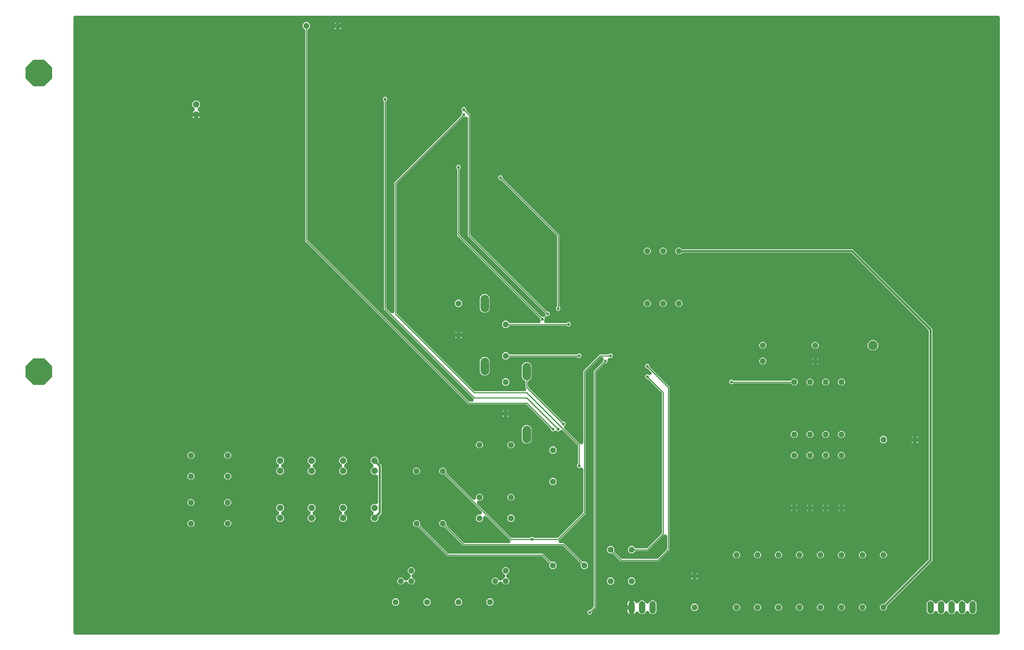
<source format=gbr>
G04 EAGLE Gerber RS-274X export*
G75*
%MOMM*%
%FSLAX34Y34*%
%LPD*%
%INBottom Copper*%
%IPPOS*%
%AMOC8*
5,1,8,0,0,1.08239X$1,22.5*%
G01*
%ADD10P,1.539592X8X22.500000*%
%ADD11P,1.539592X8X202.500000*%
%ADD12P,1.539592X8X292.500000*%
%ADD13P,1.539592X8X112.500000*%
%ADD14P,1.429621X8X112.500000*%
%ADD15P,1.429621X8X292.500000*%
%ADD16C,1.524000*%
%ADD17P,1.429621X8X22.500000*%
%ADD18P,1.429621X8X202.500000*%
%ADD19P,2.336880X8X22.500000*%
%ADD20C,2.095500*%
%ADD21P,1.632244X8X292.500000*%
%ADD22P,1.632244X8X112.500000*%
%ADD23P,6.983147X8X22.500000*%
%ADD24C,3.556000*%
%ADD25C,2.667000*%
%ADD26C,0.756400*%
%ADD27C,0.254000*%
%ADD28C,0.508000*%

G36*
X2016715Y10170D02*
X2016715Y10170D01*
X2016870Y10170D01*
X2017032Y10190D01*
X2017196Y10201D01*
X2017348Y10230D01*
X2017502Y10249D01*
X2017661Y10289D01*
X2017822Y10320D01*
X2017969Y10368D01*
X2018119Y10406D01*
X2018272Y10466D01*
X2018428Y10517D01*
X2018568Y10582D01*
X2018712Y10639D01*
X2018856Y10718D01*
X2019004Y10788D01*
X2019135Y10870D01*
X2019271Y10945D01*
X2019404Y11041D01*
X2019543Y11129D01*
X2019662Y11227D01*
X2019788Y11318D01*
X2019907Y11430D01*
X2020034Y11534D01*
X2020140Y11647D01*
X2020253Y11753D01*
X2020358Y11879D01*
X2020470Y11998D01*
X2020562Y12124D01*
X2020661Y12243D01*
X2020749Y12381D01*
X2020845Y12513D01*
X2020920Y12649D01*
X2021004Y12780D01*
X2021074Y12928D01*
X2021153Y13071D01*
X2021210Y13215D01*
X2021277Y13355D01*
X2021328Y13511D01*
X2021388Y13664D01*
X2021427Y13814D01*
X2021476Y13961D01*
X2021507Y14122D01*
X2021548Y14280D01*
X2021567Y14434D01*
X2021597Y14586D01*
X2021607Y14745D01*
X2021629Y14912D01*
X2021629Y15081D01*
X2021639Y15240D01*
X2021639Y1505460D01*
X2021630Y1505615D01*
X2021630Y1505770D01*
X2021610Y1505932D01*
X2021599Y1506096D01*
X2021570Y1506248D01*
X2021551Y1506402D01*
X2021511Y1506561D01*
X2021480Y1506722D01*
X2021432Y1506869D01*
X2021394Y1507019D01*
X2021334Y1507172D01*
X2021283Y1507328D01*
X2021218Y1507468D01*
X2021161Y1507612D01*
X2021082Y1507756D01*
X2021012Y1507904D01*
X2020930Y1508035D01*
X2020855Y1508171D01*
X2020759Y1508304D01*
X2020671Y1508443D01*
X2020573Y1508562D01*
X2020482Y1508688D01*
X2020370Y1508807D01*
X2020266Y1508934D01*
X2020153Y1509040D01*
X2020047Y1509153D01*
X2019921Y1509258D01*
X2019802Y1509370D01*
X2019676Y1509462D01*
X2019557Y1509561D01*
X2019419Y1509649D01*
X2019287Y1509745D01*
X2019151Y1509820D01*
X2019020Y1509904D01*
X2018872Y1509974D01*
X2018729Y1510053D01*
X2018585Y1510110D01*
X2018445Y1510177D01*
X2018289Y1510228D01*
X2018136Y1510288D01*
X2017986Y1510327D01*
X2017839Y1510376D01*
X2017678Y1510407D01*
X2017520Y1510448D01*
X2017366Y1510467D01*
X2017214Y1510497D01*
X2017055Y1510507D01*
X2016888Y1510529D01*
X2016719Y1510529D01*
X2016560Y1510539D01*
X-215900Y1510539D01*
X-216055Y1510530D01*
X-216210Y1510530D01*
X-216372Y1510510D01*
X-216536Y1510499D01*
X-216688Y1510470D01*
X-216842Y1510451D01*
X-217001Y1510411D01*
X-217162Y1510380D01*
X-217309Y1510332D01*
X-217459Y1510294D01*
X-217612Y1510234D01*
X-217768Y1510183D01*
X-217908Y1510118D01*
X-218052Y1510061D01*
X-218196Y1509982D01*
X-218344Y1509912D01*
X-218475Y1509830D01*
X-218611Y1509755D01*
X-218744Y1509659D01*
X-218883Y1509571D01*
X-219002Y1509473D01*
X-219128Y1509382D01*
X-219247Y1509270D01*
X-219374Y1509166D01*
X-219480Y1509053D01*
X-219593Y1508947D01*
X-219698Y1508821D01*
X-219810Y1508702D01*
X-219902Y1508576D01*
X-220001Y1508457D01*
X-220089Y1508319D01*
X-220185Y1508187D01*
X-220260Y1508051D01*
X-220344Y1507920D01*
X-220414Y1507772D01*
X-220493Y1507629D01*
X-220550Y1507485D01*
X-220617Y1507345D01*
X-220668Y1507189D01*
X-220728Y1507036D01*
X-220767Y1506886D01*
X-220816Y1506739D01*
X-220847Y1506578D01*
X-220888Y1506420D01*
X-220907Y1506266D01*
X-220937Y1506114D01*
X-220947Y1505955D01*
X-220969Y1505788D01*
X-220969Y1505619D01*
X-220979Y1505460D01*
X-220979Y15240D01*
X-220970Y15085D01*
X-220970Y14930D01*
X-220950Y14768D01*
X-220939Y14604D01*
X-220910Y14452D01*
X-220891Y14298D01*
X-220851Y14139D01*
X-220820Y13978D01*
X-220772Y13831D01*
X-220734Y13681D01*
X-220674Y13528D01*
X-220623Y13372D01*
X-220558Y13232D01*
X-220501Y13088D01*
X-220422Y12944D01*
X-220352Y12796D01*
X-220270Y12665D01*
X-220195Y12529D01*
X-220099Y12396D01*
X-220011Y12257D01*
X-219913Y12138D01*
X-219822Y12012D01*
X-219710Y11893D01*
X-219606Y11766D01*
X-219493Y11660D01*
X-219387Y11547D01*
X-219261Y11442D01*
X-219142Y11330D01*
X-219016Y11238D01*
X-218897Y11139D01*
X-218759Y11051D01*
X-218627Y10955D01*
X-218491Y10880D01*
X-218360Y10796D01*
X-218212Y10726D01*
X-218069Y10647D01*
X-217925Y10590D01*
X-217785Y10523D01*
X-217629Y10472D01*
X-217476Y10412D01*
X-217326Y10373D01*
X-217179Y10324D01*
X-217018Y10293D01*
X-216860Y10252D01*
X-216706Y10233D01*
X-216554Y10203D01*
X-216395Y10193D01*
X-216228Y10171D01*
X-216059Y10171D01*
X-215900Y10161D01*
X2016560Y10161D01*
X2016715Y10170D01*
G37*
%LPC*%
G36*
X1027644Y58193D02*
X1027644Y58193D01*
X1025694Y59001D01*
X1024201Y60494D01*
X1023393Y62444D01*
X1023393Y64556D01*
X1024201Y66506D01*
X1025694Y67999D01*
X1027644Y68807D01*
X1027951Y68807D01*
X1028023Y68811D01*
X1028096Y68809D01*
X1028341Y68831D01*
X1028586Y68847D01*
X1028658Y68860D01*
X1028731Y68867D01*
X1028971Y68920D01*
X1029212Y68966D01*
X1029282Y68988D01*
X1029353Y69004D01*
X1029584Y69087D01*
X1029818Y69163D01*
X1029884Y69194D01*
X1029953Y69218D01*
X1030172Y69329D01*
X1030395Y69434D01*
X1030457Y69473D01*
X1030522Y69506D01*
X1030725Y69643D01*
X1030933Y69775D01*
X1030989Y69821D01*
X1031050Y69862D01*
X1031224Y70015D01*
X1031424Y70180D01*
X1031482Y70241D01*
X1031542Y70294D01*
X1037118Y75870D01*
X1037166Y75925D01*
X1037219Y75975D01*
X1037376Y76163D01*
X1037539Y76348D01*
X1037580Y76408D01*
X1037627Y76464D01*
X1037759Y76671D01*
X1037897Y76875D01*
X1037930Y76940D01*
X1037970Y77001D01*
X1038075Y77224D01*
X1038187Y77442D01*
X1038211Y77511D01*
X1038243Y77577D01*
X1038319Y77810D01*
X1038403Y78042D01*
X1038419Y78113D01*
X1038442Y78182D01*
X1038488Y78423D01*
X1038542Y78663D01*
X1038549Y78736D01*
X1038563Y78808D01*
X1038578Y79039D01*
X1038603Y79298D01*
X1038600Y79381D01*
X1038605Y79462D01*
X1038605Y648256D01*
X1039031Y649283D01*
X1060006Y670258D01*
X1060054Y670313D01*
X1060107Y670363D01*
X1060265Y670552D01*
X1060427Y670736D01*
X1060468Y670796D01*
X1060515Y670852D01*
X1060647Y671060D01*
X1060785Y671263D01*
X1060818Y671328D01*
X1060858Y671389D01*
X1060963Y671611D01*
X1061075Y671830D01*
X1061099Y671899D01*
X1061131Y671965D01*
X1061207Y672199D01*
X1061291Y672430D01*
X1061307Y672501D01*
X1061330Y672570D01*
X1061376Y672811D01*
X1061430Y673051D01*
X1061437Y673124D01*
X1061451Y673196D01*
X1061466Y673427D01*
X1061491Y673686D01*
X1061488Y673769D01*
X1061493Y673850D01*
X1061493Y674156D01*
X1062250Y675982D01*
X1062313Y676167D01*
X1062386Y676350D01*
X1062416Y676469D01*
X1062456Y676585D01*
X1062496Y676777D01*
X1062545Y676966D01*
X1062561Y677088D01*
X1062586Y677209D01*
X1062601Y677404D01*
X1062626Y677598D01*
X1062626Y677722D01*
X1062636Y677844D01*
X1062627Y678040D01*
X1062627Y678236D01*
X1062612Y678358D01*
X1062606Y678480D01*
X1062573Y678673D01*
X1062548Y678868D01*
X1062518Y678987D01*
X1062497Y679108D01*
X1062440Y679295D01*
X1062391Y679485D01*
X1062346Y679600D01*
X1062310Y679717D01*
X1062230Y679896D01*
X1062158Y680078D01*
X1062099Y680186D01*
X1062049Y680298D01*
X1061947Y680465D01*
X1061852Y680637D01*
X1061780Y680737D01*
X1061716Y680842D01*
X1061594Y680995D01*
X1061479Y681154D01*
X1061395Y681243D01*
X1061318Y681340D01*
X1061178Y681476D01*
X1061044Y681619D01*
X1060950Y681698D01*
X1060862Y681784D01*
X1060705Y681901D01*
X1060555Y682027D01*
X1060451Y682093D01*
X1060353Y682167D01*
X1060183Y682264D01*
X1060018Y682370D01*
X1059906Y682422D01*
X1059800Y682483D01*
X1059619Y682559D01*
X1059442Y682643D01*
X1059325Y682681D01*
X1059211Y682728D01*
X1059022Y682780D01*
X1058837Y682842D01*
X1058716Y682865D01*
X1058597Y682898D01*
X1058403Y682926D01*
X1058211Y682963D01*
X1058091Y682971D01*
X1057967Y682989D01*
X1057754Y682993D01*
X1057557Y683005D01*
X1057362Y683005D01*
X1057289Y683001D01*
X1057216Y683003D01*
X1056971Y682981D01*
X1056726Y682965D01*
X1056654Y682952D01*
X1056581Y682945D01*
X1056341Y682892D01*
X1056100Y682846D01*
X1056030Y682823D01*
X1055959Y682808D01*
X1055728Y682725D01*
X1055494Y682649D01*
X1055428Y682618D01*
X1055359Y682594D01*
X1055140Y682483D01*
X1054917Y682378D01*
X1054855Y682339D01*
X1054790Y682306D01*
X1054587Y682169D01*
X1054379Y682037D01*
X1054323Y681991D01*
X1054262Y681950D01*
X1054089Y681797D01*
X1053888Y681632D01*
X1053830Y681571D01*
X1053770Y681518D01*
X1020282Y648030D01*
X1020234Y647975D01*
X1020181Y647925D01*
X1020023Y647736D01*
X1019861Y647552D01*
X1019820Y647492D01*
X1019773Y647436D01*
X1019641Y647228D01*
X1019503Y647025D01*
X1019470Y646960D01*
X1019430Y646899D01*
X1019325Y646677D01*
X1019213Y646458D01*
X1019189Y646389D01*
X1019157Y646323D01*
X1019081Y646089D01*
X1018997Y645858D01*
X1018981Y645787D01*
X1018958Y645718D01*
X1018912Y645477D01*
X1018858Y645237D01*
X1018851Y645164D01*
X1018837Y645092D01*
X1018822Y644861D01*
X1018797Y644602D01*
X1018800Y644519D01*
X1018795Y644438D01*
X1018795Y304244D01*
X1018369Y303217D01*
X955584Y240431D01*
X955218Y240066D01*
X955062Y239888D01*
X954899Y239716D01*
X954851Y239649D01*
X954797Y239588D01*
X954664Y239392D01*
X954524Y239200D01*
X954484Y239129D01*
X954438Y239061D01*
X954331Y238850D01*
X954216Y238643D01*
X954186Y238566D01*
X954149Y238493D01*
X954069Y238271D01*
X953981Y238050D01*
X953961Y237971D01*
X953933Y237894D01*
X953881Y237663D01*
X953822Y237434D01*
X953811Y237352D01*
X953793Y237272D01*
X953771Y237037D01*
X953741Y236802D01*
X953741Y236719D01*
X953733Y236638D01*
X953740Y236401D01*
X953740Y236164D01*
X953750Y236083D01*
X953752Y236001D01*
X953789Y235767D01*
X953818Y235532D01*
X953839Y235453D01*
X953851Y235372D01*
X953917Y235145D01*
X953975Y234915D01*
X954005Y234839D01*
X954028Y234760D01*
X954122Y234542D01*
X954209Y234322D01*
X954248Y234250D01*
X954280Y234175D01*
X954400Y233971D01*
X954514Y233763D01*
X954562Y233696D01*
X954604Y233626D01*
X954749Y233439D01*
X954888Y233246D01*
X954944Y233186D01*
X954994Y233122D01*
X955161Y232954D01*
X955322Y232781D01*
X955385Y232728D01*
X955443Y232670D01*
X955630Y232525D01*
X955812Y232373D01*
X955881Y232329D01*
X955946Y232279D01*
X956150Y232158D01*
X956349Y232030D01*
X956423Y231995D01*
X956494Y231953D01*
X956711Y231859D01*
X956925Y231757D01*
X957003Y231732D01*
X957078Y231699D01*
X957306Y231632D01*
X957530Y231558D01*
X957610Y231543D01*
X957689Y231520D01*
X957923Y231482D01*
X958156Y231437D01*
X958236Y231432D01*
X958318Y231419D01*
X958578Y231410D01*
X958809Y231395D01*
X965756Y231395D01*
X966783Y230969D01*
X1009828Y187924D01*
X1009883Y187876D01*
X1009933Y187823D01*
X1010122Y187665D01*
X1010306Y187503D01*
X1010366Y187462D01*
X1010422Y187415D01*
X1010630Y187283D01*
X1010833Y187145D01*
X1010898Y187112D01*
X1010959Y187072D01*
X1011181Y186967D01*
X1011400Y186855D01*
X1011469Y186831D01*
X1011535Y186799D01*
X1011769Y186723D01*
X1012000Y186639D01*
X1012071Y186623D01*
X1012140Y186600D01*
X1012381Y186554D01*
X1012621Y186500D01*
X1012694Y186493D01*
X1012766Y186479D01*
X1012997Y186464D01*
X1013256Y186439D01*
X1013339Y186442D01*
X1013420Y186437D01*
X1019577Y186437D01*
X1024637Y181377D01*
X1024637Y174223D01*
X1019577Y169163D01*
X1012423Y169163D01*
X1007363Y174223D01*
X1007363Y180380D01*
X1007359Y180453D01*
X1007361Y180526D01*
X1007339Y180771D01*
X1007323Y181016D01*
X1007310Y181088D01*
X1007303Y181161D01*
X1007250Y181401D01*
X1007204Y181642D01*
X1007181Y181712D01*
X1007166Y181783D01*
X1007084Y182014D01*
X1007007Y182248D01*
X1006976Y182314D01*
X1006952Y182383D01*
X1006841Y182602D01*
X1006736Y182825D01*
X1006697Y182887D01*
X1006664Y182952D01*
X1006527Y183155D01*
X1006395Y183363D01*
X1006349Y183419D01*
X1006308Y183480D01*
X1006155Y183653D01*
X1005990Y183854D01*
X1005929Y183912D01*
X1005876Y183972D01*
X965530Y224318D01*
X965475Y224366D01*
X965425Y224419D01*
X965236Y224577D01*
X965052Y224739D01*
X964992Y224780D01*
X964936Y224827D01*
X964728Y224959D01*
X964525Y225097D01*
X964460Y225130D01*
X964399Y225170D01*
X964177Y225275D01*
X963958Y225387D01*
X963889Y225411D01*
X963823Y225443D01*
X963589Y225519D01*
X963358Y225603D01*
X963287Y225619D01*
X963218Y225642D01*
X962977Y225688D01*
X962737Y225742D01*
X962664Y225749D01*
X962592Y225763D01*
X962361Y225778D01*
X962102Y225803D01*
X962019Y225800D01*
X961938Y225805D01*
X723344Y225805D01*
X722317Y226231D01*
X678764Y269784D01*
X678709Y269832D01*
X678659Y269885D01*
X678470Y270043D01*
X678286Y270205D01*
X678226Y270246D01*
X678170Y270293D01*
X677962Y270425D01*
X677759Y270563D01*
X677694Y270596D01*
X677633Y270636D01*
X677411Y270741D01*
X677192Y270853D01*
X677123Y270877D01*
X677057Y270909D01*
X676823Y270985D01*
X676592Y271069D01*
X676521Y271085D01*
X676452Y271108D01*
X676211Y271154D01*
X675971Y271208D01*
X675898Y271215D01*
X675826Y271229D01*
X675595Y271244D01*
X675336Y271269D01*
X675253Y271266D01*
X675172Y271271D01*
X669733Y271271D01*
X664971Y276033D01*
X664971Y282767D01*
X669733Y287529D01*
X676467Y287529D01*
X681229Y282767D01*
X681229Y277328D01*
X681233Y277255D01*
X681231Y277182D01*
X681253Y276937D01*
X681269Y276692D01*
X681282Y276620D01*
X681289Y276547D01*
X681342Y276307D01*
X681388Y276066D01*
X681411Y275996D01*
X681426Y275925D01*
X681509Y275694D01*
X681585Y275460D01*
X681616Y275394D01*
X681640Y275325D01*
X681751Y275106D01*
X681856Y274883D01*
X681895Y274821D01*
X681928Y274756D01*
X682065Y274553D01*
X682197Y274345D01*
X682243Y274289D01*
X682284Y274228D01*
X682437Y274055D01*
X682602Y273854D01*
X682663Y273796D01*
X682716Y273736D01*
X723570Y232882D01*
X723625Y232834D01*
X723675Y232781D01*
X723864Y232623D01*
X724048Y232461D01*
X724108Y232420D01*
X724164Y232373D01*
X724372Y232241D01*
X724575Y232103D01*
X724640Y232070D01*
X724701Y232030D01*
X724923Y231925D01*
X725142Y231813D01*
X725211Y231789D01*
X725277Y231757D01*
X725511Y231681D01*
X725742Y231597D01*
X725813Y231581D01*
X725882Y231558D01*
X726123Y231512D01*
X726363Y231458D01*
X726436Y231451D01*
X726508Y231437D01*
X726739Y231422D01*
X726998Y231397D01*
X727081Y231400D01*
X727162Y231395D01*
X831891Y231395D01*
X832127Y231410D01*
X832363Y231417D01*
X832445Y231430D01*
X832526Y231435D01*
X832759Y231479D01*
X832993Y231516D01*
X833072Y231539D01*
X833152Y231554D01*
X833377Y231627D01*
X833605Y231693D01*
X833680Y231725D01*
X833758Y231751D01*
X833972Y231851D01*
X834190Y231945D01*
X834261Y231987D01*
X834335Y232022D01*
X834535Y232148D01*
X834739Y232269D01*
X834804Y232319D01*
X834873Y232363D01*
X835056Y232513D01*
X835243Y232658D01*
X835301Y232716D01*
X835364Y232768D01*
X835527Y232941D01*
X835694Y233108D01*
X835745Y233173D01*
X835801Y233232D01*
X835940Y233424D01*
X836086Y233611D01*
X836128Y233681D01*
X836176Y233747D01*
X836290Y233955D01*
X836411Y234158D01*
X836444Y234234D01*
X836484Y234305D01*
X836571Y234525D01*
X836666Y234743D01*
X836689Y234821D01*
X836719Y234898D01*
X836778Y235127D01*
X836845Y235354D01*
X836858Y235435D01*
X836878Y235514D01*
X836908Y235749D01*
X836946Y235983D01*
X836949Y236065D01*
X836959Y236146D01*
X836960Y236383D01*
X836968Y236620D01*
X836960Y236701D01*
X836960Y236784D01*
X836931Y237019D01*
X836910Y237254D01*
X836892Y237334D01*
X836882Y237416D01*
X836823Y237646D01*
X836772Y237876D01*
X836745Y237954D01*
X836725Y238033D01*
X836638Y238254D01*
X836558Y238477D01*
X836521Y238550D01*
X836491Y238626D01*
X836377Y238835D01*
X836271Y239045D01*
X836225Y239113D01*
X836186Y239185D01*
X836047Y239377D01*
X835915Y239573D01*
X835861Y239634D01*
X835812Y239702D01*
X835635Y239892D01*
X835482Y240066D01*
X779308Y296240D01*
X779130Y296396D01*
X778958Y296559D01*
X778891Y296607D01*
X778830Y296661D01*
X778634Y296794D01*
X778442Y296934D01*
X778371Y296974D01*
X778303Y297020D01*
X778092Y297127D01*
X777885Y297242D01*
X777808Y297272D01*
X777735Y297309D01*
X777512Y297390D01*
X777292Y297477D01*
X777213Y297497D01*
X777136Y297525D01*
X776905Y297577D01*
X776676Y297636D01*
X776594Y297647D01*
X776514Y297665D01*
X776279Y297687D01*
X776044Y297717D01*
X775961Y297717D01*
X775880Y297725D01*
X775644Y297718D01*
X775406Y297718D01*
X775325Y297708D01*
X775243Y297706D01*
X775009Y297669D01*
X774774Y297640D01*
X774695Y297619D01*
X774614Y297607D01*
X774386Y297541D01*
X774157Y297483D01*
X774081Y297453D01*
X774002Y297430D01*
X773784Y297336D01*
X773564Y297249D01*
X773492Y297210D01*
X773417Y297177D01*
X773213Y297057D01*
X773005Y296944D01*
X772938Y296896D01*
X772868Y296854D01*
X772680Y296709D01*
X772488Y296570D01*
X772429Y296515D01*
X772364Y296464D01*
X772196Y296297D01*
X772023Y296136D01*
X771970Y296072D01*
X771912Y296015D01*
X771767Y295828D01*
X771615Y295646D01*
X771571Y295577D01*
X771521Y295512D01*
X771400Y295308D01*
X771272Y295109D01*
X771237Y295035D01*
X771195Y294964D01*
X771101Y294747D01*
X770999Y294533D01*
X770974Y294455D01*
X770941Y294380D01*
X770874Y294153D01*
X770800Y293928D01*
X770785Y293847D01*
X770762Y293769D01*
X770724Y293535D01*
X770679Y293302D01*
X770674Y293222D01*
X770661Y293140D01*
X770652Y292880D01*
X770637Y292649D01*
X770637Y288523D01*
X765577Y283463D01*
X758423Y283463D01*
X753363Y288523D01*
X753363Y295677D01*
X758423Y300737D01*
X762549Y300737D01*
X762785Y300752D01*
X763021Y300759D01*
X763103Y300772D01*
X763184Y300777D01*
X763417Y300821D01*
X763651Y300858D01*
X763730Y300881D01*
X763810Y300896D01*
X764035Y300969D01*
X764263Y301035D01*
X764338Y301067D01*
X764416Y301093D01*
X764630Y301193D01*
X764848Y301287D01*
X764919Y301329D01*
X764993Y301364D01*
X765193Y301490D01*
X765397Y301611D01*
X765462Y301661D01*
X765531Y301705D01*
X765714Y301855D01*
X765901Y302000D01*
X765959Y302058D01*
X766022Y302110D01*
X766185Y302283D01*
X766352Y302450D01*
X766403Y302515D01*
X766459Y302574D01*
X766598Y302766D01*
X766744Y302953D01*
X766786Y303023D01*
X766834Y303089D01*
X766948Y303297D01*
X767069Y303500D01*
X767102Y303576D01*
X767142Y303647D01*
X767229Y303867D01*
X767324Y304085D01*
X767347Y304163D01*
X767377Y304240D01*
X767436Y304469D01*
X767503Y304696D01*
X767516Y304777D01*
X767536Y304856D01*
X767566Y305091D01*
X767604Y305325D01*
X767607Y305407D01*
X767617Y305488D01*
X767618Y305725D01*
X767626Y305962D01*
X767618Y306043D01*
X767618Y306126D01*
X767589Y306361D01*
X767568Y306596D01*
X767550Y306676D01*
X767540Y306758D01*
X767481Y306988D01*
X767430Y307218D01*
X767403Y307296D01*
X767383Y307375D01*
X767296Y307596D01*
X767216Y307819D01*
X767179Y307892D01*
X767149Y307968D01*
X767035Y308177D01*
X766929Y308387D01*
X766883Y308455D01*
X766844Y308527D01*
X766705Y308719D01*
X766573Y308915D01*
X766519Y308976D01*
X766470Y309044D01*
X766293Y309234D01*
X766140Y309408D01*
X678764Y396784D01*
X678709Y396832D01*
X678659Y396885D01*
X678470Y397043D01*
X678286Y397205D01*
X678226Y397246D01*
X678170Y397293D01*
X677962Y397425D01*
X677759Y397563D01*
X677694Y397596D01*
X677633Y397636D01*
X677411Y397741D01*
X677192Y397853D01*
X677123Y397877D01*
X677057Y397909D01*
X676823Y397985D01*
X676592Y398069D01*
X676521Y398085D01*
X676452Y398108D01*
X676211Y398154D01*
X675971Y398208D01*
X675898Y398215D01*
X675826Y398229D01*
X675595Y398244D01*
X675336Y398269D01*
X675253Y398266D01*
X675172Y398271D01*
X669733Y398271D01*
X664971Y403033D01*
X664971Y409767D01*
X669733Y414529D01*
X676467Y414529D01*
X681229Y409767D01*
X681229Y404328D01*
X681233Y404255D01*
X681231Y404182D01*
X681253Y403937D01*
X681269Y403692D01*
X681282Y403620D01*
X681289Y403547D01*
X681342Y403307D01*
X681388Y403066D01*
X681411Y402996D01*
X681426Y402925D01*
X681509Y402694D01*
X681585Y402460D01*
X681616Y402394D01*
X681640Y402325D01*
X681751Y402106D01*
X681856Y401883D01*
X681895Y401821D01*
X681928Y401756D01*
X682065Y401553D01*
X682197Y401345D01*
X682243Y401289D01*
X682284Y401228D01*
X682437Y401055D01*
X682602Y400854D01*
X682663Y400796D01*
X682716Y400736D01*
X745200Y338252D01*
X745378Y338096D01*
X745550Y337933D01*
X745617Y337885D01*
X745678Y337831D01*
X745874Y337697D01*
X746066Y337558D01*
X746137Y337518D01*
X746205Y337472D01*
X746417Y337364D01*
X746623Y337250D01*
X746700Y337220D01*
X746773Y337183D01*
X746996Y337102D01*
X747216Y337015D01*
X747295Y336995D01*
X747372Y336967D01*
X747603Y336915D01*
X747832Y336856D01*
X747914Y336845D01*
X747994Y336827D01*
X748229Y336805D01*
X748464Y336775D01*
X748547Y336775D01*
X748628Y336767D01*
X748864Y336774D01*
X749102Y336774D01*
X749183Y336784D01*
X749265Y336786D01*
X749499Y336823D01*
X749734Y336852D01*
X749813Y336873D01*
X749894Y336885D01*
X750122Y336951D01*
X750351Y337009D01*
X750427Y337039D01*
X750506Y337062D01*
X750724Y337156D01*
X750944Y337243D01*
X751016Y337282D01*
X751091Y337315D01*
X751295Y337435D01*
X751503Y337548D01*
X751570Y337596D01*
X751640Y337638D01*
X751828Y337783D01*
X752020Y337922D01*
X752079Y337977D01*
X752144Y338028D01*
X752312Y338195D01*
X752485Y338356D01*
X752538Y338420D01*
X752596Y338477D01*
X752741Y338664D01*
X752893Y338846D01*
X752937Y338915D01*
X752987Y338980D01*
X753108Y339184D01*
X753236Y339383D01*
X753271Y339457D01*
X753313Y339528D01*
X753407Y339745D01*
X753509Y339959D01*
X753534Y340037D01*
X753567Y340112D01*
X753634Y340339D01*
X753708Y340564D01*
X753723Y340645D01*
X753746Y340723D01*
X753784Y340957D01*
X753829Y341190D01*
X753834Y341270D01*
X753847Y341352D01*
X753856Y341612D01*
X753871Y341843D01*
X753871Y346267D01*
X758633Y351029D01*
X765367Y351029D01*
X770129Y346267D01*
X770129Y339533D01*
X765367Y334771D01*
X760943Y334771D01*
X760707Y334756D01*
X760471Y334749D01*
X760389Y334736D01*
X760308Y334731D01*
X760075Y334687D01*
X759841Y334650D01*
X759762Y334627D01*
X759682Y334612D01*
X759457Y334539D01*
X759229Y334473D01*
X759154Y334441D01*
X759076Y334415D01*
X758862Y334315D01*
X758644Y334221D01*
X758573Y334179D01*
X758499Y334144D01*
X758299Y334018D01*
X758095Y333897D01*
X758030Y333847D01*
X757961Y333803D01*
X757778Y333653D01*
X757591Y333508D01*
X757533Y333450D01*
X757470Y333398D01*
X757307Y333225D01*
X757140Y333058D01*
X757089Y332993D01*
X757033Y332934D01*
X756894Y332742D01*
X756748Y332555D01*
X756706Y332485D01*
X756658Y332419D01*
X756544Y332211D01*
X756423Y332008D01*
X756390Y331932D01*
X756350Y331861D01*
X756263Y331641D01*
X756168Y331423D01*
X756145Y331345D01*
X756115Y331268D01*
X756056Y331039D01*
X755989Y330812D01*
X755976Y330731D01*
X755956Y330652D01*
X755926Y330417D01*
X755888Y330183D01*
X755885Y330101D01*
X755875Y330020D01*
X755874Y329783D01*
X755866Y329546D01*
X755874Y329465D01*
X755874Y329382D01*
X755903Y329147D01*
X755924Y328912D01*
X755942Y328832D01*
X755952Y328750D01*
X756011Y328520D01*
X756062Y328290D01*
X756089Y328212D01*
X756109Y328133D01*
X756196Y327912D01*
X756276Y327689D01*
X756313Y327616D01*
X756343Y327540D01*
X756457Y327331D01*
X756563Y327121D01*
X756609Y327053D01*
X756648Y326981D01*
X756787Y326789D01*
X756919Y326593D01*
X756973Y326532D01*
X757022Y326464D01*
X757199Y326274D01*
X757352Y326100D01*
X837870Y245582D01*
X837925Y245534D01*
X837975Y245481D01*
X838164Y245323D01*
X838348Y245161D01*
X838408Y245120D01*
X838464Y245073D01*
X838672Y244941D01*
X838875Y244803D01*
X838940Y244770D01*
X839001Y244730D01*
X839223Y244625D01*
X839442Y244513D01*
X839511Y244489D01*
X839577Y244457D01*
X839811Y244381D01*
X840042Y244297D01*
X840113Y244281D01*
X840182Y244258D01*
X840423Y244212D01*
X840663Y244158D01*
X840736Y244151D01*
X840808Y244137D01*
X841039Y244122D01*
X841298Y244097D01*
X841381Y244100D01*
X841462Y244095D01*
X882186Y244095D01*
X882259Y244099D01*
X882332Y244097D01*
X882577Y244119D01*
X882822Y244135D01*
X882893Y244148D01*
X882966Y244155D01*
X883206Y244208D01*
X883448Y244254D01*
X883517Y244277D01*
X883588Y244292D01*
X883819Y244375D01*
X884054Y244451D01*
X884120Y244482D01*
X884189Y244506D01*
X884408Y244617D01*
X884630Y244722D01*
X884692Y244761D01*
X884757Y244794D01*
X884961Y244931D01*
X885169Y245063D01*
X885225Y245109D01*
X885285Y245150D01*
X885459Y245303D01*
X885660Y245468D01*
X885717Y245529D01*
X885778Y245582D01*
X885994Y245799D01*
X887944Y246607D01*
X890056Y246607D01*
X892006Y245799D01*
X892222Y245582D01*
X892277Y245534D01*
X892327Y245481D01*
X892516Y245324D01*
X892700Y245161D01*
X892761Y245120D01*
X892817Y245073D01*
X893023Y244941D01*
X893227Y244803D01*
X893292Y244770D01*
X893354Y244730D01*
X893576Y244625D01*
X893795Y244513D01*
X893863Y244489D01*
X893929Y244457D01*
X894163Y244381D01*
X894394Y244297D01*
X894465Y244281D01*
X894535Y244258D01*
X894776Y244212D01*
X895016Y244158D01*
X895088Y244151D01*
X895160Y244137D01*
X895392Y244122D01*
X895650Y244097D01*
X895734Y244100D01*
X895814Y244095D01*
X949238Y244095D01*
X949311Y244099D01*
X949384Y244097D01*
X949629Y244119D01*
X949874Y244135D01*
X949946Y244148D01*
X950019Y244155D01*
X950259Y244208D01*
X950500Y244254D01*
X950570Y244277D01*
X950641Y244292D01*
X950872Y244375D01*
X951106Y244451D01*
X951172Y244482D01*
X951241Y244506D01*
X951460Y244617D01*
X951683Y244722D01*
X951745Y244761D01*
X951810Y244794D01*
X952013Y244931D01*
X952221Y245063D01*
X952277Y245109D01*
X952338Y245150D01*
X952511Y245303D01*
X952712Y245468D01*
X952770Y245529D01*
X952830Y245582D01*
X1011718Y304470D01*
X1011766Y304525D01*
X1011819Y304575D01*
X1011977Y304764D01*
X1012139Y304948D01*
X1012180Y305008D01*
X1012227Y305064D01*
X1012359Y305272D01*
X1012497Y305475D01*
X1012530Y305540D01*
X1012570Y305601D01*
X1012675Y305823D01*
X1012787Y306042D01*
X1012811Y306111D01*
X1012843Y306177D01*
X1012919Y306411D01*
X1013003Y306642D01*
X1013019Y306713D01*
X1013042Y306782D01*
X1013088Y307023D01*
X1013142Y307263D01*
X1013149Y307336D01*
X1013163Y307408D01*
X1013178Y307639D01*
X1013203Y307898D01*
X1013200Y307981D01*
X1013205Y308062D01*
X1013205Y409857D01*
X1013193Y410053D01*
X1013190Y410249D01*
X1013173Y410370D01*
X1013165Y410493D01*
X1013129Y410686D01*
X1013101Y410880D01*
X1013069Y410998D01*
X1013046Y411119D01*
X1012986Y411305D01*
X1012934Y411494D01*
X1012887Y411608D01*
X1012849Y411725D01*
X1012766Y411902D01*
X1012691Y412083D01*
X1012631Y412190D01*
X1012578Y412302D01*
X1012473Y412467D01*
X1012377Y412637D01*
X1012303Y412736D01*
X1012237Y412840D01*
X1012113Y412991D01*
X1011995Y413148D01*
X1011910Y413236D01*
X1011832Y413331D01*
X1011689Y413465D01*
X1011553Y413606D01*
X1011457Y413683D01*
X1011368Y413768D01*
X1011209Y413883D01*
X1011057Y414006D01*
X1010952Y414070D01*
X1010853Y414143D01*
X1010681Y414237D01*
X1010514Y414340D01*
X1010402Y414391D01*
X1010295Y414450D01*
X1010113Y414523D01*
X1009934Y414604D01*
X1009817Y414640D01*
X1009702Y414686D01*
X1009513Y414735D01*
X1009326Y414793D01*
X1009205Y414814D01*
X1009086Y414845D01*
X1008891Y414870D01*
X1008698Y414904D01*
X1008576Y414910D01*
X1008454Y414926D01*
X1008257Y414926D01*
X1008062Y414936D01*
X1007940Y414927D01*
X1007816Y414927D01*
X1007622Y414903D01*
X1007427Y414888D01*
X1007306Y414864D01*
X1007184Y414848D01*
X1006994Y414800D01*
X1006803Y414761D01*
X1006689Y414722D01*
X1006567Y414691D01*
X1006368Y414613D01*
X1006182Y414550D01*
X1004356Y413793D01*
X1002244Y413793D01*
X1000294Y414601D01*
X998801Y416094D01*
X997993Y418044D01*
X997993Y420156D01*
X998801Y422106D01*
X999018Y422322D01*
X999066Y422377D01*
X999119Y422427D01*
X999277Y422616D01*
X999439Y422800D01*
X999480Y422861D01*
X999527Y422917D01*
X999659Y423124D01*
X999797Y423327D01*
X999830Y423392D01*
X999870Y423454D01*
X999975Y423676D01*
X1000087Y423895D01*
X1000111Y423963D01*
X1000143Y424029D01*
X1000219Y424263D01*
X1000303Y424494D01*
X1000319Y424565D01*
X1000342Y424635D01*
X1000388Y424876D01*
X1000442Y425116D01*
X1000449Y425189D01*
X1000463Y425260D01*
X1000478Y425491D01*
X1000503Y425750D01*
X1000500Y425834D01*
X1000505Y425914D01*
X1000505Y466638D01*
X1000501Y466711D01*
X1000503Y466784D01*
X1000481Y467029D01*
X1000465Y467274D01*
X1000452Y467346D01*
X1000445Y467419D01*
X1000392Y467659D01*
X1000346Y467900D01*
X1000323Y467970D01*
X1000308Y468041D01*
X1000225Y468272D01*
X1000149Y468506D01*
X1000118Y468572D01*
X1000094Y468641D01*
X999983Y468860D01*
X999878Y469083D01*
X999839Y469145D01*
X999806Y469210D01*
X999669Y469413D01*
X999537Y469621D01*
X999491Y469677D01*
X999450Y469738D01*
X999297Y469911D01*
X999132Y470112D01*
X999071Y470170D01*
X999018Y470230D01*
X964218Y505030D01*
X964102Y505132D01*
X963992Y505242D01*
X963863Y505343D01*
X963740Y505451D01*
X963612Y505538D01*
X963490Y505634D01*
X963349Y505717D01*
X963213Y505809D01*
X963075Y505880D01*
X962942Y505959D01*
X962791Y506024D01*
X962645Y506099D01*
X962500Y506151D01*
X962358Y506213D01*
X962200Y506259D01*
X962046Y506315D01*
X961895Y506349D01*
X961746Y506392D01*
X961585Y506419D01*
X961424Y506454D01*
X961270Y506469D01*
X961117Y506494D01*
X960953Y506499D01*
X960790Y506515D01*
X960635Y506510D01*
X960480Y506515D01*
X960317Y506500D01*
X960153Y506495D01*
X960000Y506471D01*
X959846Y506457D01*
X959686Y506422D01*
X959524Y506396D01*
X959375Y506353D01*
X959224Y506320D01*
X959070Y506265D01*
X958912Y506219D01*
X958769Y506158D01*
X958624Y506106D01*
X958477Y506032D01*
X958327Y505967D01*
X958193Y505889D01*
X958055Y505819D01*
X957919Y505727D01*
X957778Y505644D01*
X957655Y505549D01*
X957527Y505462D01*
X957407Y505357D01*
X957274Y505254D01*
X957154Y505135D01*
X957035Y505030D01*
X955506Y503501D01*
X953556Y502693D01*
X951444Y502693D01*
X949444Y503522D01*
X949387Y503566D01*
X949264Y503675D01*
X949136Y503762D01*
X949013Y503857D01*
X948872Y503941D01*
X948737Y504033D01*
X948599Y504103D01*
X948466Y504183D01*
X948315Y504248D01*
X948169Y504323D01*
X948024Y504375D01*
X947881Y504437D01*
X947724Y504483D01*
X947570Y504539D01*
X947419Y504573D01*
X947270Y504616D01*
X947108Y504642D01*
X946948Y504678D01*
X946794Y504693D01*
X946641Y504717D01*
X946477Y504723D01*
X946314Y504739D01*
X946159Y504734D01*
X946004Y504739D01*
X945841Y504724D01*
X945677Y504719D01*
X945524Y504695D01*
X945370Y504681D01*
X945210Y504646D01*
X945048Y504620D01*
X944899Y504577D01*
X944748Y504544D01*
X944593Y504489D01*
X944436Y504443D01*
X944293Y504382D01*
X944147Y504330D01*
X944001Y504256D01*
X943851Y504191D01*
X943717Y504112D01*
X943579Y504042D01*
X943443Y503951D01*
X943302Y503868D01*
X943179Y503773D01*
X943051Y503686D01*
X942931Y503581D01*
X942853Y503521D01*
X940856Y502693D01*
X938744Y502693D01*
X936794Y503501D01*
X935301Y504994D01*
X934493Y506944D01*
X934493Y507250D01*
X934489Y507323D01*
X934491Y507396D01*
X934469Y507641D01*
X934453Y507886D01*
X934440Y507958D01*
X934433Y508031D01*
X934380Y508271D01*
X934334Y508512D01*
X934311Y508582D01*
X934296Y508653D01*
X934213Y508884D01*
X934137Y509118D01*
X934106Y509184D01*
X934082Y509253D01*
X933971Y509472D01*
X933866Y509695D01*
X933827Y509757D01*
X933794Y509822D01*
X933657Y510025D01*
X933525Y510233D01*
X933479Y510289D01*
X933438Y510350D01*
X933285Y510523D01*
X933120Y510724D01*
X933059Y510782D01*
X933006Y510842D01*
X876630Y567218D01*
X876575Y567266D01*
X876525Y567319D01*
X876336Y567477D01*
X876152Y567639D01*
X876092Y567680D01*
X876036Y567727D01*
X875828Y567859D01*
X875625Y567997D01*
X875560Y568030D01*
X875499Y568070D01*
X875277Y568175D01*
X875058Y568287D01*
X874989Y568311D01*
X874923Y568343D01*
X874689Y568419D01*
X874458Y568503D01*
X874387Y568519D01*
X874318Y568542D01*
X874077Y568588D01*
X873837Y568642D01*
X873764Y568649D01*
X873692Y568663D01*
X873461Y568678D01*
X873202Y568703D01*
X873119Y568700D01*
X873038Y568705D01*
X736044Y568705D01*
X735017Y569131D01*
X340531Y963617D01*
X340105Y964644D01*
X340105Y1474377D01*
X340101Y1474450D01*
X340103Y1474522D01*
X340081Y1474767D01*
X340065Y1475013D01*
X340052Y1475084D01*
X340045Y1475157D01*
X339992Y1475397D01*
X339946Y1475638D01*
X339923Y1475708D01*
X339908Y1475779D01*
X339825Y1476010D01*
X339749Y1476244D01*
X339718Y1476311D01*
X339694Y1476379D01*
X339583Y1476598D01*
X339478Y1476821D01*
X339439Y1476883D01*
X339406Y1476948D01*
X339269Y1477151D01*
X339137Y1477359D01*
X339091Y1477416D01*
X339050Y1477476D01*
X338897Y1477650D01*
X338732Y1477850D01*
X338671Y1477908D01*
X338618Y1477968D01*
X334263Y1482323D01*
X334263Y1489477D01*
X339323Y1494537D01*
X346477Y1494537D01*
X351537Y1489477D01*
X351537Y1482323D01*
X347182Y1477968D01*
X347134Y1477914D01*
X347081Y1477864D01*
X346923Y1477675D01*
X346761Y1477490D01*
X346720Y1477430D01*
X346673Y1477374D01*
X346541Y1477167D01*
X346403Y1476963D01*
X346370Y1476898D01*
X346330Y1476837D01*
X346225Y1476615D01*
X346113Y1476396D01*
X346089Y1476327D01*
X346057Y1476261D01*
X345981Y1476027D01*
X345897Y1475797D01*
X345881Y1475725D01*
X345858Y1475656D01*
X345812Y1475415D01*
X345758Y1475175D01*
X345751Y1475102D01*
X345737Y1475031D01*
X345722Y1474799D01*
X345697Y1474541D01*
X345700Y1474457D01*
X345695Y1474377D01*
X345695Y968462D01*
X345699Y968389D01*
X345697Y968316D01*
X345719Y968071D01*
X345735Y967826D01*
X345748Y967754D01*
X345755Y967681D01*
X345808Y967441D01*
X345854Y967200D01*
X345877Y967130D01*
X345892Y967059D01*
X345975Y966828D01*
X346051Y966594D01*
X346082Y966528D01*
X346106Y966459D01*
X346217Y966240D01*
X346322Y966017D01*
X346361Y965955D01*
X346394Y965890D01*
X346531Y965687D01*
X346663Y965479D01*
X346709Y965423D01*
X346750Y965362D01*
X346903Y965189D01*
X347068Y964988D01*
X347129Y964930D01*
X347182Y964870D01*
X736270Y575782D01*
X736325Y575734D01*
X736375Y575681D01*
X736564Y575523D01*
X736748Y575361D01*
X736808Y575320D01*
X736864Y575273D01*
X737072Y575141D01*
X737275Y575003D01*
X737340Y574970D01*
X737401Y574930D01*
X737623Y574825D01*
X737842Y574713D01*
X737911Y574689D01*
X737977Y574657D01*
X738211Y574581D01*
X738442Y574497D01*
X738513Y574481D01*
X738582Y574458D01*
X738823Y574412D01*
X739063Y574358D01*
X739136Y574351D01*
X739208Y574337D01*
X739439Y574322D01*
X739698Y574297D01*
X739781Y574300D01*
X739862Y574295D01*
X742991Y574295D01*
X743227Y574310D01*
X743463Y574317D01*
X743545Y574330D01*
X743626Y574335D01*
X743859Y574379D01*
X744093Y574416D01*
X744172Y574439D01*
X744252Y574454D01*
X744477Y574527D01*
X744705Y574593D01*
X744780Y574625D01*
X744858Y574651D01*
X745072Y574751D01*
X745290Y574845D01*
X745361Y574887D01*
X745435Y574922D01*
X745635Y575048D01*
X745839Y575169D01*
X745904Y575219D01*
X745973Y575263D01*
X746156Y575413D01*
X746343Y575558D01*
X746401Y575616D01*
X746464Y575668D01*
X746627Y575841D01*
X746794Y576008D01*
X746845Y576073D01*
X746901Y576132D01*
X747040Y576324D01*
X747186Y576511D01*
X747228Y576581D01*
X747276Y576647D01*
X747390Y576855D01*
X747511Y577058D01*
X747544Y577134D01*
X747584Y577205D01*
X747671Y577425D01*
X747766Y577643D01*
X747789Y577721D01*
X747819Y577798D01*
X747878Y578027D01*
X747945Y578254D01*
X747958Y578335D01*
X747978Y578414D01*
X748008Y578649D01*
X748046Y578883D01*
X748049Y578965D01*
X748059Y579046D01*
X748060Y579283D01*
X748068Y579520D01*
X748060Y579601D01*
X748060Y579684D01*
X748031Y579919D01*
X748010Y580154D01*
X747992Y580234D01*
X747982Y580316D01*
X747923Y580546D01*
X747872Y580776D01*
X747845Y580854D01*
X747825Y580933D01*
X747738Y581154D01*
X747658Y581377D01*
X747621Y581450D01*
X747591Y581526D01*
X747477Y581735D01*
X747371Y581945D01*
X747325Y582013D01*
X747286Y582085D01*
X747147Y582277D01*
X747015Y582473D01*
X746961Y582534D01*
X746912Y582602D01*
X746735Y582792D01*
X746582Y582966D01*
X531031Y798517D01*
X530605Y799544D01*
X530605Y1301286D01*
X530601Y1301359D01*
X530603Y1301432D01*
X530581Y1301676D01*
X530565Y1301922D01*
X530552Y1301993D01*
X530545Y1302066D01*
X530492Y1302306D01*
X530446Y1302548D01*
X530423Y1302617D01*
X530408Y1302688D01*
X530325Y1302919D01*
X530249Y1303154D01*
X530218Y1303220D01*
X530194Y1303289D01*
X530083Y1303508D01*
X529978Y1303730D01*
X529939Y1303792D01*
X529906Y1303857D01*
X529769Y1304061D01*
X529637Y1304269D01*
X529591Y1304325D01*
X529550Y1304385D01*
X529397Y1304559D01*
X529232Y1304760D01*
X529171Y1304817D01*
X529118Y1304878D01*
X528901Y1305094D01*
X528093Y1307044D01*
X528093Y1309156D01*
X528901Y1311106D01*
X530394Y1312599D01*
X532344Y1313407D01*
X534456Y1313407D01*
X536406Y1312599D01*
X537899Y1311106D01*
X538707Y1309156D01*
X538707Y1307044D01*
X537899Y1305094D01*
X537682Y1304878D01*
X537634Y1304823D01*
X537581Y1304773D01*
X537423Y1304584D01*
X537261Y1304400D01*
X537220Y1304339D01*
X537173Y1304283D01*
X537041Y1304076D01*
X536903Y1303873D01*
X536870Y1303808D01*
X536830Y1303746D01*
X536725Y1303524D01*
X536613Y1303305D01*
X536589Y1303237D01*
X536557Y1303171D01*
X536481Y1302937D01*
X536397Y1302706D01*
X536381Y1302635D01*
X536358Y1302565D01*
X536312Y1302324D01*
X536258Y1302084D01*
X536251Y1302011D01*
X536237Y1301940D01*
X536222Y1301709D01*
X536197Y1301450D01*
X536200Y1301366D01*
X536195Y1301286D01*
X536195Y803362D01*
X536199Y803289D01*
X536197Y803216D01*
X536219Y802971D01*
X536235Y802726D01*
X536248Y802654D01*
X536255Y802581D01*
X536308Y802341D01*
X536354Y802100D01*
X536376Y802031D01*
X536392Y801959D01*
X536475Y801727D01*
X536551Y801494D01*
X536582Y801428D01*
X536606Y801359D01*
X536717Y801140D01*
X536822Y800917D01*
X536861Y800855D01*
X536894Y800790D01*
X537031Y800587D01*
X537163Y800379D01*
X537209Y800323D01*
X537250Y800262D01*
X537403Y800089D01*
X537568Y799888D01*
X537629Y799830D01*
X537682Y799770D01*
X547334Y790118D01*
X547512Y789962D01*
X547684Y789799D01*
X547751Y789751D01*
X547812Y789697D01*
X548008Y789563D01*
X548200Y789424D01*
X548271Y789384D01*
X548339Y789338D01*
X548550Y789231D01*
X548757Y789116D01*
X548834Y789086D01*
X548907Y789049D01*
X549129Y788969D01*
X549350Y788881D01*
X549429Y788860D01*
X549506Y788833D01*
X549737Y788781D01*
X549966Y788722D01*
X550048Y788711D01*
X550128Y788693D01*
X550363Y788671D01*
X550598Y788641D01*
X550681Y788641D01*
X550762Y788633D01*
X550998Y788640D01*
X551236Y788640D01*
X551317Y788650D01*
X551399Y788652D01*
X551633Y788689D01*
X551868Y788718D01*
X551947Y788739D01*
X552028Y788751D01*
X552256Y788817D01*
X552485Y788875D01*
X552561Y788905D01*
X552640Y788928D01*
X552858Y789022D01*
X553078Y789109D01*
X553150Y789148D01*
X553225Y789181D01*
X553429Y789301D01*
X553637Y789414D01*
X553704Y789462D01*
X553774Y789504D01*
X553962Y789649D01*
X554154Y789788D01*
X554214Y789844D01*
X554278Y789894D01*
X554446Y790061D01*
X554619Y790222D01*
X554672Y790286D01*
X554730Y790343D01*
X554875Y790530D01*
X555027Y790712D01*
X555071Y790781D01*
X555121Y790846D01*
X555242Y791049D01*
X555370Y791249D01*
X555405Y791323D01*
X555447Y791394D01*
X555541Y791611D01*
X555643Y791825D01*
X555668Y791903D01*
X555701Y791978D01*
X555768Y792205D01*
X555842Y792430D01*
X555857Y792511D01*
X555880Y792589D01*
X555918Y792823D01*
X555963Y793056D01*
X555968Y793136D01*
X555981Y793218D01*
X555990Y793478D01*
X556005Y793709D01*
X556005Y1105456D01*
X556431Y1106483D01*
X557931Y1107983D01*
X557931Y1107984D01*
X717106Y1267158D01*
X717154Y1267213D01*
X717207Y1267262D01*
X717365Y1267452D01*
X717527Y1267636D01*
X717568Y1267696D01*
X717615Y1267752D01*
X717747Y1267959D01*
X717885Y1268163D01*
X717918Y1268228D01*
X717958Y1268289D01*
X718063Y1268511D01*
X718175Y1268730D01*
X718199Y1268799D01*
X718231Y1268865D01*
X718307Y1269099D01*
X718391Y1269330D01*
X718407Y1269401D01*
X718430Y1269470D01*
X718476Y1269711D01*
X718530Y1269951D01*
X718537Y1270024D01*
X718551Y1270096D01*
X718566Y1270327D01*
X718591Y1270586D01*
X718588Y1270669D01*
X718593Y1270749D01*
X718593Y1271056D01*
X719422Y1273056D01*
X719466Y1273113D01*
X719575Y1273236D01*
X719662Y1273364D01*
X719757Y1273487D01*
X719841Y1273628D01*
X719933Y1273763D01*
X720003Y1273901D01*
X720083Y1274034D01*
X720148Y1274185D01*
X720223Y1274331D01*
X720275Y1274476D01*
X720337Y1274619D01*
X720383Y1274776D01*
X720439Y1274930D01*
X720473Y1275081D01*
X720516Y1275230D01*
X720542Y1275392D01*
X720578Y1275552D01*
X720593Y1275706D01*
X720617Y1275859D01*
X720623Y1276023D01*
X720639Y1276186D01*
X720634Y1276341D01*
X720639Y1276496D01*
X720624Y1276659D01*
X720619Y1276823D01*
X720595Y1276976D01*
X720581Y1277130D01*
X720546Y1277290D01*
X720520Y1277452D01*
X720477Y1277601D01*
X720444Y1277752D01*
X720389Y1277907D01*
X720343Y1278064D01*
X720282Y1278207D01*
X720230Y1278353D01*
X720156Y1278499D01*
X720091Y1278649D01*
X720012Y1278783D01*
X719942Y1278921D01*
X719851Y1279057D01*
X719768Y1279198D01*
X719673Y1279321D01*
X719586Y1279449D01*
X719481Y1279569D01*
X719421Y1279647D01*
X718593Y1281644D01*
X718593Y1283756D01*
X719401Y1285706D01*
X720894Y1287199D01*
X722844Y1288007D01*
X724956Y1288007D01*
X726906Y1287199D01*
X728399Y1285706D01*
X729207Y1283756D01*
X729207Y1283450D01*
X729211Y1283377D01*
X729209Y1283304D01*
X729231Y1283059D01*
X729247Y1282814D01*
X729260Y1282742D01*
X729267Y1282669D01*
X729320Y1282429D01*
X729366Y1282188D01*
X729389Y1282118D01*
X729404Y1282047D01*
X729487Y1281816D01*
X729563Y1281582D01*
X729594Y1281516D01*
X729618Y1281447D01*
X729729Y1281228D01*
X729834Y1281005D01*
X729873Y1280943D01*
X729906Y1280878D01*
X730043Y1280675D01*
X730175Y1280467D01*
X730221Y1280411D01*
X730262Y1280350D01*
X730415Y1280177D01*
X730580Y1279976D01*
X730641Y1279918D01*
X730694Y1279858D01*
X738969Y1271583D01*
X739395Y1270556D01*
X739395Y981162D01*
X739399Y981089D01*
X739397Y981016D01*
X739419Y980771D01*
X739435Y980526D01*
X739448Y980454D01*
X739455Y980381D01*
X739508Y980141D01*
X739554Y979900D01*
X739577Y979830D01*
X739592Y979759D01*
X739675Y979528D01*
X739751Y979294D01*
X739782Y979228D01*
X739806Y979159D01*
X739917Y978940D01*
X740022Y978717D01*
X740061Y978655D01*
X740094Y978590D01*
X740231Y978387D01*
X740363Y978179D01*
X740409Y978123D01*
X740450Y978062D01*
X740603Y977889D01*
X740768Y977688D01*
X740829Y977630D01*
X740882Y977570D01*
X924258Y794194D01*
X924313Y794146D01*
X924363Y794093D01*
X924552Y793935D01*
X924736Y793773D01*
X924796Y793732D01*
X924852Y793685D01*
X925060Y793553D01*
X925263Y793415D01*
X925328Y793382D01*
X925389Y793342D01*
X925611Y793237D01*
X925830Y793125D01*
X925899Y793101D01*
X925965Y793069D01*
X926199Y792993D01*
X926430Y792909D01*
X926501Y792893D01*
X926570Y792870D01*
X926811Y792824D01*
X927051Y792770D01*
X927124Y792763D01*
X927196Y792749D01*
X927427Y792734D01*
X927686Y792709D01*
X927769Y792712D01*
X927850Y792707D01*
X928156Y792707D01*
X930106Y791899D01*
X931599Y790406D01*
X932407Y788456D01*
X932407Y786344D01*
X931599Y784394D01*
X930106Y782901D01*
X928156Y782093D01*
X925929Y782093D01*
X925719Y782137D01*
X925489Y782192D01*
X925408Y782201D01*
X925328Y782218D01*
X925092Y782236D01*
X924856Y782263D01*
X924774Y782262D01*
X924693Y782268D01*
X924456Y782257D01*
X924219Y782254D01*
X924138Y782242D01*
X924056Y782238D01*
X923822Y782198D01*
X923588Y782165D01*
X923509Y782143D01*
X923428Y782129D01*
X923201Y782060D01*
X922973Y781998D01*
X922898Y781966D01*
X922819Y781942D01*
X922603Y781845D01*
X922384Y781755D01*
X922313Y781714D01*
X922238Y781681D01*
X922037Y781557D01*
X921830Y781440D01*
X921765Y781391D01*
X921695Y781348D01*
X921510Y781201D01*
X921320Y781059D01*
X921261Y781002D01*
X921197Y780951D01*
X921032Y780781D01*
X920862Y780616D01*
X920810Y780552D01*
X920753Y780494D01*
X920611Y780305D01*
X920462Y780120D01*
X920419Y780050D01*
X920370Y779985D01*
X920252Y779780D01*
X920128Y779578D01*
X920094Y779503D01*
X920053Y779432D01*
X919962Y779214D01*
X919864Y778998D01*
X919840Y778919D01*
X919808Y778844D01*
X919745Y778616D01*
X919675Y778389D01*
X919661Y778308D01*
X919639Y778229D01*
X919605Y777995D01*
X919564Y777762D01*
X919560Y777680D01*
X919548Y777599D01*
X919544Y777362D01*
X919532Y777126D01*
X919538Y777044D01*
X919536Y776962D01*
X919562Y776727D01*
X919580Y776490D01*
X919596Y776410D01*
X919605Y776328D01*
X919659Y776099D01*
X919707Y775866D01*
X919707Y773644D01*
X918950Y771818D01*
X918887Y771633D01*
X918814Y771450D01*
X918784Y771331D01*
X918744Y771215D01*
X918704Y771023D01*
X918655Y770834D01*
X918639Y770712D01*
X918614Y770591D01*
X918599Y770396D01*
X918574Y770202D01*
X918574Y770078D01*
X918564Y769956D01*
X918573Y769760D01*
X918573Y769564D01*
X918588Y769442D01*
X918594Y769320D01*
X918627Y769127D01*
X918652Y768932D01*
X918682Y768813D01*
X918703Y768692D01*
X918760Y768505D01*
X918809Y768315D01*
X918854Y768200D01*
X918890Y768083D01*
X918970Y767904D01*
X919042Y767722D01*
X919101Y767614D01*
X919151Y767502D01*
X919253Y767335D01*
X919348Y767163D01*
X919420Y767063D01*
X919484Y766958D01*
X919606Y766805D01*
X919721Y766646D01*
X919805Y766557D01*
X919882Y766460D01*
X920022Y766324D01*
X920156Y766181D01*
X920250Y766102D01*
X920338Y766016D01*
X920495Y765899D01*
X920645Y765773D01*
X920749Y765707D01*
X920847Y765633D01*
X921018Y765536D01*
X921182Y765430D01*
X921294Y765378D01*
X921400Y765317D01*
X921581Y765241D01*
X921758Y765157D01*
X921875Y765119D01*
X921989Y765072D01*
X922178Y765020D01*
X922363Y764958D01*
X922484Y764935D01*
X922603Y764902D01*
X922797Y764874D01*
X922989Y764837D01*
X923109Y764829D01*
X923233Y764811D01*
X923446Y764807D01*
X923643Y764795D01*
X971086Y764795D01*
X971159Y764799D01*
X971232Y764797D01*
X971477Y764819D01*
X971722Y764835D01*
X971793Y764848D01*
X971866Y764855D01*
X972106Y764908D01*
X972348Y764954D01*
X972417Y764977D01*
X972488Y764992D01*
X972719Y765075D01*
X972954Y765151D01*
X973020Y765182D01*
X973089Y765206D01*
X973308Y765317D01*
X973530Y765422D01*
X973592Y765461D01*
X973657Y765494D01*
X973861Y765631D01*
X974069Y765763D01*
X974125Y765809D01*
X974185Y765850D01*
X974359Y766003D01*
X974560Y766168D01*
X974617Y766229D01*
X974678Y766282D01*
X974894Y766499D01*
X976844Y767307D01*
X978956Y767307D01*
X980906Y766499D01*
X982399Y765006D01*
X983207Y763056D01*
X983207Y760944D01*
X982399Y758994D01*
X980906Y757501D01*
X978956Y756693D01*
X976844Y756693D01*
X974894Y757501D01*
X974678Y757718D01*
X974623Y757766D01*
X974573Y757819D01*
X974384Y757977D01*
X974200Y758139D01*
X974139Y758180D01*
X974083Y758227D01*
X973876Y758359D01*
X973673Y758497D01*
X973608Y758530D01*
X973546Y758570D01*
X973324Y758675D01*
X973105Y758787D01*
X973037Y758811D01*
X972971Y758843D01*
X972737Y758919D01*
X972506Y759003D01*
X972435Y759019D01*
X972365Y759042D01*
X972124Y759088D01*
X971884Y759142D01*
X971811Y759149D01*
X971740Y759163D01*
X971509Y759178D01*
X971250Y759203D01*
X971166Y759200D01*
X971086Y759205D01*
X837023Y759205D01*
X836950Y759201D01*
X836878Y759203D01*
X836633Y759181D01*
X836387Y759165D01*
X836316Y759152D01*
X836243Y759145D01*
X836003Y759092D01*
X835762Y759046D01*
X835692Y759024D01*
X835621Y759008D01*
X835389Y758925D01*
X835156Y758849D01*
X835089Y758818D01*
X835021Y758794D01*
X834801Y758683D01*
X834579Y758578D01*
X834517Y758539D01*
X834452Y758506D01*
X834249Y758369D01*
X834041Y758237D01*
X833984Y758191D01*
X833924Y758150D01*
X833750Y757997D01*
X833549Y757832D01*
X833492Y757771D01*
X833432Y757718D01*
X829077Y753363D01*
X821923Y753363D01*
X816863Y758423D01*
X816863Y765577D01*
X821923Y770637D01*
X829077Y770637D01*
X833432Y766282D01*
X833487Y766234D01*
X833536Y766181D01*
X833725Y766024D01*
X833910Y765861D01*
X833970Y765820D01*
X834026Y765773D01*
X834233Y765641D01*
X834436Y765503D01*
X834502Y765470D01*
X834563Y765430D01*
X834785Y765325D01*
X835004Y765213D01*
X835072Y765189D01*
X835139Y765157D01*
X835373Y765080D01*
X835603Y764997D01*
X835675Y764981D01*
X835744Y764958D01*
X835985Y764912D01*
X836225Y764858D01*
X836298Y764851D01*
X836369Y764837D01*
X836601Y764822D01*
X836859Y764797D01*
X836943Y764800D01*
X837023Y764795D01*
X905157Y764795D01*
X905353Y764807D01*
X905549Y764810D01*
X905670Y764827D01*
X905793Y764835D01*
X905986Y764871D01*
X906180Y764899D01*
X906298Y764931D01*
X906419Y764954D01*
X906605Y765014D01*
X906794Y765066D01*
X906908Y765113D01*
X907025Y765151D01*
X907202Y765234D01*
X907383Y765309D01*
X907490Y765369D01*
X907602Y765422D01*
X907767Y765527D01*
X907937Y765623D01*
X908036Y765697D01*
X908140Y765763D01*
X908291Y765887D01*
X908448Y766005D01*
X908536Y766090D01*
X908631Y766168D01*
X908765Y766311D01*
X908906Y766447D01*
X908983Y766543D01*
X909068Y766632D01*
X909183Y766791D01*
X909306Y766943D01*
X909370Y767048D01*
X909443Y767147D01*
X909537Y767319D01*
X909640Y767486D01*
X909691Y767598D01*
X909750Y767705D01*
X909823Y767887D01*
X909904Y768066D01*
X909940Y768183D01*
X909986Y768298D01*
X910035Y768487D01*
X910093Y768674D01*
X910114Y768795D01*
X910145Y768914D01*
X910170Y769109D01*
X910204Y769302D01*
X910210Y769424D01*
X910226Y769546D01*
X910226Y769743D01*
X910236Y769938D01*
X910227Y770060D01*
X910227Y770184D01*
X910203Y770378D01*
X910188Y770573D01*
X910164Y770694D01*
X910148Y770816D01*
X910100Y771006D01*
X910061Y771197D01*
X910022Y771311D01*
X909991Y771433D01*
X909913Y771632D01*
X909850Y771818D01*
X909093Y773644D01*
X909093Y773950D01*
X909089Y774023D01*
X909091Y774096D01*
X909069Y774341D01*
X909053Y774586D01*
X909040Y774658D01*
X909033Y774731D01*
X908980Y774971D01*
X908934Y775212D01*
X908911Y775282D01*
X908896Y775353D01*
X908813Y775584D01*
X908737Y775818D01*
X908706Y775884D01*
X908682Y775953D01*
X908571Y776172D01*
X908466Y776395D01*
X908427Y776457D01*
X908394Y776522D01*
X908257Y776725D01*
X908125Y776933D01*
X908079Y776989D01*
X908038Y777050D01*
X907885Y777223D01*
X907720Y777424D01*
X907659Y777482D01*
X907606Y777542D01*
X708831Y976317D01*
X708405Y977344D01*
X708405Y1136186D01*
X708401Y1136259D01*
X708403Y1136332D01*
X708381Y1136577D01*
X708365Y1136822D01*
X708352Y1136893D01*
X708345Y1136966D01*
X708292Y1137206D01*
X708246Y1137448D01*
X708223Y1137517D01*
X708208Y1137588D01*
X708125Y1137819D01*
X708049Y1138054D01*
X708018Y1138120D01*
X707994Y1138189D01*
X707883Y1138408D01*
X707778Y1138630D01*
X707739Y1138692D01*
X707706Y1138757D01*
X707569Y1138961D01*
X707437Y1139169D01*
X707391Y1139225D01*
X707350Y1139285D01*
X707197Y1139459D01*
X707032Y1139660D01*
X706971Y1139717D01*
X706918Y1139778D01*
X706701Y1139994D01*
X705893Y1141944D01*
X705893Y1144056D01*
X706701Y1146006D01*
X708194Y1147499D01*
X710144Y1148307D01*
X712256Y1148307D01*
X714206Y1147499D01*
X715699Y1146006D01*
X716507Y1144056D01*
X716507Y1141944D01*
X715699Y1139994D01*
X715482Y1139778D01*
X715434Y1139723D01*
X715381Y1139673D01*
X715223Y1139484D01*
X715061Y1139300D01*
X715020Y1139239D01*
X714973Y1139183D01*
X714841Y1138976D01*
X714703Y1138773D01*
X714670Y1138708D01*
X714630Y1138646D01*
X714525Y1138424D01*
X714413Y1138205D01*
X714389Y1138137D01*
X714357Y1138071D01*
X714281Y1137837D01*
X714197Y1137606D01*
X714181Y1137535D01*
X714158Y1137465D01*
X714112Y1137224D01*
X714058Y1136984D01*
X714051Y1136911D01*
X714037Y1136840D01*
X714022Y1136609D01*
X713997Y1136350D01*
X714000Y1136266D01*
X713995Y1136186D01*
X713995Y981162D01*
X713999Y981089D01*
X713997Y981016D01*
X714019Y980771D01*
X714035Y980526D01*
X714048Y980454D01*
X714055Y980381D01*
X714108Y980141D01*
X714154Y979900D01*
X714177Y979830D01*
X714192Y979759D01*
X714275Y979528D01*
X714351Y979294D01*
X714382Y979228D01*
X714406Y979159D01*
X714517Y978940D01*
X714622Y978717D01*
X714661Y978655D01*
X714694Y978590D01*
X714831Y978387D01*
X714963Y978179D01*
X715009Y978123D01*
X715050Y978062D01*
X715203Y977889D01*
X715368Y977688D01*
X715429Y977630D01*
X715482Y977570D01*
X911558Y781494D01*
X911613Y781446D01*
X911663Y781393D01*
X911852Y781235D01*
X912036Y781073D01*
X912096Y781032D01*
X912152Y780985D01*
X912360Y780853D01*
X912563Y780715D01*
X912628Y780682D01*
X912689Y780642D01*
X912911Y780537D01*
X913130Y780425D01*
X913199Y780401D01*
X913265Y780369D01*
X913499Y780293D01*
X913730Y780209D01*
X913801Y780193D01*
X913870Y780170D01*
X914111Y780124D01*
X914351Y780070D01*
X914424Y780063D01*
X914496Y780049D01*
X914727Y780034D01*
X914986Y780009D01*
X915069Y780012D01*
X915150Y780007D01*
X915571Y780007D01*
X915781Y779963D01*
X916011Y779908D01*
X916092Y779899D01*
X916172Y779882D01*
X916408Y779864D01*
X916644Y779837D01*
X916726Y779838D01*
X916807Y779832D01*
X917044Y779843D01*
X917281Y779846D01*
X917362Y779858D01*
X917444Y779862D01*
X917678Y779902D01*
X917912Y779935D01*
X917991Y779957D01*
X918072Y779971D01*
X918299Y780040D01*
X918527Y780102D01*
X918602Y780134D01*
X918681Y780158D01*
X918897Y780255D01*
X919116Y780345D01*
X919187Y780386D01*
X919262Y780419D01*
X919463Y780543D01*
X919670Y780660D01*
X919735Y780709D01*
X919805Y780752D01*
X919990Y780899D01*
X920180Y781041D01*
X920239Y781098D01*
X920303Y781149D01*
X920468Y781319D01*
X920638Y781484D01*
X920690Y781548D01*
X920747Y781606D01*
X920889Y781795D01*
X921038Y781980D01*
X921081Y782050D01*
X921130Y782115D01*
X921248Y782320D01*
X921372Y782522D01*
X921406Y782597D01*
X921447Y782668D01*
X921538Y782886D01*
X921636Y783102D01*
X921660Y783181D01*
X921692Y783256D01*
X921755Y783484D01*
X921825Y783711D01*
X921839Y783792D01*
X921861Y783871D01*
X921895Y784105D01*
X921936Y784338D01*
X921940Y784420D01*
X921952Y784501D01*
X921956Y784738D01*
X921968Y784974D01*
X921962Y785056D01*
X921964Y785138D01*
X921938Y785373D01*
X921920Y785610D01*
X921904Y785690D01*
X921895Y785772D01*
X921841Y786001D01*
X921793Y786234D01*
X921793Y786650D01*
X921789Y786723D01*
X921791Y786796D01*
X921769Y787041D01*
X921753Y787286D01*
X921740Y787358D01*
X921733Y787431D01*
X921680Y787671D01*
X921634Y787912D01*
X921611Y787982D01*
X921596Y788053D01*
X921513Y788284D01*
X921437Y788518D01*
X921406Y788584D01*
X921382Y788653D01*
X921271Y788872D01*
X921166Y789095D01*
X921127Y789157D01*
X921094Y789222D01*
X920957Y789425D01*
X920825Y789633D01*
X920779Y789689D01*
X920738Y789750D01*
X920585Y789923D01*
X920420Y790124D01*
X920359Y790182D01*
X920306Y790242D01*
X734231Y976317D01*
X733805Y977344D01*
X733805Y1260757D01*
X733793Y1260953D01*
X733790Y1261149D01*
X733773Y1261270D01*
X733765Y1261393D01*
X733729Y1261586D01*
X733701Y1261780D01*
X733669Y1261898D01*
X733646Y1262019D01*
X733586Y1262205D01*
X733534Y1262394D01*
X733487Y1262508D01*
X733449Y1262625D01*
X733366Y1262802D01*
X733291Y1262983D01*
X733231Y1263090D01*
X733178Y1263202D01*
X733073Y1263367D01*
X732977Y1263537D01*
X732903Y1263636D01*
X732837Y1263740D01*
X732713Y1263891D01*
X732595Y1264048D01*
X732510Y1264136D01*
X732432Y1264231D01*
X732289Y1264365D01*
X732153Y1264506D01*
X732057Y1264583D01*
X731968Y1264668D01*
X731809Y1264783D01*
X731657Y1264906D01*
X731552Y1264970D01*
X731453Y1265043D01*
X731281Y1265137D01*
X731114Y1265240D01*
X731002Y1265291D01*
X730895Y1265350D01*
X730713Y1265423D01*
X730534Y1265504D01*
X730417Y1265540D01*
X730302Y1265586D01*
X730113Y1265635D01*
X729926Y1265693D01*
X729805Y1265714D01*
X729686Y1265745D01*
X729491Y1265770D01*
X729298Y1265804D01*
X729176Y1265810D01*
X729054Y1265826D01*
X728857Y1265826D01*
X728662Y1265836D01*
X728540Y1265827D01*
X728416Y1265827D01*
X728222Y1265803D01*
X728027Y1265788D01*
X727906Y1265764D01*
X727784Y1265748D01*
X727594Y1265700D01*
X727403Y1265661D01*
X727289Y1265622D01*
X727167Y1265591D01*
X726968Y1265513D01*
X726782Y1265450D01*
X724956Y1264693D01*
X724649Y1264693D01*
X724577Y1264689D01*
X724504Y1264691D01*
X724259Y1264669D01*
X724014Y1264653D01*
X723942Y1264640D01*
X723869Y1264633D01*
X723629Y1264580D01*
X723388Y1264534D01*
X723318Y1264511D01*
X723247Y1264496D01*
X723016Y1264413D01*
X722782Y1264337D01*
X722716Y1264306D01*
X722647Y1264282D01*
X722428Y1264171D01*
X722205Y1264066D01*
X722143Y1264027D01*
X722078Y1263994D01*
X721875Y1263857D01*
X721667Y1263725D01*
X721611Y1263679D01*
X721550Y1263638D01*
X721376Y1263485D01*
X721176Y1263320D01*
X721118Y1263259D01*
X721058Y1263206D01*
X563082Y1105230D01*
X563034Y1105175D01*
X562981Y1105126D01*
X562823Y1104936D01*
X562661Y1104752D01*
X562620Y1104692D01*
X562573Y1104636D01*
X562441Y1104429D01*
X562303Y1104225D01*
X562270Y1104160D01*
X562230Y1104099D01*
X562125Y1103877D01*
X562013Y1103658D01*
X561989Y1103589D01*
X561957Y1103523D01*
X561881Y1103289D01*
X561797Y1103058D01*
X561781Y1102987D01*
X561758Y1102918D01*
X561712Y1102677D01*
X561658Y1102437D01*
X561651Y1102364D01*
X561637Y1102292D01*
X561622Y1102061D01*
X561597Y1101802D01*
X561600Y1101719D01*
X561595Y1101639D01*
X561595Y790662D01*
X561599Y790589D01*
X561597Y790516D01*
X561619Y790271D01*
X561635Y790026D01*
X561648Y789954D01*
X561655Y789881D01*
X561708Y789641D01*
X561754Y789400D01*
X561777Y789330D01*
X561792Y789259D01*
X561875Y789028D01*
X561951Y788794D01*
X561982Y788728D01*
X562006Y788659D01*
X562117Y788440D01*
X562222Y788217D01*
X562261Y788155D01*
X562294Y788090D01*
X562431Y787887D01*
X562563Y787679D01*
X562609Y787623D01*
X562650Y787562D01*
X562803Y787389D01*
X562968Y787188D01*
X563029Y787130D01*
X563082Y787070D01*
X748970Y601182D01*
X749025Y601134D01*
X749075Y601081D01*
X749264Y600923D01*
X749448Y600761D01*
X749508Y600720D01*
X749564Y600673D01*
X749772Y600541D01*
X749975Y600403D01*
X750040Y600370D01*
X750101Y600330D01*
X750323Y600225D01*
X750542Y600113D01*
X750611Y600089D01*
X750677Y600057D01*
X750911Y599981D01*
X751142Y599897D01*
X751213Y599881D01*
X751282Y599858D01*
X751523Y599812D01*
X751763Y599758D01*
X751836Y599751D01*
X751908Y599737D01*
X752139Y599722D01*
X752398Y599697D01*
X752481Y599700D01*
X752562Y599695D01*
X869991Y599695D01*
X870227Y599710D01*
X870464Y599717D01*
X870545Y599730D01*
X870626Y599735D01*
X870859Y599779D01*
X871093Y599816D01*
X871172Y599839D01*
X871252Y599854D01*
X871478Y599927D01*
X871705Y599993D01*
X871780Y600025D01*
X871858Y600051D01*
X872073Y600151D01*
X872290Y600245D01*
X872361Y600287D01*
X872435Y600322D01*
X872635Y600448D01*
X872839Y600569D01*
X872904Y600619D01*
X872973Y600663D01*
X873156Y600814D01*
X873343Y600958D01*
X873401Y601016D01*
X873464Y601068D01*
X873627Y601241D01*
X873794Y601408D01*
X873845Y601473D01*
X873901Y601532D01*
X874040Y601724D01*
X874186Y601911D01*
X874228Y601981D01*
X874276Y602047D01*
X874390Y602255D01*
X874511Y602459D01*
X874544Y602534D01*
X874584Y602605D01*
X874671Y602825D01*
X874766Y603043D01*
X874789Y603121D01*
X874819Y603198D01*
X874878Y603427D01*
X874945Y603654D01*
X874958Y603735D01*
X874978Y603814D01*
X875008Y604049D01*
X875046Y604283D01*
X875049Y604365D01*
X875059Y604446D01*
X875060Y604683D01*
X875068Y604920D01*
X875060Y605002D01*
X875060Y605084D01*
X875031Y605319D01*
X875009Y605554D01*
X874992Y605634D01*
X874982Y605716D01*
X874923Y605945D01*
X874872Y606177D01*
X874845Y606254D01*
X874825Y606333D01*
X874738Y606554D01*
X874658Y606777D01*
X874621Y606850D01*
X874591Y606926D01*
X874477Y607134D01*
X874371Y607345D01*
X874325Y607413D01*
X874286Y607485D01*
X874147Y607677D01*
X874014Y607874D01*
X873968Y607926D01*
X873505Y609044D01*
X873505Y621995D01*
X873498Y622109D01*
X873500Y622223D01*
X873478Y622427D01*
X873465Y622631D01*
X873444Y622743D01*
X873432Y622856D01*
X873384Y623056D01*
X873346Y623257D01*
X873311Y623365D01*
X873285Y623476D01*
X873213Y623668D01*
X873149Y623863D01*
X873101Y623966D01*
X873061Y624073D01*
X872966Y624254D01*
X872878Y624440D01*
X872817Y624536D01*
X872764Y624637D01*
X872647Y624805D01*
X872537Y624978D01*
X872465Y625066D01*
X872399Y625159D01*
X872262Y625311D01*
X872132Y625469D01*
X872049Y625547D01*
X871972Y625632D01*
X871817Y625765D01*
X871668Y625906D01*
X871575Y625973D01*
X871489Y626047D01*
X871318Y626160D01*
X871153Y626281D01*
X871053Y626336D01*
X870958Y626399D01*
X870781Y626486D01*
X870595Y626588D01*
X870478Y626635D01*
X870370Y626688D01*
X869501Y627048D01*
X866125Y630424D01*
X864298Y634835D01*
X864298Y660565D01*
X866125Y664976D01*
X869501Y668352D01*
X873913Y670180D01*
X878687Y670180D01*
X883099Y668352D01*
X886475Y664976D01*
X888302Y660565D01*
X888302Y634835D01*
X886475Y630424D01*
X883099Y627048D01*
X882230Y626688D01*
X882128Y626638D01*
X882022Y626596D01*
X881842Y626498D01*
X881658Y626408D01*
X881563Y626345D01*
X881463Y626290D01*
X881297Y626170D01*
X881126Y626058D01*
X881039Y625984D01*
X880946Y625917D01*
X880797Y625777D01*
X880641Y625644D01*
X880564Y625560D01*
X880481Y625482D01*
X880350Y625325D01*
X880212Y625173D01*
X880146Y625080D01*
X880073Y624992D01*
X879963Y624820D01*
X879845Y624652D01*
X879792Y624551D01*
X879730Y624455D01*
X879643Y624270D01*
X879547Y624089D01*
X879506Y623983D01*
X879457Y623880D01*
X879393Y623685D01*
X879321Y623494D01*
X879294Y623383D01*
X879258Y623274D01*
X879219Y623073D01*
X879171Y622874D01*
X879159Y622761D01*
X879137Y622649D01*
X879124Y622452D01*
X879101Y622241D01*
X879103Y622115D01*
X879095Y621995D01*
X879095Y612862D01*
X879099Y612789D01*
X879097Y612716D01*
X879119Y612471D01*
X879135Y612226D01*
X879148Y612154D01*
X879155Y612081D01*
X879208Y611841D01*
X879254Y611600D01*
X879277Y611530D01*
X879292Y611459D01*
X879375Y611228D01*
X879451Y610994D01*
X879482Y610928D01*
X879506Y610859D01*
X879617Y610640D01*
X879722Y610417D01*
X879761Y610355D01*
X879794Y610290D01*
X879931Y610087D01*
X880063Y609879D01*
X880109Y609823D01*
X880150Y609762D01*
X880303Y609589D01*
X880468Y609388D01*
X880529Y609330D01*
X880582Y609270D01*
X962358Y527494D01*
X962413Y527446D01*
X962463Y527393D01*
X962652Y527235D01*
X962836Y527073D01*
X962896Y527032D01*
X962952Y526985D01*
X963160Y526853D01*
X963363Y526715D01*
X963428Y526682D01*
X963489Y526642D01*
X963711Y526537D01*
X963930Y526425D01*
X963999Y526401D01*
X964065Y526369D01*
X964299Y526293D01*
X964530Y526209D01*
X964601Y526193D01*
X964670Y526170D01*
X964911Y526124D01*
X965151Y526070D01*
X965224Y526063D01*
X965296Y526049D01*
X965527Y526034D01*
X965786Y526009D01*
X965869Y526012D01*
X965950Y526007D01*
X966256Y526007D01*
X968206Y525199D01*
X969699Y523706D01*
X970507Y521756D01*
X970507Y519644D01*
X969699Y517694D01*
X968170Y516165D01*
X968068Y516049D01*
X967958Y515940D01*
X967857Y515811D01*
X967749Y515687D01*
X967662Y515559D01*
X967566Y515437D01*
X967483Y515296D01*
X967391Y515161D01*
X967320Y515023D01*
X967241Y514889D01*
X967176Y514739D01*
X967101Y514593D01*
X967049Y514447D01*
X966987Y514305D01*
X966941Y514148D01*
X966885Y513994D01*
X966851Y513842D01*
X966808Y513694D01*
X966781Y513532D01*
X966746Y513372D01*
X966731Y513218D01*
X966706Y513065D01*
X966701Y512901D01*
X966685Y512738D01*
X966690Y512583D01*
X966685Y512428D01*
X966700Y512265D01*
X966705Y512101D01*
X966729Y511948D01*
X966743Y511793D01*
X966778Y511633D01*
X966804Y511471D01*
X966847Y511322D01*
X966880Y511171D01*
X966935Y511017D01*
X966981Y510859D01*
X967042Y510717D01*
X967094Y510571D01*
X967168Y510425D01*
X967233Y510274D01*
X967311Y510141D01*
X967381Y510003D01*
X967473Y509867D01*
X967556Y509725D01*
X967651Y509603D01*
X967738Y509474D01*
X967843Y509355D01*
X967946Y509221D01*
X968065Y509102D01*
X968170Y508982D01*
X1004534Y472618D01*
X1004712Y472462D01*
X1004884Y472299D01*
X1004951Y472251D01*
X1005012Y472197D01*
X1005208Y472064D01*
X1005400Y471924D01*
X1005471Y471884D01*
X1005539Y471838D01*
X1005750Y471731D01*
X1005957Y471616D01*
X1006034Y471586D01*
X1006107Y471549D01*
X1006330Y471468D01*
X1006550Y471381D01*
X1006629Y471361D01*
X1006706Y471333D01*
X1006937Y471281D01*
X1007166Y471222D01*
X1007248Y471211D01*
X1007328Y471193D01*
X1007563Y471171D01*
X1007798Y471141D01*
X1007881Y471141D01*
X1007962Y471133D01*
X1008198Y471140D01*
X1008436Y471140D01*
X1008517Y471150D01*
X1008599Y471152D01*
X1008833Y471189D01*
X1009068Y471218D01*
X1009147Y471239D01*
X1009228Y471251D01*
X1009456Y471317D01*
X1009685Y471375D01*
X1009761Y471405D01*
X1009840Y471428D01*
X1010058Y471522D01*
X1010278Y471609D01*
X1010350Y471648D01*
X1010425Y471681D01*
X1010629Y471801D01*
X1010837Y471914D01*
X1010904Y471962D01*
X1010974Y472004D01*
X1011162Y472149D01*
X1011354Y472288D01*
X1011413Y472343D01*
X1011478Y472394D01*
X1011646Y472561D01*
X1011819Y472722D01*
X1011872Y472786D01*
X1011930Y472843D01*
X1012075Y473030D01*
X1012227Y473212D01*
X1012271Y473281D01*
X1012321Y473346D01*
X1012442Y473550D01*
X1012570Y473749D01*
X1012605Y473823D01*
X1012647Y473894D01*
X1012741Y474111D01*
X1012843Y474325D01*
X1012868Y474403D01*
X1012901Y474478D01*
X1012968Y474705D01*
X1013042Y474930D01*
X1013057Y475011D01*
X1013080Y475089D01*
X1013118Y475323D01*
X1013163Y475556D01*
X1013168Y475636D01*
X1013181Y475718D01*
X1013190Y475978D01*
X1013205Y476209D01*
X1013205Y648256D01*
X1013631Y649283D01*
X1052517Y688169D01*
X1053544Y688595D01*
X1072686Y688595D01*
X1072759Y688599D01*
X1072832Y688597D01*
X1073077Y688619D01*
X1073322Y688635D01*
X1073393Y688648D01*
X1073466Y688655D01*
X1073706Y688708D01*
X1073948Y688754D01*
X1074017Y688777D01*
X1074088Y688792D01*
X1074319Y688875D01*
X1074554Y688951D01*
X1074620Y688982D01*
X1074689Y689006D01*
X1074908Y689117D01*
X1075130Y689222D01*
X1075192Y689261D01*
X1075257Y689294D01*
X1075461Y689431D01*
X1075669Y689563D01*
X1075725Y689609D01*
X1075785Y689650D01*
X1075959Y689803D01*
X1076160Y689968D01*
X1076217Y690029D01*
X1076278Y690082D01*
X1076494Y690299D01*
X1078444Y691107D01*
X1080556Y691107D01*
X1082506Y690299D01*
X1083999Y688806D01*
X1084807Y686856D01*
X1084807Y684744D01*
X1083999Y682794D01*
X1082506Y681301D01*
X1080556Y680493D01*
X1078329Y680493D01*
X1078119Y680537D01*
X1077889Y680592D01*
X1077808Y680601D01*
X1077728Y680618D01*
X1077492Y680636D01*
X1077256Y680663D01*
X1077174Y680662D01*
X1077093Y680668D01*
X1076856Y680657D01*
X1076619Y680654D01*
X1076538Y680642D01*
X1076456Y680638D01*
X1076222Y680598D01*
X1075988Y680565D01*
X1075909Y680543D01*
X1075828Y680529D01*
X1075601Y680460D01*
X1075373Y680398D01*
X1075298Y680366D01*
X1075219Y680342D01*
X1075003Y680245D01*
X1074784Y680155D01*
X1074713Y680114D01*
X1074638Y680081D01*
X1074437Y679957D01*
X1074230Y679840D01*
X1074165Y679791D01*
X1074095Y679748D01*
X1073910Y679601D01*
X1073720Y679459D01*
X1073661Y679402D01*
X1073597Y679351D01*
X1073432Y679181D01*
X1073262Y679016D01*
X1073210Y678952D01*
X1073153Y678894D01*
X1073011Y678705D01*
X1072862Y678520D01*
X1072819Y678450D01*
X1072770Y678385D01*
X1072652Y678180D01*
X1072528Y677978D01*
X1072494Y677903D01*
X1072453Y677832D01*
X1072362Y677614D01*
X1072264Y677398D01*
X1072240Y677319D01*
X1072208Y677244D01*
X1072145Y677016D01*
X1072075Y676789D01*
X1072061Y676708D01*
X1072039Y676629D01*
X1072005Y676395D01*
X1071964Y676162D01*
X1071960Y676080D01*
X1071948Y675999D01*
X1071944Y675762D01*
X1071932Y675526D01*
X1071938Y675444D01*
X1071936Y675362D01*
X1071962Y675127D01*
X1071980Y674890D01*
X1071996Y674810D01*
X1072005Y674728D01*
X1072059Y674499D01*
X1072107Y674266D01*
X1072107Y672044D01*
X1071299Y670094D01*
X1069806Y668601D01*
X1067856Y667793D01*
X1067550Y667793D01*
X1067477Y667789D01*
X1067404Y667791D01*
X1067159Y667769D01*
X1066914Y667753D01*
X1066842Y667740D01*
X1066769Y667733D01*
X1066529Y667680D01*
X1066288Y667634D01*
X1066218Y667611D01*
X1066147Y667596D01*
X1065916Y667513D01*
X1065682Y667437D01*
X1065616Y667406D01*
X1065547Y667382D01*
X1065328Y667271D01*
X1065105Y667166D01*
X1065043Y667127D01*
X1064978Y667094D01*
X1064775Y666957D01*
X1064567Y666825D01*
X1064511Y666779D01*
X1064450Y666738D01*
X1064277Y666585D01*
X1064076Y666420D01*
X1064018Y666359D01*
X1063958Y666306D01*
X1045682Y648030D01*
X1045634Y647975D01*
X1045581Y647925D01*
X1045423Y647736D01*
X1045261Y647552D01*
X1045220Y647492D01*
X1045173Y647436D01*
X1045041Y647228D01*
X1044903Y647025D01*
X1044870Y646960D01*
X1044830Y646899D01*
X1044725Y646677D01*
X1044613Y646458D01*
X1044589Y646389D01*
X1044557Y646323D01*
X1044481Y646089D01*
X1044397Y645858D01*
X1044381Y645787D01*
X1044358Y645718D01*
X1044312Y645477D01*
X1044258Y645237D01*
X1044251Y645164D01*
X1044237Y645092D01*
X1044222Y644861D01*
X1044197Y644602D01*
X1044200Y644519D01*
X1044195Y644438D01*
X1044195Y75644D01*
X1043769Y74617D01*
X1035494Y66342D01*
X1035446Y66287D01*
X1035393Y66238D01*
X1035236Y66049D01*
X1035073Y65864D01*
X1035032Y65804D01*
X1034985Y65748D01*
X1034853Y65541D01*
X1034715Y65337D01*
X1034682Y65272D01*
X1034642Y65211D01*
X1034537Y64988D01*
X1034425Y64770D01*
X1034401Y64701D01*
X1034369Y64635D01*
X1034292Y64401D01*
X1034209Y64170D01*
X1034193Y64099D01*
X1034170Y64030D01*
X1034124Y63789D01*
X1034070Y63549D01*
X1034063Y63476D01*
X1034049Y63404D01*
X1034034Y63173D01*
X1034009Y62914D01*
X1034012Y62831D01*
X1034007Y62751D01*
X1034007Y62444D01*
X1033199Y60494D01*
X1031706Y59001D01*
X1029756Y58193D01*
X1027644Y58193D01*
G37*
%LPD*%
%LPC*%
G36*
X1736533Y68071D02*
X1736533Y68071D01*
X1731771Y72833D01*
X1731771Y79567D01*
X1736533Y84329D01*
X1740176Y84329D01*
X1740249Y84333D01*
X1740322Y84331D01*
X1740567Y84353D01*
X1740812Y84369D01*
X1740884Y84382D01*
X1740957Y84389D01*
X1741197Y84442D01*
X1741438Y84488D01*
X1741508Y84511D01*
X1741579Y84526D01*
X1741810Y84609D01*
X1742044Y84685D01*
X1742110Y84716D01*
X1742179Y84740D01*
X1742398Y84851D01*
X1742621Y84956D01*
X1742683Y84995D01*
X1742748Y85028D01*
X1742951Y85165D01*
X1743159Y85297D01*
X1743215Y85343D01*
X1743276Y85384D01*
X1743449Y85537D01*
X1743650Y85702D01*
X1743708Y85763D01*
X1743768Y85816D01*
X1848648Y190696D01*
X1848696Y190751D01*
X1848749Y190801D01*
X1848907Y190990D01*
X1849069Y191174D01*
X1849110Y191234D01*
X1849157Y191290D01*
X1849289Y191498D01*
X1849427Y191701D01*
X1849460Y191766D01*
X1849500Y191827D01*
X1849605Y192049D01*
X1849717Y192268D01*
X1849741Y192337D01*
X1849773Y192403D01*
X1849849Y192636D01*
X1849933Y192868D01*
X1849949Y192939D01*
X1849972Y193008D01*
X1850018Y193250D01*
X1850072Y193489D01*
X1850079Y193562D01*
X1850093Y193634D01*
X1850108Y193865D01*
X1850133Y194124D01*
X1850130Y194207D01*
X1850135Y194288D01*
X1850135Y745512D01*
X1850131Y745585D01*
X1850133Y745658D01*
X1850111Y745903D01*
X1850095Y746148D01*
X1850082Y746220D01*
X1850075Y746293D01*
X1850022Y746533D01*
X1849976Y746774D01*
X1849953Y746844D01*
X1849938Y746915D01*
X1849855Y747146D01*
X1849779Y747380D01*
X1849748Y747446D01*
X1849724Y747515D01*
X1849613Y747734D01*
X1849508Y747957D01*
X1849469Y748019D01*
X1849436Y748084D01*
X1849299Y748287D01*
X1849167Y748495D01*
X1849121Y748551D01*
X1849080Y748612D01*
X1848927Y748785D01*
X1848762Y748986D01*
X1848701Y749044D01*
X1848648Y749104D01*
X1663504Y934248D01*
X1663449Y934296D01*
X1663399Y934349D01*
X1663210Y934507D01*
X1663026Y934669D01*
X1662966Y934710D01*
X1662910Y934757D01*
X1662702Y934889D01*
X1662499Y935027D01*
X1662434Y935060D01*
X1662373Y935100D01*
X1662151Y935205D01*
X1661932Y935317D01*
X1661863Y935341D01*
X1661797Y935373D01*
X1661563Y935449D01*
X1661332Y935533D01*
X1661261Y935549D01*
X1661192Y935572D01*
X1660951Y935618D01*
X1660711Y935672D01*
X1660638Y935679D01*
X1660566Y935693D01*
X1660335Y935708D01*
X1660076Y935733D01*
X1659993Y935730D01*
X1659912Y935735D01*
X1254135Y935735D01*
X1254062Y935731D01*
X1253989Y935733D01*
X1253744Y935711D01*
X1253499Y935695D01*
X1253427Y935682D01*
X1253355Y935675D01*
X1253114Y935622D01*
X1252873Y935576D01*
X1252804Y935553D01*
X1252732Y935538D01*
X1252501Y935455D01*
X1252267Y935379D01*
X1252201Y935348D01*
X1252132Y935324D01*
X1251913Y935213D01*
X1251691Y935108D01*
X1251629Y935069D01*
X1251564Y935036D01*
X1251360Y934899D01*
X1251152Y934767D01*
X1251096Y934721D01*
X1251036Y934680D01*
X1250862Y934527D01*
X1250661Y934362D01*
X1250604Y934301D01*
X1250543Y934248D01*
X1247967Y931671D01*
X1241233Y931671D01*
X1236471Y936433D01*
X1236471Y943167D01*
X1241233Y947929D01*
X1247967Y947929D01*
X1250543Y945352D01*
X1250598Y945304D01*
X1250648Y945251D01*
X1250837Y945093D01*
X1251021Y944931D01*
X1251082Y944890D01*
X1251138Y944843D01*
X1251345Y944711D01*
X1251548Y944573D01*
X1251613Y944540D01*
X1251675Y944500D01*
X1251897Y944395D01*
X1252116Y944283D01*
X1252184Y944259D01*
X1252250Y944227D01*
X1252484Y944151D01*
X1252715Y944067D01*
X1252786Y944051D01*
X1252856Y944028D01*
X1253097Y943982D01*
X1253337Y943928D01*
X1253409Y943921D01*
X1253481Y943907D01*
X1253712Y943892D01*
X1253971Y943867D01*
X1254054Y943870D01*
X1254135Y943865D01*
X1664509Y943865D01*
X1666003Y943246D01*
X1667860Y941388D01*
X1857646Y751603D01*
X1858265Y750108D01*
X1858265Y189691D01*
X1857646Y188197D01*
X1749516Y80068D01*
X1749468Y80013D01*
X1749415Y79963D01*
X1749257Y79774D01*
X1749095Y79590D01*
X1749054Y79530D01*
X1749007Y79474D01*
X1748875Y79266D01*
X1748737Y79063D01*
X1748704Y78998D01*
X1748664Y78937D01*
X1748559Y78715D01*
X1748447Y78496D01*
X1748423Y78427D01*
X1748391Y78361D01*
X1748315Y78127D01*
X1748231Y77896D01*
X1748215Y77825D01*
X1748192Y77756D01*
X1748146Y77514D01*
X1748092Y77275D01*
X1748085Y77202D01*
X1748071Y77130D01*
X1748056Y76899D01*
X1748031Y76640D01*
X1748034Y76557D01*
X1748029Y76476D01*
X1748029Y72833D01*
X1743267Y68071D01*
X1736533Y68071D01*
G37*
%LPD*%
%LPC*%
G36*
X1104344Y187705D02*
X1104344Y187705D01*
X1103317Y188131D01*
X1085672Y205776D01*
X1085617Y205824D01*
X1085567Y205877D01*
X1085378Y206035D01*
X1085194Y206197D01*
X1085134Y206238D01*
X1085078Y206285D01*
X1084870Y206417D01*
X1084667Y206555D01*
X1084602Y206588D01*
X1084541Y206628D01*
X1084319Y206733D01*
X1084100Y206845D01*
X1084031Y206869D01*
X1083965Y206901D01*
X1083731Y206977D01*
X1083500Y207061D01*
X1083429Y207077D01*
X1083360Y207100D01*
X1083119Y207146D01*
X1082879Y207200D01*
X1082806Y207207D01*
X1082734Y207221D01*
X1082503Y207236D01*
X1082244Y207261D01*
X1082161Y207258D01*
X1082080Y207263D01*
X1075923Y207263D01*
X1070863Y212323D01*
X1070863Y219477D01*
X1075923Y224537D01*
X1083077Y224537D01*
X1088137Y219477D01*
X1088137Y213320D01*
X1088141Y213247D01*
X1088139Y213174D01*
X1088146Y213092D01*
X1088146Y213021D01*
X1088165Y212870D01*
X1088177Y212684D01*
X1088190Y212612D01*
X1088197Y212539D01*
X1088218Y212445D01*
X1088225Y212389D01*
X1088257Y212263D01*
X1088296Y212058D01*
X1088319Y211988D01*
X1088334Y211917D01*
X1088372Y211812D01*
X1088382Y211772D01*
X1088421Y211672D01*
X1088493Y211452D01*
X1088524Y211386D01*
X1088548Y211317D01*
X1088605Y211205D01*
X1088615Y211179D01*
X1088654Y211108D01*
X1088659Y211098D01*
X1088764Y210875D01*
X1088803Y210813D01*
X1088836Y210748D01*
X1088914Y210633D01*
X1088921Y210620D01*
X1088946Y210585D01*
X1088973Y210545D01*
X1089105Y210337D01*
X1089151Y210281D01*
X1089192Y210220D01*
X1089291Y210108D01*
X1089294Y210103D01*
X1089306Y210090D01*
X1089345Y210047D01*
X1089510Y209846D01*
X1089571Y209788D01*
X1089624Y209728D01*
X1104570Y194782D01*
X1104625Y194734D01*
X1104675Y194681D01*
X1104864Y194523D01*
X1105048Y194361D01*
X1105108Y194320D01*
X1105164Y194273D01*
X1105372Y194141D01*
X1105575Y194003D01*
X1105640Y193970D01*
X1105701Y193930D01*
X1105923Y193825D01*
X1106142Y193713D01*
X1106211Y193689D01*
X1106277Y193657D01*
X1106511Y193581D01*
X1106742Y193497D01*
X1106813Y193481D01*
X1106882Y193458D01*
X1107123Y193412D01*
X1107363Y193358D01*
X1107436Y193351D01*
X1107508Y193337D01*
X1107739Y193322D01*
X1107998Y193297D01*
X1108081Y193300D01*
X1108162Y193295D01*
X1190538Y193295D01*
X1190611Y193299D01*
X1190684Y193297D01*
X1190929Y193319D01*
X1191174Y193335D01*
X1191246Y193348D01*
X1191319Y193355D01*
X1191559Y193408D01*
X1191800Y193454D01*
X1191870Y193477D01*
X1191941Y193492D01*
X1192172Y193575D01*
X1192406Y193651D01*
X1192472Y193682D01*
X1192541Y193706D01*
X1192760Y193817D01*
X1192983Y193922D01*
X1193045Y193961D01*
X1193110Y193994D01*
X1193313Y194131D01*
X1193521Y194263D01*
X1193577Y194309D01*
X1193638Y194350D01*
X1193811Y194503D01*
X1194012Y194668D01*
X1194070Y194729D01*
X1194130Y194782D01*
X1214918Y215570D01*
X1214966Y215625D01*
X1215019Y215675D01*
X1215177Y215864D01*
X1215339Y216048D01*
X1215380Y216108D01*
X1215427Y216164D01*
X1215559Y216372D01*
X1215697Y216575D01*
X1215730Y216640D01*
X1215770Y216701D01*
X1215875Y216923D01*
X1215987Y217142D01*
X1216011Y217211D01*
X1216043Y217277D01*
X1216119Y217510D01*
X1216203Y217742D01*
X1216219Y217813D01*
X1216242Y217882D01*
X1216288Y218123D01*
X1216342Y218363D01*
X1216349Y218436D01*
X1216363Y218508D01*
X1216378Y218739D01*
X1216403Y218998D01*
X1216400Y219081D01*
X1216405Y219162D01*
X1216405Y247691D01*
X1216390Y247927D01*
X1216383Y248163D01*
X1216370Y248245D01*
X1216365Y248326D01*
X1216321Y248559D01*
X1216284Y248793D01*
X1216261Y248872D01*
X1216246Y248952D01*
X1216173Y249177D01*
X1216107Y249405D01*
X1216075Y249480D01*
X1216049Y249558D01*
X1215949Y249772D01*
X1215855Y249990D01*
X1215813Y250061D01*
X1215778Y250135D01*
X1215652Y250335D01*
X1215531Y250539D01*
X1215481Y250604D01*
X1215437Y250673D01*
X1215287Y250856D01*
X1215142Y251043D01*
X1215084Y251101D01*
X1215032Y251164D01*
X1214860Y251326D01*
X1214692Y251494D01*
X1214627Y251545D01*
X1214568Y251601D01*
X1214376Y251740D01*
X1214189Y251886D01*
X1214119Y251928D01*
X1214053Y251976D01*
X1213845Y252090D01*
X1213642Y252211D01*
X1213566Y252244D01*
X1213495Y252284D01*
X1213275Y252371D01*
X1213057Y252466D01*
X1212979Y252489D01*
X1212902Y252519D01*
X1212673Y252578D01*
X1212446Y252645D01*
X1212365Y252658D01*
X1212286Y252678D01*
X1212051Y252708D01*
X1211817Y252746D01*
X1211735Y252749D01*
X1211654Y252759D01*
X1211417Y252760D01*
X1211180Y252768D01*
X1211099Y252760D01*
X1211016Y252760D01*
X1210781Y252731D01*
X1210546Y252710D01*
X1210466Y252692D01*
X1210384Y252682D01*
X1210154Y252623D01*
X1209924Y252572D01*
X1209846Y252545D01*
X1209767Y252525D01*
X1209546Y252438D01*
X1209323Y252358D01*
X1209250Y252321D01*
X1209174Y252291D01*
X1208965Y252177D01*
X1208755Y252071D01*
X1208687Y252025D01*
X1208615Y251986D01*
X1208423Y251847D01*
X1208227Y251715D01*
X1208166Y251661D01*
X1208098Y251612D01*
X1207908Y251435D01*
X1207734Y251282D01*
X1171484Y215031D01*
X1169983Y213531D01*
X1168956Y213105D01*
X1141823Y213105D01*
X1141750Y213101D01*
X1141678Y213103D01*
X1141433Y213081D01*
X1141187Y213065D01*
X1141116Y213052D01*
X1141043Y213045D01*
X1140803Y212992D01*
X1140562Y212946D01*
X1140492Y212924D01*
X1140421Y212908D01*
X1140189Y212825D01*
X1139956Y212749D01*
X1139889Y212718D01*
X1139821Y212694D01*
X1139601Y212583D01*
X1139379Y212478D01*
X1139317Y212439D01*
X1139252Y212406D01*
X1139049Y212269D01*
X1138841Y212137D01*
X1138784Y212091D01*
X1138724Y212050D01*
X1138550Y211897D01*
X1138349Y211732D01*
X1138292Y211671D01*
X1138232Y211618D01*
X1133877Y207263D01*
X1126723Y207263D01*
X1121663Y212323D01*
X1121663Y219477D01*
X1126723Y224537D01*
X1133877Y224537D01*
X1138232Y220182D01*
X1138287Y220134D01*
X1138336Y220081D01*
X1138525Y219924D01*
X1138710Y219761D01*
X1138770Y219720D01*
X1138826Y219673D01*
X1139033Y219541D01*
X1139236Y219403D01*
X1139302Y219370D01*
X1139363Y219330D01*
X1139585Y219225D01*
X1139804Y219113D01*
X1139872Y219089D01*
X1139939Y219057D01*
X1140173Y218980D01*
X1140403Y218897D01*
X1140475Y218881D01*
X1140544Y218858D01*
X1140785Y218812D01*
X1141025Y218758D01*
X1141098Y218751D01*
X1141169Y218737D01*
X1141401Y218722D01*
X1141659Y218697D01*
X1141743Y218700D01*
X1141823Y218695D01*
X1165138Y218695D01*
X1165211Y218699D01*
X1165284Y218697D01*
X1165529Y218719D01*
X1165774Y218735D01*
X1165846Y218748D01*
X1165919Y218755D01*
X1166159Y218808D01*
X1166400Y218854D01*
X1166470Y218877D01*
X1166541Y218892D01*
X1166772Y218975D01*
X1167006Y219051D01*
X1167072Y219082D01*
X1167141Y219106D01*
X1167360Y219217D01*
X1167583Y219322D01*
X1167645Y219361D01*
X1167710Y219394D01*
X1167913Y219531D01*
X1168121Y219663D01*
X1168177Y219709D01*
X1168238Y219750D01*
X1168411Y219903D01*
X1168612Y220068D01*
X1168670Y220129D01*
X1168730Y220182D01*
X1202218Y253670D01*
X1202266Y253725D01*
X1202319Y253775D01*
X1202477Y253964D01*
X1202639Y254148D01*
X1202680Y254208D01*
X1202727Y254264D01*
X1202859Y254472D01*
X1202997Y254675D01*
X1203030Y254740D01*
X1203070Y254801D01*
X1203175Y255023D01*
X1203287Y255242D01*
X1203311Y255311D01*
X1203343Y255377D01*
X1203419Y255611D01*
X1203503Y255842D01*
X1203519Y255913D01*
X1203542Y255982D01*
X1203588Y256223D01*
X1203642Y256463D01*
X1203649Y256536D01*
X1203663Y256608D01*
X1203678Y256839D01*
X1203703Y257098D01*
X1203700Y257181D01*
X1203705Y257262D01*
X1203705Y593638D01*
X1203701Y593711D01*
X1203703Y593784D01*
X1203681Y594029D01*
X1203665Y594274D01*
X1203652Y594346D01*
X1203645Y594419D01*
X1203592Y594659D01*
X1203546Y594900D01*
X1203523Y594970D01*
X1203508Y595041D01*
X1203425Y595272D01*
X1203349Y595506D01*
X1203318Y595572D01*
X1203294Y595641D01*
X1203183Y595860D01*
X1203078Y596083D01*
X1203039Y596145D01*
X1203006Y596210D01*
X1202869Y596413D01*
X1202737Y596621D01*
X1202691Y596677D01*
X1202650Y596738D01*
X1202497Y596911D01*
X1202332Y597112D01*
X1202271Y597170D01*
X1202218Y597230D01*
X1171242Y628206D01*
X1171187Y628254D01*
X1171137Y628307D01*
X1170948Y628465D01*
X1170764Y628627D01*
X1170704Y628668D01*
X1170648Y628715D01*
X1170440Y628847D01*
X1170237Y628985D01*
X1170172Y629018D01*
X1170111Y629058D01*
X1169889Y629163D01*
X1169670Y629275D01*
X1169601Y629299D01*
X1169535Y629331D01*
X1169301Y629407D01*
X1169070Y629491D01*
X1168999Y629507D01*
X1168930Y629530D01*
X1168689Y629576D01*
X1168449Y629630D01*
X1168376Y629637D01*
X1168304Y629651D01*
X1168073Y629666D01*
X1167814Y629691D01*
X1167731Y629688D01*
X1167650Y629693D01*
X1167344Y629693D01*
X1165394Y630501D01*
X1163901Y631994D01*
X1163093Y633944D01*
X1163093Y636056D01*
X1163901Y638006D01*
X1165394Y639499D01*
X1167344Y640307D01*
X1169456Y640307D01*
X1171617Y639412D01*
X1171879Y639322D01*
X1172140Y639227D01*
X1172181Y639218D01*
X1172219Y639205D01*
X1172490Y639149D01*
X1172762Y639088D01*
X1172803Y639084D01*
X1172843Y639076D01*
X1173120Y639054D01*
X1173396Y639028D01*
X1173437Y639029D01*
X1173478Y639026D01*
X1173756Y639039D01*
X1174033Y639047D01*
X1174074Y639053D01*
X1174115Y639055D01*
X1174389Y639103D01*
X1174663Y639146D01*
X1174702Y639157D01*
X1174742Y639165D01*
X1175008Y639246D01*
X1175275Y639323D01*
X1175312Y639339D01*
X1175352Y639351D01*
X1175605Y639465D01*
X1175860Y639575D01*
X1175895Y639596D01*
X1175933Y639613D01*
X1176170Y639758D01*
X1176409Y639899D01*
X1176441Y639924D01*
X1176476Y639945D01*
X1176693Y640118D01*
X1176913Y640289D01*
X1176942Y640318D01*
X1176974Y640343D01*
X1177167Y640542D01*
X1177364Y640738D01*
X1177389Y640771D01*
X1177418Y640800D01*
X1177585Y641022D01*
X1177756Y641241D01*
X1177776Y641276D01*
X1177801Y641309D01*
X1177939Y641550D01*
X1178081Y641789D01*
X1178097Y641826D01*
X1178118Y641862D01*
X1178224Y642118D01*
X1178335Y642373D01*
X1178347Y642412D01*
X1178363Y642450D01*
X1178436Y642718D01*
X1178514Y642984D01*
X1178521Y643025D01*
X1178532Y643064D01*
X1178572Y643339D01*
X1178616Y643613D01*
X1178617Y643654D01*
X1178623Y643695D01*
X1178628Y643972D01*
X1178637Y644250D01*
X1178634Y644291D01*
X1178634Y644332D01*
X1178605Y644608D01*
X1178579Y644885D01*
X1178570Y644925D01*
X1178566Y644965D01*
X1178502Y645236D01*
X1178442Y645507D01*
X1178428Y645545D01*
X1178419Y645585D01*
X1178321Y645846D01*
X1178228Y646107D01*
X1178210Y646143D01*
X1178195Y646182D01*
X1178066Y646428D01*
X1177941Y646675D01*
X1177918Y646710D01*
X1177899Y646746D01*
X1177740Y646973D01*
X1177584Y647204D01*
X1177558Y647234D01*
X1177534Y647268D01*
X1177317Y647507D01*
X1177152Y647696D01*
X1171242Y653606D01*
X1171187Y653654D01*
X1171137Y653707D01*
X1170949Y653864D01*
X1170764Y654027D01*
X1170704Y654068D01*
X1170648Y654115D01*
X1170441Y654247D01*
X1170237Y654385D01*
X1170172Y654418D01*
X1170111Y654458D01*
X1169888Y654563D01*
X1169670Y654675D01*
X1169601Y654699D01*
X1169535Y654731D01*
X1169302Y654807D01*
X1169070Y654891D01*
X1168999Y654907D01*
X1168930Y654930D01*
X1168689Y654976D01*
X1168449Y655030D01*
X1168376Y655037D01*
X1168304Y655051D01*
X1168073Y655066D01*
X1167814Y655091D01*
X1167731Y655088D01*
X1167650Y655093D01*
X1167344Y655093D01*
X1165394Y655901D01*
X1163901Y657394D01*
X1163093Y659344D01*
X1163093Y661456D01*
X1163901Y663406D01*
X1165394Y664899D01*
X1167344Y665707D01*
X1169456Y665707D01*
X1171406Y664899D01*
X1172899Y663406D01*
X1173707Y661456D01*
X1173707Y661150D01*
X1173711Y661077D01*
X1173709Y661004D01*
X1173731Y660759D01*
X1173747Y660514D01*
X1173760Y660442D01*
X1173767Y660369D01*
X1173820Y660129D01*
X1173866Y659888D01*
X1173889Y659818D01*
X1173904Y659747D01*
X1173987Y659516D01*
X1174063Y659282D01*
X1174094Y659216D01*
X1174118Y659147D01*
X1174229Y658928D01*
X1174334Y658705D01*
X1174373Y658643D01*
X1174406Y658578D01*
X1174543Y658375D01*
X1174675Y658167D01*
X1174721Y658111D01*
X1174762Y658050D01*
X1174915Y657877D01*
X1175080Y657676D01*
X1175141Y657618D01*
X1175194Y657558D01*
X1221569Y611183D01*
X1221995Y610156D01*
X1221995Y215344D01*
X1221569Y214317D01*
X1195383Y188131D01*
X1194356Y187705D01*
X1104344Y187705D01*
G37*
%LPD*%
%LPC*%
G36*
X1852381Y59435D02*
X1852381Y59435D01*
X1849020Y60827D01*
X1846447Y63400D01*
X1845055Y66761D01*
X1845055Y85639D01*
X1846447Y89000D01*
X1849020Y91573D01*
X1852381Y92965D01*
X1856019Y92965D01*
X1859380Y91573D01*
X1861953Y89000D01*
X1862207Y88385D01*
X1862312Y88172D01*
X1862409Y87956D01*
X1862452Y87886D01*
X1862488Y87813D01*
X1862617Y87615D01*
X1862741Y87413D01*
X1862793Y87348D01*
X1862837Y87280D01*
X1862991Y87100D01*
X1863139Y86915D01*
X1863198Y86858D01*
X1863251Y86795D01*
X1863426Y86636D01*
X1863596Y86471D01*
X1863661Y86422D01*
X1863722Y86366D01*
X1863916Y86230D01*
X1864105Y86088D01*
X1864176Y86047D01*
X1864243Y86000D01*
X1864453Y85888D01*
X1864658Y85771D01*
X1864733Y85740D01*
X1864806Y85701D01*
X1865028Y85617D01*
X1865246Y85526D01*
X1865325Y85504D01*
X1865402Y85475D01*
X1865632Y85420D01*
X1865860Y85357D01*
X1865941Y85345D01*
X1866021Y85326D01*
X1866257Y85300D01*
X1866491Y85266D01*
X1866573Y85264D01*
X1866654Y85255D01*
X1866891Y85259D01*
X1867128Y85254D01*
X1867209Y85263D01*
X1867291Y85264D01*
X1867525Y85297D01*
X1867761Y85323D01*
X1867841Y85342D01*
X1867922Y85353D01*
X1868150Y85415D01*
X1868381Y85470D01*
X1868458Y85499D01*
X1868537Y85520D01*
X1868756Y85611D01*
X1868978Y85694D01*
X1869050Y85732D01*
X1869126Y85763D01*
X1869332Y85880D01*
X1869542Y85990D01*
X1869609Y86037D01*
X1869680Y86078D01*
X1869870Y86220D01*
X1870064Y86355D01*
X1870125Y86410D01*
X1870190Y86459D01*
X1870361Y86624D01*
X1870537Y86782D01*
X1870590Y86845D01*
X1870649Y86902D01*
X1870798Y87086D01*
X1870952Y87266D01*
X1870997Y87334D01*
X1871049Y87398D01*
X1871172Y87599D01*
X1871303Y87797D01*
X1871339Y87869D01*
X1871383Y87940D01*
X1871490Y88177D01*
X1871593Y88385D01*
X1871848Y89000D01*
X1874420Y91573D01*
X1877781Y92965D01*
X1881419Y92965D01*
X1884780Y91573D01*
X1887353Y89000D01*
X1887607Y88385D01*
X1887712Y88172D01*
X1887809Y87956D01*
X1887852Y87886D01*
X1887888Y87813D01*
X1888017Y87615D01*
X1888141Y87413D01*
X1888193Y87348D01*
X1888237Y87280D01*
X1888391Y87100D01*
X1888539Y86915D01*
X1888598Y86858D01*
X1888651Y86795D01*
X1888826Y86636D01*
X1888996Y86471D01*
X1889061Y86422D01*
X1889122Y86366D01*
X1889316Y86230D01*
X1889505Y86088D01*
X1889576Y86047D01*
X1889643Y86000D01*
X1889853Y85888D01*
X1890058Y85771D01*
X1890133Y85740D01*
X1890206Y85701D01*
X1890428Y85617D01*
X1890646Y85526D01*
X1890725Y85504D01*
X1890802Y85475D01*
X1891032Y85420D01*
X1891260Y85357D01*
X1891341Y85345D01*
X1891421Y85326D01*
X1891657Y85300D01*
X1891891Y85266D01*
X1891973Y85264D01*
X1892054Y85255D01*
X1892291Y85259D01*
X1892528Y85254D01*
X1892609Y85263D01*
X1892691Y85264D01*
X1892925Y85297D01*
X1893161Y85323D01*
X1893241Y85342D01*
X1893322Y85353D01*
X1893550Y85415D01*
X1893781Y85470D01*
X1893858Y85499D01*
X1893937Y85520D01*
X1894156Y85611D01*
X1894378Y85694D01*
X1894450Y85732D01*
X1894526Y85763D01*
X1894732Y85880D01*
X1894942Y85990D01*
X1895009Y86037D01*
X1895080Y86078D01*
X1895270Y86220D01*
X1895464Y86355D01*
X1895525Y86410D01*
X1895590Y86459D01*
X1895761Y86624D01*
X1895937Y86782D01*
X1895990Y86845D01*
X1896049Y86902D01*
X1896198Y87086D01*
X1896352Y87266D01*
X1896397Y87334D01*
X1896449Y87398D01*
X1896572Y87599D01*
X1896703Y87797D01*
X1896739Y87869D01*
X1896783Y87940D01*
X1896890Y88177D01*
X1896993Y88385D01*
X1897248Y89000D01*
X1899820Y91573D01*
X1903181Y92965D01*
X1906819Y92965D01*
X1910180Y91573D01*
X1912753Y89000D01*
X1913007Y88385D01*
X1913112Y88172D01*
X1913209Y87956D01*
X1913252Y87886D01*
X1913288Y87813D01*
X1913417Y87615D01*
X1913541Y87413D01*
X1913593Y87348D01*
X1913637Y87280D01*
X1913791Y87100D01*
X1913939Y86915D01*
X1913998Y86858D01*
X1914051Y86795D01*
X1914226Y86636D01*
X1914396Y86471D01*
X1914461Y86422D01*
X1914522Y86366D01*
X1914716Y86230D01*
X1914905Y86088D01*
X1914976Y86047D01*
X1915043Y86000D01*
X1915253Y85888D01*
X1915458Y85771D01*
X1915533Y85740D01*
X1915606Y85701D01*
X1915828Y85617D01*
X1916046Y85526D01*
X1916125Y85504D01*
X1916202Y85475D01*
X1916432Y85420D01*
X1916660Y85357D01*
X1916741Y85345D01*
X1916821Y85326D01*
X1917057Y85300D01*
X1917291Y85266D01*
X1917373Y85264D01*
X1917454Y85255D01*
X1917691Y85259D01*
X1917928Y85254D01*
X1918009Y85263D01*
X1918091Y85264D01*
X1918325Y85297D01*
X1918561Y85323D01*
X1918641Y85342D01*
X1918722Y85353D01*
X1918950Y85415D01*
X1919181Y85470D01*
X1919258Y85499D01*
X1919337Y85520D01*
X1919556Y85611D01*
X1919778Y85694D01*
X1919850Y85732D01*
X1919926Y85763D01*
X1920132Y85880D01*
X1920342Y85990D01*
X1920409Y86037D01*
X1920480Y86078D01*
X1920670Y86220D01*
X1920864Y86355D01*
X1920925Y86410D01*
X1920990Y86459D01*
X1921161Y86624D01*
X1921337Y86782D01*
X1921390Y86845D01*
X1921449Y86902D01*
X1921598Y87086D01*
X1921752Y87266D01*
X1921797Y87334D01*
X1921849Y87398D01*
X1921972Y87599D01*
X1922103Y87797D01*
X1922139Y87869D01*
X1922183Y87940D01*
X1922290Y88177D01*
X1922393Y88385D01*
X1922648Y89000D01*
X1925220Y91573D01*
X1928581Y92965D01*
X1932219Y92965D01*
X1935580Y91573D01*
X1938153Y89000D01*
X1938407Y88385D01*
X1938512Y88172D01*
X1938609Y87956D01*
X1938652Y87886D01*
X1938688Y87813D01*
X1938817Y87615D01*
X1938941Y87413D01*
X1938993Y87348D01*
X1939037Y87280D01*
X1939191Y87100D01*
X1939339Y86915D01*
X1939398Y86858D01*
X1939451Y86795D01*
X1939626Y86636D01*
X1939796Y86471D01*
X1939861Y86422D01*
X1939922Y86366D01*
X1940116Y86230D01*
X1940305Y86088D01*
X1940376Y86047D01*
X1940443Y86000D01*
X1940653Y85888D01*
X1940858Y85771D01*
X1940933Y85740D01*
X1941006Y85701D01*
X1941228Y85617D01*
X1941446Y85526D01*
X1941525Y85504D01*
X1941602Y85475D01*
X1941832Y85420D01*
X1942060Y85357D01*
X1942141Y85345D01*
X1942221Y85326D01*
X1942457Y85300D01*
X1942691Y85266D01*
X1942773Y85264D01*
X1942854Y85255D01*
X1943091Y85259D01*
X1943328Y85254D01*
X1943409Y85263D01*
X1943491Y85264D01*
X1943725Y85297D01*
X1943961Y85323D01*
X1944041Y85342D01*
X1944122Y85353D01*
X1944350Y85415D01*
X1944581Y85470D01*
X1944658Y85499D01*
X1944737Y85520D01*
X1944956Y85611D01*
X1945178Y85694D01*
X1945250Y85732D01*
X1945326Y85763D01*
X1945532Y85880D01*
X1945742Y85990D01*
X1945809Y86037D01*
X1945880Y86078D01*
X1946070Y86220D01*
X1946264Y86355D01*
X1946325Y86410D01*
X1946390Y86459D01*
X1946561Y86624D01*
X1946737Y86782D01*
X1946790Y86845D01*
X1946849Y86902D01*
X1946998Y87086D01*
X1947152Y87266D01*
X1947197Y87334D01*
X1947249Y87398D01*
X1947372Y87599D01*
X1947503Y87797D01*
X1947539Y87869D01*
X1947583Y87940D01*
X1947690Y88177D01*
X1947793Y88385D01*
X1948048Y89000D01*
X1950620Y91573D01*
X1953981Y92965D01*
X1957619Y92965D01*
X1960980Y91573D01*
X1963553Y89000D01*
X1964945Y85639D01*
X1964945Y66761D01*
X1963553Y63400D01*
X1960980Y60827D01*
X1957619Y59435D01*
X1953981Y59435D01*
X1950620Y60827D01*
X1948048Y63400D01*
X1947793Y64015D01*
X1947688Y64228D01*
X1947591Y64444D01*
X1947548Y64514D01*
X1947512Y64587D01*
X1947382Y64785D01*
X1947259Y64987D01*
X1947208Y65051D01*
X1947163Y65120D01*
X1947009Y65300D01*
X1946861Y65485D01*
X1946802Y65542D01*
X1946749Y65605D01*
X1946574Y65764D01*
X1946404Y65929D01*
X1946339Y65979D01*
X1946278Y66034D01*
X1946085Y66170D01*
X1945895Y66312D01*
X1945824Y66353D01*
X1945757Y66400D01*
X1945548Y66511D01*
X1945342Y66629D01*
X1945267Y66661D01*
X1945194Y66699D01*
X1944973Y66783D01*
X1944754Y66874D01*
X1944675Y66896D01*
X1944598Y66925D01*
X1944368Y66980D01*
X1944140Y67043D01*
X1944059Y67055D01*
X1943979Y67074D01*
X1943744Y67100D01*
X1943509Y67134D01*
X1943427Y67136D01*
X1943346Y67145D01*
X1943110Y67141D01*
X1942872Y67146D01*
X1942791Y67137D01*
X1942709Y67136D01*
X1942475Y67103D01*
X1942239Y67077D01*
X1942159Y67058D01*
X1942078Y67047D01*
X1941849Y66985D01*
X1941619Y66930D01*
X1941542Y66901D01*
X1941463Y66880D01*
X1941244Y66790D01*
X1941022Y66706D01*
X1940950Y66668D01*
X1940874Y66637D01*
X1940668Y66520D01*
X1940458Y66410D01*
X1940391Y66363D01*
X1940320Y66322D01*
X1940130Y66181D01*
X1939936Y66045D01*
X1939875Y65990D01*
X1939810Y65941D01*
X1939639Y65776D01*
X1939464Y65618D01*
X1939410Y65555D01*
X1939351Y65499D01*
X1939203Y65314D01*
X1939048Y65134D01*
X1939003Y65066D01*
X1938952Y65002D01*
X1938827Y64800D01*
X1938697Y64603D01*
X1938661Y64531D01*
X1938617Y64460D01*
X1938510Y64223D01*
X1938407Y64015D01*
X1938153Y63400D01*
X1935580Y60827D01*
X1932219Y59435D01*
X1928581Y59435D01*
X1925220Y60827D01*
X1922648Y63400D01*
X1922393Y64015D01*
X1922288Y64228D01*
X1922191Y64444D01*
X1922148Y64514D01*
X1922112Y64587D01*
X1921982Y64785D01*
X1921859Y64987D01*
X1921808Y65051D01*
X1921763Y65120D01*
X1921609Y65300D01*
X1921461Y65485D01*
X1921402Y65542D01*
X1921349Y65605D01*
X1921174Y65764D01*
X1921004Y65929D01*
X1920939Y65979D01*
X1920878Y66034D01*
X1920685Y66170D01*
X1920495Y66312D01*
X1920424Y66353D01*
X1920357Y66400D01*
X1920148Y66511D01*
X1919942Y66629D01*
X1919867Y66661D01*
X1919794Y66699D01*
X1919573Y66783D01*
X1919354Y66874D01*
X1919275Y66896D01*
X1919198Y66925D01*
X1918968Y66980D01*
X1918740Y67043D01*
X1918659Y67055D01*
X1918579Y67074D01*
X1918344Y67100D01*
X1918109Y67134D01*
X1918027Y67136D01*
X1917946Y67145D01*
X1917710Y67141D01*
X1917472Y67146D01*
X1917391Y67137D01*
X1917309Y67136D01*
X1917075Y67103D01*
X1916839Y67077D01*
X1916759Y67058D01*
X1916678Y67047D01*
X1916449Y66985D01*
X1916219Y66930D01*
X1916142Y66901D01*
X1916063Y66880D01*
X1915844Y66790D01*
X1915622Y66706D01*
X1915550Y66668D01*
X1915474Y66637D01*
X1915268Y66520D01*
X1915058Y66410D01*
X1914991Y66363D01*
X1914920Y66322D01*
X1914730Y66181D01*
X1914536Y66045D01*
X1914475Y65990D01*
X1914410Y65941D01*
X1914239Y65776D01*
X1914064Y65618D01*
X1914010Y65555D01*
X1913951Y65499D01*
X1913803Y65314D01*
X1913648Y65134D01*
X1913603Y65066D01*
X1913552Y65002D01*
X1913427Y64800D01*
X1913297Y64603D01*
X1913261Y64531D01*
X1913217Y64460D01*
X1913110Y64223D01*
X1913007Y64015D01*
X1912753Y63400D01*
X1910180Y60827D01*
X1906819Y59435D01*
X1903181Y59435D01*
X1899820Y60827D01*
X1897248Y63400D01*
X1896993Y64015D01*
X1896888Y64228D01*
X1896791Y64444D01*
X1896748Y64514D01*
X1896712Y64587D01*
X1896582Y64785D01*
X1896459Y64987D01*
X1896408Y65051D01*
X1896363Y65120D01*
X1896209Y65300D01*
X1896061Y65485D01*
X1896002Y65542D01*
X1895949Y65605D01*
X1895774Y65764D01*
X1895604Y65929D01*
X1895539Y65979D01*
X1895478Y66034D01*
X1895285Y66170D01*
X1895095Y66312D01*
X1895024Y66353D01*
X1894957Y66400D01*
X1894748Y66511D01*
X1894542Y66629D01*
X1894467Y66661D01*
X1894394Y66699D01*
X1894173Y66783D01*
X1893954Y66874D01*
X1893875Y66896D01*
X1893798Y66925D01*
X1893568Y66980D01*
X1893340Y67043D01*
X1893259Y67055D01*
X1893179Y67074D01*
X1892944Y67100D01*
X1892709Y67134D01*
X1892627Y67136D01*
X1892546Y67145D01*
X1892310Y67141D01*
X1892072Y67146D01*
X1891991Y67137D01*
X1891909Y67136D01*
X1891675Y67103D01*
X1891439Y67077D01*
X1891359Y67058D01*
X1891278Y67047D01*
X1891049Y66985D01*
X1890819Y66930D01*
X1890742Y66901D01*
X1890663Y66880D01*
X1890444Y66790D01*
X1890222Y66706D01*
X1890150Y66668D01*
X1890074Y66637D01*
X1889868Y66520D01*
X1889658Y66410D01*
X1889591Y66363D01*
X1889520Y66322D01*
X1889330Y66181D01*
X1889136Y66045D01*
X1889075Y65990D01*
X1889010Y65941D01*
X1888839Y65776D01*
X1888664Y65618D01*
X1888610Y65555D01*
X1888551Y65499D01*
X1888403Y65314D01*
X1888248Y65134D01*
X1888203Y65066D01*
X1888152Y65002D01*
X1888027Y64800D01*
X1887897Y64603D01*
X1887861Y64531D01*
X1887817Y64460D01*
X1887710Y64223D01*
X1887607Y64015D01*
X1887353Y63400D01*
X1884780Y60827D01*
X1881419Y59435D01*
X1877781Y59435D01*
X1874420Y60827D01*
X1871848Y63400D01*
X1871593Y64015D01*
X1871488Y64228D01*
X1871391Y64444D01*
X1871348Y64514D01*
X1871312Y64587D01*
X1871182Y64785D01*
X1871059Y64987D01*
X1871008Y65051D01*
X1870963Y65120D01*
X1870809Y65300D01*
X1870661Y65485D01*
X1870602Y65542D01*
X1870549Y65605D01*
X1870374Y65764D01*
X1870204Y65929D01*
X1870139Y65979D01*
X1870078Y66034D01*
X1869885Y66170D01*
X1869695Y66312D01*
X1869624Y66353D01*
X1869557Y66400D01*
X1869348Y66511D01*
X1869142Y66629D01*
X1869067Y66661D01*
X1868994Y66699D01*
X1868773Y66783D01*
X1868554Y66874D01*
X1868475Y66896D01*
X1868398Y66925D01*
X1868168Y66980D01*
X1867940Y67043D01*
X1867859Y67055D01*
X1867779Y67074D01*
X1867544Y67100D01*
X1867309Y67134D01*
X1867227Y67136D01*
X1867146Y67145D01*
X1866910Y67141D01*
X1866672Y67146D01*
X1866591Y67137D01*
X1866509Y67136D01*
X1866275Y67103D01*
X1866039Y67077D01*
X1865959Y67058D01*
X1865878Y67047D01*
X1865649Y66985D01*
X1865419Y66930D01*
X1865342Y66901D01*
X1865263Y66880D01*
X1865044Y66790D01*
X1864822Y66706D01*
X1864750Y66668D01*
X1864674Y66637D01*
X1864468Y66520D01*
X1864258Y66410D01*
X1864191Y66363D01*
X1864120Y66322D01*
X1863930Y66181D01*
X1863736Y66045D01*
X1863675Y65990D01*
X1863610Y65941D01*
X1863439Y65776D01*
X1863264Y65618D01*
X1863210Y65555D01*
X1863151Y65499D01*
X1863003Y65314D01*
X1862848Y65134D01*
X1862803Y65066D01*
X1862752Y65002D01*
X1862627Y64800D01*
X1862497Y64603D01*
X1862461Y64531D01*
X1862417Y64460D01*
X1862310Y64223D01*
X1862207Y64015D01*
X1861953Y63400D01*
X1859380Y60827D01*
X1856019Y59435D01*
X1852381Y59435D01*
G37*
%LPD*%
%LPC*%
G36*
X936223Y169163D02*
X936223Y169163D01*
X931163Y174223D01*
X931163Y180380D01*
X931159Y180453D01*
X931161Y180526D01*
X931139Y180771D01*
X931123Y181016D01*
X931110Y181088D01*
X931103Y181161D01*
X931050Y181401D01*
X931004Y181642D01*
X930981Y181712D01*
X930966Y181783D01*
X930884Y182014D01*
X930807Y182248D01*
X930776Y182314D01*
X930752Y182383D01*
X930641Y182602D01*
X930536Y182825D01*
X930497Y182887D01*
X930464Y182952D01*
X930327Y183155D01*
X930195Y183363D01*
X930149Y183419D01*
X930108Y183480D01*
X929955Y183653D01*
X929790Y183854D01*
X929729Y183912D01*
X929676Y183972D01*
X914730Y198918D01*
X914675Y198966D01*
X914625Y199019D01*
X914436Y199177D01*
X914252Y199339D01*
X914192Y199380D01*
X914136Y199427D01*
X913928Y199559D01*
X913725Y199697D01*
X913660Y199730D01*
X913599Y199770D01*
X913377Y199875D01*
X913158Y199987D01*
X913089Y200011D01*
X913023Y200043D01*
X912789Y200119D01*
X912558Y200203D01*
X912487Y200219D01*
X912418Y200242D01*
X912177Y200288D01*
X911937Y200342D01*
X911864Y200349D01*
X911792Y200363D01*
X911561Y200378D01*
X911302Y200403D01*
X911219Y200400D01*
X911138Y200405D01*
X685244Y200405D01*
X684217Y200831D01*
X615264Y269784D01*
X615209Y269832D01*
X615159Y269885D01*
X614970Y270043D01*
X614786Y270205D01*
X614726Y270246D01*
X614670Y270293D01*
X614462Y270425D01*
X614259Y270563D01*
X614194Y270596D01*
X614133Y270636D01*
X613911Y270741D01*
X613692Y270853D01*
X613623Y270877D01*
X613557Y270909D01*
X613323Y270985D01*
X613092Y271069D01*
X613021Y271085D01*
X612952Y271108D01*
X612711Y271154D01*
X612471Y271208D01*
X612398Y271215D01*
X612326Y271229D01*
X612095Y271244D01*
X611836Y271269D01*
X611753Y271266D01*
X611672Y271271D01*
X606233Y271271D01*
X601471Y276033D01*
X601471Y282767D01*
X606233Y287529D01*
X612967Y287529D01*
X617729Y282767D01*
X617729Y277328D01*
X617733Y277255D01*
X617731Y277182D01*
X617753Y276937D01*
X617769Y276692D01*
X617782Y276620D01*
X617789Y276547D01*
X617842Y276307D01*
X617888Y276066D01*
X617911Y275996D01*
X617926Y275925D01*
X618009Y275694D01*
X618085Y275460D01*
X618116Y275394D01*
X618140Y275325D01*
X618251Y275106D01*
X618356Y274883D01*
X618395Y274821D01*
X618428Y274756D01*
X618565Y274553D01*
X618697Y274345D01*
X618743Y274289D01*
X618784Y274228D01*
X618937Y274055D01*
X619102Y273854D01*
X619163Y273796D01*
X619216Y273736D01*
X685470Y207482D01*
X685525Y207434D01*
X685575Y207381D01*
X685764Y207223D01*
X685948Y207061D01*
X686008Y207020D01*
X686064Y206973D01*
X686272Y206841D01*
X686475Y206703D01*
X686540Y206670D01*
X686601Y206630D01*
X686823Y206525D01*
X687042Y206413D01*
X687111Y206389D01*
X687177Y206357D01*
X687411Y206281D01*
X687642Y206197D01*
X687713Y206181D01*
X687782Y206158D01*
X688023Y206112D01*
X688263Y206058D01*
X688336Y206051D01*
X688408Y206037D01*
X688639Y206022D01*
X688898Y205997D01*
X688981Y206000D01*
X689062Y205995D01*
X914956Y205995D01*
X915983Y205569D01*
X933628Y187924D01*
X933683Y187876D01*
X933733Y187823D01*
X933922Y187665D01*
X934106Y187503D01*
X934166Y187462D01*
X934222Y187415D01*
X934430Y187283D01*
X934633Y187145D01*
X934698Y187112D01*
X934759Y187072D01*
X934981Y186967D01*
X935200Y186855D01*
X935269Y186831D01*
X935335Y186799D01*
X935569Y186723D01*
X935800Y186639D01*
X935871Y186623D01*
X935940Y186600D01*
X936181Y186554D01*
X936421Y186500D01*
X936494Y186493D01*
X936566Y186479D01*
X936797Y186464D01*
X937056Y186439D01*
X937139Y186442D01*
X937220Y186437D01*
X943377Y186437D01*
X948437Y181377D01*
X948437Y174223D01*
X943377Y169163D01*
X936223Y169163D01*
G37*
%LPD*%
%LPC*%
G36*
X504245Y283235D02*
X504245Y283235D01*
X498935Y288545D01*
X498935Y296055D01*
X504089Y301208D01*
X504192Y301325D01*
X504301Y301434D01*
X504364Y301514D01*
X504365Y301516D01*
X504369Y301520D01*
X504402Y301563D01*
X504510Y301686D01*
X504597Y301814D01*
X504693Y301937D01*
X504776Y302078D01*
X504869Y302213D01*
X504939Y302351D01*
X505018Y302484D01*
X505084Y302635D01*
X505158Y302781D01*
X505211Y302926D01*
X505272Y303069D01*
X505319Y303226D01*
X505374Y303380D01*
X505408Y303531D01*
X505452Y303680D01*
X505478Y303842D01*
X505514Y304002D01*
X505528Y304156D01*
X505553Y304309D01*
X505558Y304473D01*
X505574Y304636D01*
X505569Y304791D01*
X505575Y304946D01*
X505560Y305109D01*
X505555Y305273D01*
X505531Y305426D01*
X505516Y305580D01*
X505481Y305740D01*
X505456Y305902D01*
X505413Y306051D01*
X505379Y306202D01*
X505324Y306357D01*
X505279Y306514D01*
X505217Y306657D01*
X505165Y306803D01*
X505091Y306949D01*
X505026Y307099D01*
X504948Y307233D01*
X504878Y307371D01*
X504786Y307507D01*
X504703Y307648D01*
X504608Y307771D01*
X504521Y307899D01*
X504416Y308019D01*
X504313Y308152D01*
X504194Y308272D01*
X504089Y308392D01*
X498935Y313545D01*
X498935Y321055D01*
X504245Y326365D01*
X511556Y326365D01*
X511711Y326374D01*
X511866Y326374D01*
X512028Y326394D01*
X512192Y326405D01*
X512344Y326434D01*
X512498Y326453D01*
X512657Y326493D01*
X512818Y326524D01*
X512965Y326572D01*
X513115Y326610D01*
X513268Y326670D01*
X513424Y326721D01*
X513564Y326786D01*
X513708Y326843D01*
X513852Y326922D01*
X514000Y326992D01*
X514131Y327074D01*
X514267Y327149D01*
X514400Y327245D01*
X514539Y327333D01*
X514658Y327431D01*
X514784Y327522D01*
X514903Y327634D01*
X515030Y327738D01*
X515136Y327851D01*
X515249Y327957D01*
X515354Y328083D01*
X515466Y328202D01*
X515558Y328328D01*
X515657Y328447D01*
X515745Y328585D01*
X515841Y328717D01*
X515916Y328853D01*
X516000Y328984D01*
X516070Y329132D01*
X516149Y329275D01*
X516206Y329419D01*
X516273Y329559D01*
X516324Y329715D01*
X516384Y329868D01*
X516423Y330018D01*
X516472Y330165D01*
X516503Y330326D01*
X516544Y330484D01*
X516563Y330638D01*
X516593Y330790D01*
X516603Y330949D01*
X516625Y331116D01*
X516625Y331285D01*
X516635Y331444D01*
X516635Y392456D01*
X516626Y392611D01*
X516626Y392766D01*
X516606Y392928D01*
X516595Y393092D01*
X516566Y393244D01*
X516547Y393398D01*
X516507Y393557D01*
X516476Y393718D01*
X516428Y393865D01*
X516390Y394015D01*
X516330Y394168D01*
X516279Y394324D01*
X516214Y394464D01*
X516157Y394608D01*
X516078Y394752D01*
X516008Y394900D01*
X515926Y395031D01*
X515851Y395167D01*
X515755Y395300D01*
X515667Y395439D01*
X515569Y395558D01*
X515478Y395684D01*
X515366Y395803D01*
X515262Y395930D01*
X515149Y396036D01*
X515043Y396149D01*
X514917Y396254D01*
X514798Y396366D01*
X514672Y396458D01*
X514553Y396557D01*
X514415Y396645D01*
X514283Y396741D01*
X514147Y396816D01*
X514016Y396900D01*
X513868Y396970D01*
X513725Y397049D01*
X513581Y397106D01*
X513441Y397173D01*
X513285Y397224D01*
X513132Y397284D01*
X512982Y397323D01*
X512835Y397372D01*
X512674Y397403D01*
X512516Y397444D01*
X512362Y397463D01*
X512210Y397493D01*
X512051Y397503D01*
X511884Y397525D01*
X511715Y397525D01*
X511556Y397535D01*
X504245Y397535D01*
X498935Y402845D01*
X498935Y410355D01*
X504089Y415508D01*
X504191Y415624D01*
X504301Y415734D01*
X504402Y415864D01*
X504510Y415986D01*
X504597Y416114D01*
X504693Y416237D01*
X504777Y416378D01*
X504869Y416513D01*
X504939Y416651D01*
X505018Y416784D01*
X505084Y416935D01*
X505158Y417081D01*
X505211Y417227D01*
X505272Y417369D01*
X505319Y417526D01*
X505374Y417680D01*
X505408Y417831D01*
X505452Y417980D01*
X505478Y418142D01*
X505514Y418302D01*
X505528Y418456D01*
X505553Y418609D01*
X505558Y418773D01*
X505574Y418936D01*
X505569Y419091D01*
X505575Y419246D01*
X505560Y419409D01*
X505555Y419573D01*
X505531Y419726D01*
X505516Y419880D01*
X505481Y420040D01*
X505456Y420202D01*
X505413Y420351D01*
X505379Y420502D01*
X505324Y420657D01*
X505279Y420814D01*
X505217Y420957D01*
X505165Y421103D01*
X505091Y421249D01*
X505026Y421399D01*
X504948Y421533D01*
X504878Y421671D01*
X504786Y421807D01*
X504703Y421948D01*
X504608Y422071D01*
X504521Y422199D01*
X504416Y422319D01*
X504313Y422452D01*
X504194Y422572D01*
X504089Y422692D01*
X498935Y427845D01*
X498935Y435355D01*
X504245Y440665D01*
X511755Y440665D01*
X517065Y435355D01*
X517065Y430388D01*
X517069Y430315D01*
X517067Y430242D01*
X517089Y429997D01*
X517105Y429752D01*
X517118Y429680D01*
X517125Y429607D01*
X517178Y429367D01*
X517224Y429126D01*
X517246Y429057D01*
X517262Y428985D01*
X517345Y428754D01*
X517421Y428520D01*
X517452Y428454D01*
X517476Y428385D01*
X517587Y428166D01*
X517692Y427943D01*
X517731Y427882D01*
X517764Y427816D01*
X517901Y427613D01*
X518033Y427405D01*
X518079Y427349D01*
X518120Y427288D01*
X518273Y427114D01*
X518438Y426914D01*
X518499Y426857D01*
X518552Y426796D01*
X521947Y423402D01*
X521971Y423380D01*
X521992Y423357D01*
X522210Y423170D01*
X522425Y422980D01*
X522451Y422962D01*
X522475Y422941D01*
X522715Y422783D01*
X522873Y422675D01*
X524146Y421403D01*
X524765Y419908D01*
X524765Y304191D01*
X524146Y302697D01*
X522288Y300840D01*
X518552Y297104D01*
X518504Y297049D01*
X518451Y296999D01*
X518294Y296811D01*
X518131Y296626D01*
X518090Y296566D01*
X518043Y296510D01*
X517911Y296303D01*
X517773Y296099D01*
X517740Y296034D01*
X517700Y295973D01*
X517595Y295750D01*
X517483Y295532D01*
X517459Y295463D01*
X517427Y295397D01*
X517350Y295163D01*
X517267Y294932D01*
X517251Y294861D01*
X517228Y294792D01*
X517182Y294551D01*
X517128Y294311D01*
X517121Y294238D01*
X517107Y294166D01*
X517092Y293935D01*
X517067Y293676D01*
X517070Y293593D01*
X517065Y293512D01*
X517065Y288545D01*
X511755Y283235D01*
X504245Y283235D01*
G37*
%LPD*%
%LPC*%
G36*
X951444Y794793D02*
X951444Y794793D01*
X949494Y795601D01*
X948001Y797094D01*
X947193Y799044D01*
X947193Y801156D01*
X948001Y803106D01*
X948218Y803322D01*
X948266Y803377D01*
X948319Y803427D01*
X948477Y803616D01*
X948639Y803800D01*
X948680Y803861D01*
X948727Y803917D01*
X948859Y804124D01*
X948997Y804327D01*
X949030Y804392D01*
X949070Y804454D01*
X949175Y804676D01*
X949287Y804895D01*
X949311Y804963D01*
X949343Y805029D01*
X949419Y805263D01*
X949503Y805494D01*
X949519Y805565D01*
X949542Y805635D01*
X949588Y805876D01*
X949642Y806116D01*
X949649Y806189D01*
X949663Y806260D01*
X949678Y806491D01*
X949703Y806750D01*
X949700Y806834D01*
X949705Y806914D01*
X949705Y974638D01*
X949701Y974711D01*
X949703Y974784D01*
X949681Y975029D01*
X949665Y975274D01*
X949652Y975346D01*
X949645Y975419D01*
X949592Y975659D01*
X949546Y975900D01*
X949523Y975970D01*
X949508Y976041D01*
X949425Y976272D01*
X949349Y976506D01*
X949318Y976572D01*
X949294Y976641D01*
X949183Y976860D01*
X949078Y977083D01*
X949039Y977145D01*
X949006Y977210D01*
X948869Y977413D01*
X948737Y977621D01*
X948691Y977677D01*
X948650Y977738D01*
X948497Y977911D01*
X948332Y978112D01*
X948271Y978170D01*
X948218Y978230D01*
X815642Y1110806D01*
X815587Y1110854D01*
X815537Y1110907D01*
X815348Y1111065D01*
X815164Y1111227D01*
X815104Y1111268D01*
X815048Y1111315D01*
X814840Y1111447D01*
X814637Y1111585D01*
X814572Y1111618D01*
X814511Y1111658D01*
X814289Y1111763D01*
X814070Y1111875D01*
X814001Y1111899D01*
X813935Y1111931D01*
X813701Y1112007D01*
X813470Y1112091D01*
X813399Y1112107D01*
X813330Y1112130D01*
X813089Y1112176D01*
X812849Y1112230D01*
X812776Y1112237D01*
X812704Y1112251D01*
X812473Y1112266D01*
X812214Y1112291D01*
X812131Y1112288D01*
X812050Y1112293D01*
X811744Y1112293D01*
X809794Y1113101D01*
X808301Y1114594D01*
X807493Y1116544D01*
X807493Y1118656D01*
X808301Y1120606D01*
X809794Y1122099D01*
X811744Y1122907D01*
X813856Y1122907D01*
X815806Y1122099D01*
X817299Y1120606D01*
X818107Y1118656D01*
X818107Y1118350D01*
X818111Y1118277D01*
X818109Y1118204D01*
X818131Y1117959D01*
X818147Y1117714D01*
X818160Y1117642D01*
X818167Y1117569D01*
X818220Y1117329D01*
X818266Y1117088D01*
X818289Y1117018D01*
X818304Y1116947D01*
X818387Y1116716D01*
X818463Y1116482D01*
X818494Y1116416D01*
X818518Y1116347D01*
X818629Y1116128D01*
X818734Y1115905D01*
X818773Y1115843D01*
X818806Y1115778D01*
X818943Y1115575D01*
X819075Y1115367D01*
X819121Y1115311D01*
X819162Y1115250D01*
X819315Y1115077D01*
X819480Y1114876D01*
X819541Y1114818D01*
X819594Y1114758D01*
X954869Y979483D01*
X955295Y978456D01*
X955295Y806914D01*
X955299Y806841D01*
X955297Y806768D01*
X955319Y806523D01*
X955335Y806278D01*
X955348Y806207D01*
X955355Y806134D01*
X955408Y805894D01*
X955454Y805652D01*
X955477Y805583D01*
X955492Y805512D01*
X955575Y805281D01*
X955651Y805046D01*
X955682Y804980D01*
X955706Y804911D01*
X955817Y804692D01*
X955922Y804470D01*
X955961Y804408D01*
X955994Y804343D01*
X956131Y804139D01*
X956263Y803931D01*
X956309Y803875D01*
X956350Y803815D01*
X956503Y803641D01*
X956668Y803440D01*
X956729Y803383D01*
X956782Y803322D01*
X956999Y803106D01*
X957807Y801156D01*
X957807Y799044D01*
X956999Y797094D01*
X955506Y795601D01*
X953556Y794793D01*
X951444Y794793D01*
G37*
%LPD*%
%LPC*%
G36*
X1153881Y59435D02*
X1153881Y59435D01*
X1150520Y60827D01*
X1147841Y63506D01*
X1147705Y63707D01*
X1147551Y63942D01*
X1147526Y63971D01*
X1147505Y64002D01*
X1147320Y64213D01*
X1147137Y64427D01*
X1147109Y64452D01*
X1147084Y64480D01*
X1146874Y64666D01*
X1146666Y64856D01*
X1146635Y64877D01*
X1146607Y64902D01*
X1146375Y65061D01*
X1146145Y65222D01*
X1146112Y65240D01*
X1146081Y65261D01*
X1145830Y65389D01*
X1145582Y65521D01*
X1145547Y65534D01*
X1145514Y65552D01*
X1145248Y65648D01*
X1144986Y65747D01*
X1144950Y65756D01*
X1144915Y65768D01*
X1144639Y65831D01*
X1144367Y65896D01*
X1144330Y65900D01*
X1144293Y65909D01*
X1144012Y65936D01*
X1143734Y65967D01*
X1143696Y65966D01*
X1143659Y65970D01*
X1143378Y65962D01*
X1143097Y65958D01*
X1143060Y65953D01*
X1143022Y65952D01*
X1142744Y65908D01*
X1142466Y65869D01*
X1142430Y65859D01*
X1142392Y65853D01*
X1142123Y65776D01*
X1141851Y65702D01*
X1141816Y65688D01*
X1141780Y65677D01*
X1141523Y65567D01*
X1141262Y65459D01*
X1141229Y65441D01*
X1141195Y65426D01*
X1140952Y65283D01*
X1140708Y65145D01*
X1140678Y65122D01*
X1140645Y65103D01*
X1140422Y64931D01*
X1140198Y64763D01*
X1140171Y64737D01*
X1140141Y64714D01*
X1139942Y64516D01*
X1139739Y64321D01*
X1139715Y64291D01*
X1139689Y64265D01*
X1139516Y64044D01*
X1139340Y63825D01*
X1139320Y63793D01*
X1139297Y63763D01*
X1139168Y63547D01*
X1139005Y63282D01*
X1138997Y63264D01*
X1138050Y61961D01*
X1136919Y60830D01*
X1135757Y59985D01*
X1135625Y59890D01*
X1135379Y59764D01*
X1135379Y76200D01*
X1135379Y92636D01*
X1135625Y92510D01*
X1136919Y91570D01*
X1138050Y90439D01*
X1138994Y89141D01*
X1138997Y89134D01*
X1139143Y88894D01*
X1139287Y88652D01*
X1139310Y88622D01*
X1139329Y88590D01*
X1139504Y88371D01*
X1139677Y88148D01*
X1139703Y88122D01*
X1139727Y88093D01*
X1139929Y87896D01*
X1140127Y87698D01*
X1140157Y87675D01*
X1140184Y87649D01*
X1140408Y87480D01*
X1140631Y87307D01*
X1140663Y87288D01*
X1140693Y87265D01*
X1140937Y87126D01*
X1141179Y86982D01*
X1141213Y86967D01*
X1141246Y86949D01*
X1141505Y86841D01*
X1141763Y86729D01*
X1141799Y86718D01*
X1141834Y86704D01*
X1142105Y86629D01*
X1142375Y86550D01*
X1142412Y86545D01*
X1142448Y86535D01*
X1142728Y86494D01*
X1143004Y86450D01*
X1143041Y86449D01*
X1143079Y86444D01*
X1143360Y86439D01*
X1143641Y86429D01*
X1143678Y86433D01*
X1143716Y86432D01*
X1143994Y86462D01*
X1144275Y86488D01*
X1144312Y86497D01*
X1144349Y86501D01*
X1144621Y86565D01*
X1144897Y86627D01*
X1144933Y86639D01*
X1144969Y86648D01*
X1145232Y86746D01*
X1145497Y86841D01*
X1145531Y86858D01*
X1145566Y86871D01*
X1145815Y87003D01*
X1146065Y87130D01*
X1146096Y87151D01*
X1146129Y87168D01*
X1146360Y87329D01*
X1146593Y87487D01*
X1146621Y87511D01*
X1146652Y87533D01*
X1146860Y87722D01*
X1147072Y87907D01*
X1147097Y87935D01*
X1147124Y87960D01*
X1147308Y88174D01*
X1147494Y88384D01*
X1147515Y88415D01*
X1147540Y88443D01*
X1147695Y88679D01*
X1147845Y88897D01*
X1150520Y91573D01*
X1153881Y92965D01*
X1157519Y92965D01*
X1160880Y91573D01*
X1163453Y89000D01*
X1163707Y88385D01*
X1163812Y88172D01*
X1163909Y87956D01*
X1163952Y87886D01*
X1163988Y87813D01*
X1164117Y87615D01*
X1164241Y87413D01*
X1164293Y87348D01*
X1164337Y87280D01*
X1164491Y87100D01*
X1164639Y86915D01*
X1164698Y86858D01*
X1164751Y86795D01*
X1164926Y86636D01*
X1165096Y86471D01*
X1165161Y86422D01*
X1165222Y86366D01*
X1165416Y86230D01*
X1165605Y86088D01*
X1165676Y86047D01*
X1165743Y86000D01*
X1165953Y85888D01*
X1166158Y85771D01*
X1166233Y85740D01*
X1166306Y85701D01*
X1166528Y85617D01*
X1166746Y85526D01*
X1166825Y85504D01*
X1166902Y85475D01*
X1167132Y85420D01*
X1167360Y85357D01*
X1167441Y85345D01*
X1167521Y85326D01*
X1167757Y85300D01*
X1167991Y85266D01*
X1168073Y85264D01*
X1168154Y85255D01*
X1168391Y85259D01*
X1168628Y85254D01*
X1168709Y85263D01*
X1168791Y85264D01*
X1169025Y85297D01*
X1169261Y85323D01*
X1169341Y85342D01*
X1169422Y85353D01*
X1169650Y85415D01*
X1169881Y85470D01*
X1169958Y85499D01*
X1170037Y85520D01*
X1170256Y85611D01*
X1170478Y85694D01*
X1170550Y85732D01*
X1170626Y85763D01*
X1170832Y85880D01*
X1171042Y85990D01*
X1171109Y86037D01*
X1171180Y86078D01*
X1171370Y86220D01*
X1171564Y86355D01*
X1171625Y86410D01*
X1171690Y86459D01*
X1171861Y86624D01*
X1172037Y86782D01*
X1172090Y86845D01*
X1172149Y86902D01*
X1172298Y87086D01*
X1172452Y87266D01*
X1172497Y87334D01*
X1172549Y87398D01*
X1172672Y87599D01*
X1172803Y87797D01*
X1172839Y87869D01*
X1172883Y87940D01*
X1172990Y88177D01*
X1173093Y88385D01*
X1173348Y89000D01*
X1175920Y91573D01*
X1179281Y92965D01*
X1182919Y92965D01*
X1186280Y91573D01*
X1188853Y89000D01*
X1190245Y85639D01*
X1190245Y66761D01*
X1188853Y63400D01*
X1186280Y60827D01*
X1182919Y59435D01*
X1179281Y59435D01*
X1175920Y60827D01*
X1173348Y63400D01*
X1173093Y64015D01*
X1172988Y64228D01*
X1172891Y64444D01*
X1172848Y64514D01*
X1172812Y64587D01*
X1172682Y64785D01*
X1172559Y64987D01*
X1172508Y65051D01*
X1172463Y65120D01*
X1172309Y65300D01*
X1172161Y65485D01*
X1172102Y65542D01*
X1172049Y65605D01*
X1171874Y65764D01*
X1171704Y65929D01*
X1171639Y65979D01*
X1171578Y66034D01*
X1171385Y66170D01*
X1171195Y66312D01*
X1171124Y66353D01*
X1171057Y66400D01*
X1170848Y66511D01*
X1170642Y66629D01*
X1170567Y66661D01*
X1170494Y66699D01*
X1170273Y66783D01*
X1170054Y66874D01*
X1169975Y66896D01*
X1169898Y66925D01*
X1169668Y66980D01*
X1169440Y67043D01*
X1169359Y67055D01*
X1169279Y67074D01*
X1169044Y67100D01*
X1168809Y67134D01*
X1168727Y67136D01*
X1168646Y67145D01*
X1168410Y67141D01*
X1168172Y67146D01*
X1168091Y67137D01*
X1168009Y67136D01*
X1167775Y67103D01*
X1167539Y67077D01*
X1167459Y67058D01*
X1167378Y67047D01*
X1167149Y66985D01*
X1166919Y66930D01*
X1166842Y66901D01*
X1166763Y66880D01*
X1166544Y66790D01*
X1166322Y66706D01*
X1166250Y66668D01*
X1166174Y66637D01*
X1165968Y66520D01*
X1165758Y66410D01*
X1165691Y66363D01*
X1165620Y66322D01*
X1165430Y66181D01*
X1165236Y66045D01*
X1165175Y65990D01*
X1165110Y65941D01*
X1164939Y65776D01*
X1164764Y65618D01*
X1164710Y65555D01*
X1164651Y65499D01*
X1164503Y65314D01*
X1164348Y65134D01*
X1164303Y65066D01*
X1164252Y65002D01*
X1164127Y64800D01*
X1163997Y64603D01*
X1163961Y64531D01*
X1163917Y64460D01*
X1163810Y64223D01*
X1163707Y64015D01*
X1163453Y63400D01*
X1160880Y60827D01*
X1157519Y59435D01*
X1153881Y59435D01*
G37*
%LPD*%
%LPC*%
G36*
X821923Y677163D02*
X821923Y677163D01*
X816863Y682223D01*
X816863Y689377D01*
X821923Y694437D01*
X829077Y694437D01*
X833432Y690082D01*
X833487Y690034D01*
X833536Y689981D01*
X833725Y689824D01*
X833910Y689661D01*
X833970Y689620D01*
X834026Y689573D01*
X834233Y689441D01*
X834436Y689303D01*
X834502Y689270D01*
X834563Y689230D01*
X834785Y689125D01*
X835004Y689013D01*
X835072Y688989D01*
X835139Y688957D01*
X835373Y688880D01*
X835603Y688797D01*
X835675Y688781D01*
X835744Y688758D01*
X835985Y688712D01*
X836225Y688658D01*
X836298Y688651D01*
X836369Y688637D01*
X836601Y688622D01*
X836859Y688597D01*
X836943Y688600D01*
X837023Y688595D01*
X996486Y688595D01*
X996559Y688599D01*
X996632Y688597D01*
X996877Y688619D01*
X997122Y688635D01*
X997193Y688648D01*
X997266Y688655D01*
X997506Y688708D01*
X997748Y688754D01*
X997817Y688777D01*
X997888Y688792D01*
X998119Y688875D01*
X998354Y688951D01*
X998420Y688982D01*
X998489Y689006D01*
X998708Y689117D01*
X998930Y689222D01*
X998992Y689261D01*
X999057Y689294D01*
X999261Y689431D01*
X999469Y689563D01*
X999525Y689609D01*
X999585Y689650D01*
X999759Y689803D01*
X999960Y689968D01*
X1000017Y690029D01*
X1000078Y690082D01*
X1000294Y690299D01*
X1002244Y691107D01*
X1004356Y691107D01*
X1006306Y690299D01*
X1007799Y688806D01*
X1008607Y686856D01*
X1008607Y684744D01*
X1007799Y682794D01*
X1006306Y681301D01*
X1004356Y680493D01*
X1002244Y680493D01*
X1000294Y681301D01*
X1000078Y681518D01*
X1000023Y681566D01*
X999973Y681619D01*
X999784Y681777D01*
X999600Y681939D01*
X999539Y681980D01*
X999483Y682027D01*
X999276Y682159D01*
X999073Y682297D01*
X999008Y682330D01*
X998946Y682370D01*
X998724Y682475D01*
X998505Y682587D01*
X998437Y682611D01*
X998371Y682643D01*
X998137Y682719D01*
X997906Y682803D01*
X997835Y682819D01*
X997765Y682842D01*
X997524Y682888D01*
X997284Y682942D01*
X997211Y682949D01*
X997140Y682963D01*
X996909Y682978D01*
X996650Y683003D01*
X996566Y683000D01*
X996486Y683005D01*
X837023Y683005D01*
X836950Y683001D01*
X836878Y683003D01*
X836633Y682981D01*
X836387Y682965D01*
X836316Y682952D01*
X836243Y682945D01*
X836003Y682892D01*
X835762Y682846D01*
X835692Y682824D01*
X835621Y682808D01*
X835389Y682725D01*
X835156Y682649D01*
X835089Y682618D01*
X835021Y682594D01*
X834801Y682483D01*
X834579Y682378D01*
X834517Y682339D01*
X834452Y682306D01*
X834249Y682169D01*
X834041Y682037D01*
X833984Y681991D01*
X833924Y681950D01*
X833750Y681797D01*
X833549Y681632D01*
X833492Y681571D01*
X833432Y681518D01*
X829077Y677163D01*
X821923Y677163D01*
G37*
%LPD*%
%LPC*%
G36*
X1520633Y614171D02*
X1520633Y614171D01*
X1516787Y618018D01*
X1516732Y618066D01*
X1516682Y618119D01*
X1516493Y618276D01*
X1516309Y618439D01*
X1516248Y618480D01*
X1516192Y618527D01*
X1515985Y618659D01*
X1515782Y618797D01*
X1515717Y618830D01*
X1515655Y618870D01*
X1515433Y618975D01*
X1515214Y619087D01*
X1515146Y619111D01*
X1515080Y619143D01*
X1514846Y619220D01*
X1514615Y619303D01*
X1514544Y619319D01*
X1514474Y619342D01*
X1514233Y619388D01*
X1513993Y619442D01*
X1513921Y619449D01*
X1513849Y619463D01*
X1513618Y619478D01*
X1513359Y619503D01*
X1513276Y619500D01*
X1513195Y619505D01*
X1378414Y619505D01*
X1378341Y619501D01*
X1378268Y619503D01*
X1378023Y619481D01*
X1377778Y619465D01*
X1377707Y619452D01*
X1377634Y619445D01*
X1377394Y619392D01*
X1377152Y619346D01*
X1377083Y619323D01*
X1377012Y619308D01*
X1376781Y619225D01*
X1376546Y619149D01*
X1376480Y619118D01*
X1376411Y619094D01*
X1376192Y618983D01*
X1375970Y618878D01*
X1375908Y618839D01*
X1375843Y618806D01*
X1375639Y618669D01*
X1375431Y618537D01*
X1375375Y618491D01*
X1375315Y618450D01*
X1375141Y618297D01*
X1374940Y618132D01*
X1374883Y618071D01*
X1374822Y618018D01*
X1374606Y617801D01*
X1372656Y616993D01*
X1370544Y616993D01*
X1368594Y617801D01*
X1367101Y619294D01*
X1366293Y621244D01*
X1366293Y623356D01*
X1367101Y625306D01*
X1368594Y626799D01*
X1370544Y627607D01*
X1372656Y627607D01*
X1374606Y626799D01*
X1374822Y626582D01*
X1374877Y626534D01*
X1374927Y626481D01*
X1375116Y626323D01*
X1375300Y626161D01*
X1375361Y626120D01*
X1375417Y626073D01*
X1375624Y625941D01*
X1375827Y625803D01*
X1375892Y625770D01*
X1375954Y625730D01*
X1376176Y625625D01*
X1376395Y625513D01*
X1376463Y625489D01*
X1376529Y625457D01*
X1376763Y625381D01*
X1376994Y625297D01*
X1377065Y625281D01*
X1377135Y625258D01*
X1377376Y625212D01*
X1377616Y625158D01*
X1377689Y625151D01*
X1377760Y625137D01*
X1377991Y625122D01*
X1378250Y625097D01*
X1378334Y625100D01*
X1378414Y625095D01*
X1513195Y625095D01*
X1513268Y625099D01*
X1513341Y625097D01*
X1513586Y625119D01*
X1513831Y625135D01*
X1513903Y625148D01*
X1513975Y625155D01*
X1514216Y625208D01*
X1514457Y625254D01*
X1514526Y625276D01*
X1514598Y625292D01*
X1514829Y625375D01*
X1515063Y625451D01*
X1515129Y625482D01*
X1515198Y625506D01*
X1515417Y625617D01*
X1515640Y625722D01*
X1515701Y625761D01*
X1515766Y625794D01*
X1515970Y625931D01*
X1516178Y626063D01*
X1516234Y626109D01*
X1516294Y626150D01*
X1516468Y626303D01*
X1516669Y626468D01*
X1516726Y626529D01*
X1516787Y626582D01*
X1520633Y630429D01*
X1527367Y630429D01*
X1532129Y625667D01*
X1532129Y618933D01*
X1527367Y614171D01*
X1520633Y614171D01*
G37*
%LPD*%
%LPC*%
G36*
X772313Y790320D02*
X772313Y790320D01*
X767901Y792148D01*
X764525Y795524D01*
X762698Y799935D01*
X762698Y825665D01*
X764525Y830076D01*
X767901Y833452D01*
X772313Y835280D01*
X777087Y835280D01*
X781499Y833452D01*
X784875Y830076D01*
X786702Y825665D01*
X786702Y799935D01*
X784875Y795524D01*
X781499Y792148D01*
X777087Y790320D01*
X772313Y790320D01*
G37*
%LPD*%
%LPC*%
G36*
X873913Y472820D02*
X873913Y472820D01*
X869501Y474648D01*
X866125Y478024D01*
X864298Y482435D01*
X864298Y508165D01*
X866125Y512576D01*
X869501Y515952D01*
X873913Y517780D01*
X878687Y517780D01*
X883099Y515952D01*
X886475Y512576D01*
X888302Y508165D01*
X888302Y482435D01*
X886475Y478024D01*
X883099Y474648D01*
X878687Y472820D01*
X873913Y472820D01*
G37*
%LPD*%
%LPC*%
G36*
X772313Y637920D02*
X772313Y637920D01*
X767901Y639748D01*
X764525Y643124D01*
X762698Y647535D01*
X762698Y673265D01*
X764525Y677676D01*
X767901Y681052D01*
X772313Y682880D01*
X777087Y682880D01*
X781499Y681052D01*
X784875Y677676D01*
X786702Y673265D01*
X786702Y647535D01*
X784875Y643124D01*
X781499Y639748D01*
X777087Y637920D01*
X772313Y637920D01*
G37*
%LPD*%
%LPC*%
G36*
X796733Y131571D02*
X796733Y131571D01*
X791971Y136333D01*
X791971Y143067D01*
X796733Y147829D01*
X803467Y147829D01*
X809208Y142087D01*
X809325Y141985D01*
X809434Y141875D01*
X809563Y141774D01*
X809686Y141666D01*
X809815Y141579D01*
X809937Y141484D01*
X810077Y141400D01*
X810213Y141308D01*
X810351Y141237D01*
X810484Y141158D01*
X810635Y141093D01*
X810781Y141018D01*
X810926Y140966D01*
X811069Y140904D01*
X811226Y140858D01*
X811380Y140802D01*
X811531Y140768D01*
X811680Y140725D01*
X811842Y140699D01*
X812002Y140663D01*
X812156Y140648D01*
X812309Y140623D01*
X812473Y140618D01*
X812636Y140602D01*
X812791Y140607D01*
X812946Y140602D01*
X813109Y140617D01*
X813273Y140622D01*
X813426Y140646D01*
X813580Y140660D01*
X813740Y140695D01*
X813902Y140721D01*
X814051Y140764D01*
X814202Y140797D01*
X814357Y140852D01*
X814514Y140898D01*
X814657Y140959D01*
X814803Y141011D01*
X814949Y141085D01*
X815099Y141150D01*
X815233Y141229D01*
X815371Y141298D01*
X815507Y141390D01*
X815648Y141473D01*
X815771Y141568D01*
X815899Y141655D01*
X816019Y141760D01*
X816152Y141863D01*
X816272Y141982D01*
X816392Y142087D01*
X823113Y148808D01*
X823215Y148925D01*
X823325Y149034D01*
X823381Y149106D01*
X823411Y149138D01*
X823448Y149189D01*
X823534Y149286D01*
X823621Y149414D01*
X823716Y149537D01*
X823783Y149648D01*
X823786Y149653D01*
X823795Y149669D01*
X823800Y149678D01*
X823892Y149813D01*
X823963Y149951D01*
X824042Y150084D01*
X824107Y150235D01*
X824182Y150381D01*
X824234Y150526D01*
X824296Y150669D01*
X824342Y150826D01*
X824398Y150980D01*
X824432Y151131D01*
X824475Y151280D01*
X824501Y151442D01*
X824537Y151602D01*
X824552Y151756D01*
X824577Y151909D01*
X824582Y152073D01*
X824598Y152236D01*
X824593Y152391D01*
X824598Y152546D01*
X824583Y152709D01*
X824578Y152873D01*
X824554Y153026D01*
X824540Y153180D01*
X824505Y153340D01*
X824479Y153502D01*
X824436Y153651D01*
X824403Y153802D01*
X824348Y153956D01*
X824302Y154114D01*
X824241Y154257D01*
X824189Y154403D01*
X824115Y154549D01*
X824050Y154699D01*
X823971Y154833D01*
X823901Y154971D01*
X823810Y155107D01*
X823727Y155248D01*
X823632Y155371D01*
X823545Y155499D01*
X823440Y155619D01*
X823337Y155752D01*
X823218Y155872D01*
X823113Y155992D01*
X817371Y161733D01*
X817371Y168467D01*
X822133Y173229D01*
X828867Y173229D01*
X833629Y168467D01*
X833629Y161733D01*
X827887Y155992D01*
X827785Y155876D01*
X827675Y155766D01*
X827574Y155636D01*
X827466Y155514D01*
X827379Y155386D01*
X827284Y155263D01*
X827200Y155122D01*
X827108Y154987D01*
X827037Y154849D01*
X826958Y154716D01*
X826893Y154565D01*
X826818Y154419D01*
X826766Y154273D01*
X826704Y154131D01*
X826658Y153974D01*
X826602Y153820D01*
X826568Y153669D01*
X826525Y153520D01*
X826499Y153358D01*
X826463Y153198D01*
X826448Y153044D01*
X826423Y152891D01*
X826418Y152727D01*
X826402Y152564D01*
X826407Y152409D01*
X826402Y152254D01*
X826417Y152091D01*
X826422Y151927D01*
X826446Y151774D01*
X826460Y151620D01*
X826495Y151460D01*
X826521Y151298D01*
X826564Y151149D01*
X826597Y150998D01*
X826652Y150843D01*
X826698Y150686D01*
X826759Y150543D01*
X826811Y150397D01*
X826885Y150251D01*
X826950Y150101D01*
X827029Y149967D01*
X827099Y149829D01*
X827190Y149693D01*
X827197Y149681D01*
X827204Y149669D01*
X827207Y149665D01*
X827273Y149552D01*
X827368Y149429D01*
X827455Y149301D01*
X827540Y149204D01*
X827577Y149152D01*
X827606Y149121D01*
X827663Y149048D01*
X827782Y148928D01*
X827887Y148808D01*
X833629Y143067D01*
X833629Y136333D01*
X828867Y131571D01*
X822133Y131571D01*
X816392Y137313D01*
X816276Y137415D01*
X816166Y137525D01*
X816036Y137626D01*
X815914Y137734D01*
X815786Y137821D01*
X815663Y137916D01*
X815522Y138000D01*
X815387Y138092D01*
X815249Y138163D01*
X815116Y138242D01*
X814965Y138307D01*
X814819Y138382D01*
X814673Y138434D01*
X814531Y138496D01*
X814374Y138542D01*
X814220Y138598D01*
X814069Y138632D01*
X813920Y138675D01*
X813758Y138701D01*
X813598Y138737D01*
X813444Y138752D01*
X813291Y138777D01*
X813127Y138782D01*
X812964Y138798D01*
X812809Y138793D01*
X812654Y138798D01*
X812491Y138783D01*
X812327Y138778D01*
X812174Y138754D01*
X812020Y138740D01*
X811860Y138705D01*
X811698Y138679D01*
X811549Y138636D01*
X811398Y138603D01*
X811243Y138548D01*
X811086Y138502D01*
X810943Y138441D01*
X810797Y138389D01*
X810651Y138315D01*
X810501Y138250D01*
X810367Y138171D01*
X810229Y138101D01*
X810093Y138010D01*
X809952Y137927D01*
X809829Y137832D01*
X809701Y137745D01*
X809581Y137640D01*
X809448Y137537D01*
X809328Y137418D01*
X809208Y137313D01*
X803467Y131571D01*
X796733Y131571D01*
G37*
%LPD*%
%LPC*%
G36*
X568133Y131571D02*
X568133Y131571D01*
X563371Y136333D01*
X563371Y143067D01*
X568133Y147829D01*
X574867Y147829D01*
X580608Y142087D01*
X580725Y141985D01*
X580834Y141875D01*
X580963Y141774D01*
X581086Y141666D01*
X581215Y141579D01*
X581337Y141484D01*
X581477Y141400D01*
X581613Y141308D01*
X581751Y141237D01*
X581884Y141158D01*
X582035Y141093D01*
X582181Y141018D01*
X582326Y140966D01*
X582469Y140904D01*
X582626Y140858D01*
X582780Y140802D01*
X582931Y140768D01*
X583080Y140725D01*
X583242Y140699D01*
X583402Y140663D01*
X583556Y140648D01*
X583709Y140623D01*
X583873Y140618D01*
X584036Y140602D01*
X584191Y140607D01*
X584346Y140602D01*
X584509Y140617D01*
X584673Y140622D01*
X584826Y140646D01*
X584980Y140660D01*
X585140Y140695D01*
X585302Y140721D01*
X585451Y140764D01*
X585602Y140797D01*
X585757Y140852D01*
X585914Y140898D01*
X586057Y140959D01*
X586203Y141011D01*
X586349Y141085D01*
X586499Y141150D01*
X586633Y141229D01*
X586771Y141298D01*
X586907Y141390D01*
X587048Y141473D01*
X587171Y141568D01*
X587299Y141655D01*
X587419Y141760D01*
X587552Y141863D01*
X587672Y141982D01*
X587792Y142087D01*
X594513Y148808D01*
X594615Y148925D01*
X594725Y149034D01*
X594781Y149106D01*
X594811Y149138D01*
X594848Y149189D01*
X594934Y149286D01*
X595021Y149414D01*
X595116Y149537D01*
X595183Y149648D01*
X595186Y149653D01*
X595195Y149669D01*
X595200Y149678D01*
X595292Y149813D01*
X595363Y149951D01*
X595442Y150084D01*
X595507Y150235D01*
X595582Y150381D01*
X595634Y150526D01*
X595696Y150669D01*
X595742Y150826D01*
X595798Y150980D01*
X595832Y151131D01*
X595875Y151280D01*
X595901Y151442D01*
X595937Y151602D01*
X595952Y151756D01*
X595977Y151909D01*
X595982Y152073D01*
X595998Y152236D01*
X595993Y152391D01*
X595998Y152546D01*
X595983Y152709D01*
X595978Y152873D01*
X595954Y153026D01*
X595940Y153180D01*
X595905Y153340D01*
X595879Y153502D01*
X595836Y153651D01*
X595803Y153802D01*
X595748Y153956D01*
X595702Y154114D01*
X595641Y154257D01*
X595589Y154403D01*
X595515Y154549D01*
X595450Y154699D01*
X595371Y154833D01*
X595301Y154971D01*
X595210Y155107D01*
X595127Y155248D01*
X595032Y155371D01*
X594945Y155499D01*
X594840Y155619D01*
X594737Y155752D01*
X594618Y155872D01*
X594513Y155992D01*
X588771Y161733D01*
X588771Y168467D01*
X593533Y173229D01*
X600267Y173229D01*
X605029Y168467D01*
X605029Y161733D01*
X599287Y155992D01*
X599185Y155876D01*
X599075Y155766D01*
X598974Y155636D01*
X598866Y155514D01*
X598779Y155386D01*
X598684Y155263D01*
X598600Y155122D01*
X598508Y154987D01*
X598437Y154849D01*
X598358Y154716D01*
X598293Y154565D01*
X598218Y154419D01*
X598166Y154273D01*
X598104Y154131D01*
X598058Y153974D01*
X598002Y153820D01*
X597968Y153669D01*
X597925Y153520D01*
X597899Y153358D01*
X597863Y153198D01*
X597848Y153044D01*
X597823Y152891D01*
X597818Y152727D01*
X597802Y152564D01*
X597807Y152409D01*
X597802Y152254D01*
X597817Y152091D01*
X597822Y151927D01*
X597846Y151774D01*
X597860Y151620D01*
X597895Y151460D01*
X597921Y151298D01*
X597964Y151149D01*
X597997Y150998D01*
X598052Y150843D01*
X598098Y150686D01*
X598159Y150543D01*
X598211Y150397D01*
X598285Y150251D01*
X598350Y150101D01*
X598429Y149967D01*
X598499Y149829D01*
X598590Y149693D01*
X598597Y149681D01*
X598604Y149669D01*
X598607Y149665D01*
X598673Y149552D01*
X598768Y149429D01*
X598855Y149301D01*
X598940Y149204D01*
X598977Y149152D01*
X599006Y149121D01*
X599063Y149048D01*
X599182Y148928D01*
X599287Y148808D01*
X605029Y143067D01*
X605029Y136333D01*
X600267Y131571D01*
X593533Y131571D01*
X587792Y137313D01*
X587676Y137415D01*
X587566Y137525D01*
X587436Y137626D01*
X587314Y137734D01*
X587186Y137821D01*
X587063Y137916D01*
X586922Y138000D01*
X586787Y138092D01*
X586649Y138163D01*
X586516Y138242D01*
X586365Y138307D01*
X586219Y138382D01*
X586073Y138434D01*
X585931Y138496D01*
X585774Y138542D01*
X585620Y138598D01*
X585469Y138632D01*
X585320Y138675D01*
X585158Y138701D01*
X584998Y138737D01*
X584844Y138752D01*
X584691Y138777D01*
X584527Y138782D01*
X584364Y138798D01*
X584209Y138793D01*
X584054Y138798D01*
X583891Y138783D01*
X583727Y138778D01*
X583574Y138754D01*
X583420Y138740D01*
X583260Y138705D01*
X583098Y138679D01*
X582949Y138636D01*
X582798Y138603D01*
X582643Y138548D01*
X582486Y138502D01*
X582343Y138441D01*
X582197Y138389D01*
X582051Y138315D01*
X581901Y138250D01*
X581767Y138171D01*
X581629Y138101D01*
X581493Y138010D01*
X581352Y137927D01*
X581229Y137832D01*
X581101Y137745D01*
X580981Y137640D01*
X580848Y137537D01*
X580728Y137418D01*
X580608Y137313D01*
X574867Y131571D01*
X568133Y131571D01*
G37*
%LPD*%
%LPC*%
G36*
X428045Y397535D02*
X428045Y397535D01*
X422735Y402845D01*
X422735Y410355D01*
X427889Y415508D01*
X427991Y415624D01*
X428101Y415734D01*
X428202Y415864D01*
X428310Y415986D01*
X428397Y416114D01*
X428493Y416237D01*
X428577Y416378D01*
X428669Y416513D01*
X428739Y416651D01*
X428818Y416784D01*
X428884Y416935D01*
X428958Y417081D01*
X429011Y417227D01*
X429072Y417369D01*
X429119Y417526D01*
X429174Y417680D01*
X429208Y417831D01*
X429252Y417980D01*
X429278Y418142D01*
X429314Y418302D01*
X429328Y418456D01*
X429353Y418609D01*
X429358Y418773D01*
X429374Y418936D01*
X429369Y419091D01*
X429375Y419246D01*
X429360Y419409D01*
X429355Y419573D01*
X429331Y419726D01*
X429316Y419880D01*
X429281Y420040D01*
X429256Y420202D01*
X429213Y420351D01*
X429179Y420502D01*
X429124Y420657D01*
X429079Y420814D01*
X429017Y420957D01*
X428965Y421103D01*
X428891Y421249D01*
X428826Y421399D01*
X428748Y421533D01*
X428678Y421671D01*
X428586Y421807D01*
X428503Y421948D01*
X428408Y422071D01*
X428321Y422199D01*
X428216Y422319D01*
X428113Y422452D01*
X427994Y422572D01*
X427889Y422692D01*
X422735Y427845D01*
X422735Y435355D01*
X428045Y440665D01*
X435555Y440665D01*
X440865Y435355D01*
X440865Y427845D01*
X435711Y422692D01*
X435608Y422575D01*
X435499Y422466D01*
X435398Y422337D01*
X435290Y422214D01*
X435203Y422086D01*
X435107Y421963D01*
X435024Y421822D01*
X434931Y421687D01*
X434861Y421549D01*
X434782Y421416D01*
X434716Y421265D01*
X434642Y421119D01*
X434589Y420974D01*
X434528Y420831D01*
X434481Y420674D01*
X434426Y420520D01*
X434392Y420369D01*
X434348Y420220D01*
X434322Y420058D01*
X434286Y419898D01*
X434272Y419744D01*
X434247Y419591D01*
X434242Y419427D01*
X434226Y419264D01*
X434231Y419109D01*
X434225Y418954D01*
X434240Y418791D01*
X434245Y418627D01*
X434269Y418474D01*
X434284Y418320D01*
X434319Y418160D01*
X434344Y417998D01*
X434387Y417849D01*
X434421Y417698D01*
X434476Y417543D01*
X434521Y417386D01*
X434583Y417243D01*
X434635Y417097D01*
X434709Y416951D01*
X434774Y416801D01*
X434852Y416667D01*
X434922Y416529D01*
X435014Y416393D01*
X435097Y416252D01*
X435192Y416129D01*
X435279Y416001D01*
X435384Y415881D01*
X435487Y415748D01*
X435606Y415628D01*
X435711Y415508D01*
X440865Y410355D01*
X440865Y402845D01*
X435555Y397535D01*
X428045Y397535D01*
G37*
%LPD*%
%LPC*%
G36*
X275645Y397535D02*
X275645Y397535D01*
X270335Y402845D01*
X270335Y410355D01*
X275489Y415508D01*
X275591Y415624D01*
X275701Y415734D01*
X275802Y415864D01*
X275910Y415986D01*
X275997Y416114D01*
X276093Y416237D01*
X276177Y416378D01*
X276269Y416513D01*
X276339Y416651D01*
X276418Y416784D01*
X276484Y416935D01*
X276558Y417081D01*
X276611Y417227D01*
X276672Y417369D01*
X276719Y417526D01*
X276774Y417680D01*
X276808Y417831D01*
X276852Y417980D01*
X276878Y418142D01*
X276914Y418302D01*
X276928Y418456D01*
X276953Y418609D01*
X276958Y418773D01*
X276974Y418936D01*
X276969Y419091D01*
X276975Y419246D01*
X276960Y419409D01*
X276955Y419573D01*
X276931Y419726D01*
X276916Y419880D01*
X276881Y420040D01*
X276856Y420202D01*
X276813Y420351D01*
X276779Y420502D01*
X276724Y420657D01*
X276679Y420814D01*
X276617Y420957D01*
X276565Y421103D01*
X276491Y421249D01*
X276426Y421399D01*
X276348Y421533D01*
X276278Y421671D01*
X276186Y421807D01*
X276103Y421948D01*
X276008Y422071D01*
X275921Y422199D01*
X275816Y422319D01*
X275713Y422452D01*
X275594Y422572D01*
X275489Y422692D01*
X270335Y427845D01*
X270335Y435355D01*
X275645Y440665D01*
X283155Y440665D01*
X288465Y435355D01*
X288465Y427845D01*
X283311Y422692D01*
X283208Y422575D01*
X283099Y422466D01*
X282998Y422337D01*
X282890Y422214D01*
X282803Y422086D01*
X282707Y421963D01*
X282624Y421822D01*
X282531Y421687D01*
X282461Y421549D01*
X282382Y421416D01*
X282316Y421265D01*
X282242Y421119D01*
X282189Y420974D01*
X282128Y420831D01*
X282081Y420674D01*
X282026Y420520D01*
X281992Y420369D01*
X281948Y420220D01*
X281922Y420058D01*
X281886Y419898D01*
X281872Y419744D01*
X281847Y419591D01*
X281842Y419427D01*
X281826Y419264D01*
X281831Y419109D01*
X281825Y418954D01*
X281840Y418791D01*
X281845Y418627D01*
X281869Y418474D01*
X281884Y418320D01*
X281919Y418160D01*
X281944Y417998D01*
X281987Y417849D01*
X282021Y417698D01*
X282076Y417543D01*
X282121Y417386D01*
X282183Y417243D01*
X282235Y417097D01*
X282309Y416951D01*
X282374Y416801D01*
X282452Y416667D01*
X282522Y416529D01*
X282614Y416393D01*
X282697Y416252D01*
X282792Y416129D01*
X282879Y416001D01*
X282984Y415881D01*
X283087Y415748D01*
X283206Y415628D01*
X283311Y415508D01*
X288465Y410355D01*
X288465Y402845D01*
X283155Y397535D01*
X275645Y397535D01*
G37*
%LPD*%
%LPC*%
G36*
X351845Y397535D02*
X351845Y397535D01*
X346535Y402845D01*
X346535Y410355D01*
X351689Y415508D01*
X351791Y415624D01*
X351901Y415734D01*
X352002Y415864D01*
X352110Y415986D01*
X352197Y416114D01*
X352293Y416237D01*
X352377Y416378D01*
X352469Y416513D01*
X352539Y416651D01*
X352618Y416784D01*
X352684Y416935D01*
X352758Y417081D01*
X352811Y417227D01*
X352872Y417369D01*
X352919Y417526D01*
X352974Y417680D01*
X353008Y417831D01*
X353052Y417980D01*
X353078Y418142D01*
X353114Y418302D01*
X353128Y418456D01*
X353153Y418609D01*
X353158Y418773D01*
X353174Y418936D01*
X353169Y419091D01*
X353175Y419246D01*
X353160Y419409D01*
X353155Y419573D01*
X353131Y419726D01*
X353116Y419880D01*
X353081Y420040D01*
X353056Y420202D01*
X353013Y420351D01*
X352979Y420502D01*
X352924Y420657D01*
X352879Y420814D01*
X352817Y420957D01*
X352765Y421103D01*
X352691Y421249D01*
X352626Y421399D01*
X352548Y421533D01*
X352478Y421671D01*
X352386Y421807D01*
X352303Y421948D01*
X352208Y422071D01*
X352121Y422199D01*
X352016Y422319D01*
X351913Y422452D01*
X351794Y422572D01*
X351689Y422692D01*
X346535Y427845D01*
X346535Y435355D01*
X351845Y440665D01*
X359355Y440665D01*
X364665Y435355D01*
X364665Y427845D01*
X359511Y422692D01*
X359408Y422575D01*
X359299Y422466D01*
X359198Y422337D01*
X359090Y422214D01*
X359003Y422086D01*
X358907Y421963D01*
X358824Y421822D01*
X358731Y421687D01*
X358661Y421549D01*
X358582Y421416D01*
X358516Y421265D01*
X358442Y421119D01*
X358389Y420974D01*
X358328Y420831D01*
X358281Y420674D01*
X358226Y420520D01*
X358192Y420369D01*
X358148Y420220D01*
X358122Y420058D01*
X358086Y419898D01*
X358072Y419744D01*
X358047Y419591D01*
X358042Y419427D01*
X358026Y419264D01*
X358031Y419109D01*
X358025Y418954D01*
X358040Y418791D01*
X358045Y418627D01*
X358069Y418474D01*
X358084Y418320D01*
X358119Y418160D01*
X358144Y417998D01*
X358187Y417849D01*
X358221Y417698D01*
X358276Y417543D01*
X358321Y417386D01*
X358383Y417243D01*
X358435Y417097D01*
X358509Y416951D01*
X358574Y416801D01*
X358652Y416667D01*
X358722Y416529D01*
X358814Y416393D01*
X358897Y416252D01*
X358992Y416129D01*
X359079Y416001D01*
X359184Y415881D01*
X359287Y415748D01*
X359406Y415628D01*
X359511Y415508D01*
X364665Y410355D01*
X364665Y402845D01*
X359355Y397535D01*
X351845Y397535D01*
G37*
%LPD*%
%LPC*%
G36*
X351845Y283235D02*
X351845Y283235D01*
X346535Y288545D01*
X346535Y296055D01*
X351689Y301208D01*
X351792Y301325D01*
X351901Y301434D01*
X351964Y301514D01*
X351965Y301516D01*
X351969Y301520D01*
X352002Y301563D01*
X352110Y301686D01*
X352197Y301814D01*
X352293Y301937D01*
X352376Y302078D01*
X352469Y302213D01*
X352539Y302351D01*
X352618Y302484D01*
X352684Y302635D01*
X352758Y302781D01*
X352811Y302926D01*
X352872Y303069D01*
X352919Y303226D01*
X352974Y303380D01*
X353008Y303531D01*
X353052Y303680D01*
X353078Y303842D01*
X353114Y304002D01*
X353128Y304156D01*
X353153Y304309D01*
X353158Y304473D01*
X353174Y304636D01*
X353169Y304791D01*
X353175Y304946D01*
X353160Y305109D01*
X353155Y305273D01*
X353131Y305426D01*
X353116Y305580D01*
X353081Y305740D01*
X353056Y305902D01*
X353013Y306051D01*
X352979Y306202D01*
X352924Y306357D01*
X352879Y306514D01*
X352817Y306657D01*
X352765Y306803D01*
X352691Y306949D01*
X352626Y307099D01*
X352548Y307233D01*
X352478Y307371D01*
X352386Y307507D01*
X352303Y307648D01*
X352208Y307771D01*
X352121Y307899D01*
X352016Y308019D01*
X351913Y308152D01*
X351794Y308272D01*
X351689Y308392D01*
X346535Y313545D01*
X346535Y321055D01*
X351845Y326365D01*
X359355Y326365D01*
X364665Y321055D01*
X364665Y313545D01*
X359511Y308392D01*
X359409Y308276D01*
X359299Y308166D01*
X359198Y308036D01*
X359090Y307914D01*
X359003Y307786D01*
X358907Y307663D01*
X358823Y307522D01*
X358731Y307387D01*
X358661Y307249D01*
X358582Y307116D01*
X358516Y306965D01*
X358442Y306819D01*
X358389Y306673D01*
X358328Y306531D01*
X358281Y306374D01*
X358226Y306220D01*
X358192Y306069D01*
X358148Y305920D01*
X358122Y305758D01*
X358086Y305598D01*
X358072Y305444D01*
X358047Y305291D01*
X358042Y305127D01*
X358026Y304964D01*
X358031Y304809D01*
X358025Y304654D01*
X358040Y304491D01*
X358045Y304327D01*
X358069Y304174D01*
X358084Y304020D01*
X358119Y303860D01*
X358144Y303698D01*
X358187Y303549D01*
X358221Y303398D01*
X358276Y303243D01*
X358321Y303086D01*
X358383Y302943D01*
X358435Y302797D01*
X358509Y302651D01*
X358574Y302501D01*
X358652Y302367D01*
X358722Y302229D01*
X358814Y302093D01*
X358897Y301952D01*
X358992Y301829D01*
X359079Y301701D01*
X359184Y301581D01*
X359287Y301448D01*
X359406Y301328D01*
X359511Y301208D01*
X364665Y296055D01*
X364665Y288545D01*
X359355Y283235D01*
X351845Y283235D01*
G37*
%LPD*%
%LPC*%
G36*
X428045Y283235D02*
X428045Y283235D01*
X422735Y288545D01*
X422735Y296055D01*
X427889Y301208D01*
X427992Y301325D01*
X428101Y301434D01*
X428164Y301514D01*
X428165Y301516D01*
X428169Y301520D01*
X428202Y301563D01*
X428310Y301686D01*
X428397Y301814D01*
X428493Y301937D01*
X428576Y302078D01*
X428669Y302213D01*
X428739Y302351D01*
X428818Y302484D01*
X428884Y302635D01*
X428958Y302781D01*
X429011Y302926D01*
X429072Y303069D01*
X429119Y303226D01*
X429174Y303380D01*
X429208Y303531D01*
X429252Y303680D01*
X429278Y303842D01*
X429314Y304002D01*
X429328Y304156D01*
X429353Y304309D01*
X429358Y304473D01*
X429374Y304636D01*
X429369Y304791D01*
X429375Y304946D01*
X429360Y305109D01*
X429355Y305273D01*
X429331Y305426D01*
X429316Y305580D01*
X429281Y305740D01*
X429256Y305902D01*
X429213Y306051D01*
X429179Y306202D01*
X429124Y306357D01*
X429079Y306514D01*
X429017Y306657D01*
X428965Y306803D01*
X428891Y306949D01*
X428826Y307099D01*
X428748Y307233D01*
X428678Y307371D01*
X428586Y307507D01*
X428503Y307648D01*
X428408Y307771D01*
X428321Y307899D01*
X428216Y308019D01*
X428113Y308152D01*
X427994Y308272D01*
X427889Y308392D01*
X422735Y313545D01*
X422735Y321055D01*
X428045Y326365D01*
X435555Y326365D01*
X440865Y321055D01*
X440865Y313545D01*
X435711Y308392D01*
X435609Y308276D01*
X435499Y308166D01*
X435398Y308036D01*
X435290Y307914D01*
X435203Y307786D01*
X435107Y307663D01*
X435023Y307522D01*
X434931Y307387D01*
X434861Y307249D01*
X434782Y307116D01*
X434716Y306965D01*
X434642Y306819D01*
X434589Y306673D01*
X434528Y306531D01*
X434481Y306374D01*
X434426Y306220D01*
X434392Y306069D01*
X434348Y305920D01*
X434322Y305758D01*
X434286Y305598D01*
X434272Y305444D01*
X434247Y305291D01*
X434242Y305127D01*
X434226Y304964D01*
X434231Y304809D01*
X434225Y304654D01*
X434240Y304491D01*
X434245Y304327D01*
X434269Y304174D01*
X434284Y304020D01*
X434319Y303860D01*
X434344Y303698D01*
X434387Y303549D01*
X434421Y303398D01*
X434476Y303243D01*
X434521Y303086D01*
X434583Y302943D01*
X434635Y302797D01*
X434709Y302651D01*
X434774Y302501D01*
X434852Y302367D01*
X434922Y302229D01*
X435014Y302093D01*
X435097Y301952D01*
X435192Y301829D01*
X435279Y301701D01*
X435384Y301581D01*
X435487Y301448D01*
X435606Y301328D01*
X435711Y301208D01*
X440865Y296055D01*
X440865Y288545D01*
X435555Y283235D01*
X428045Y283235D01*
G37*
%LPD*%
%LPC*%
G36*
X275645Y283235D02*
X275645Y283235D01*
X270335Y288545D01*
X270335Y296055D01*
X275489Y301208D01*
X275592Y301325D01*
X275701Y301434D01*
X275764Y301514D01*
X275765Y301516D01*
X275769Y301520D01*
X275802Y301563D01*
X275910Y301686D01*
X275997Y301814D01*
X276093Y301937D01*
X276176Y302078D01*
X276269Y302213D01*
X276339Y302351D01*
X276418Y302484D01*
X276484Y302635D01*
X276558Y302781D01*
X276611Y302926D01*
X276672Y303069D01*
X276719Y303226D01*
X276774Y303380D01*
X276808Y303531D01*
X276852Y303680D01*
X276878Y303842D01*
X276914Y304002D01*
X276928Y304156D01*
X276953Y304309D01*
X276958Y304473D01*
X276974Y304636D01*
X276969Y304791D01*
X276975Y304946D01*
X276960Y305109D01*
X276955Y305273D01*
X276931Y305426D01*
X276916Y305580D01*
X276881Y305740D01*
X276856Y305902D01*
X276813Y306051D01*
X276779Y306202D01*
X276724Y306357D01*
X276679Y306514D01*
X276617Y306657D01*
X276565Y306803D01*
X276491Y306949D01*
X276426Y307099D01*
X276348Y307233D01*
X276278Y307371D01*
X276186Y307507D01*
X276103Y307648D01*
X276008Y307771D01*
X275921Y307899D01*
X275816Y308019D01*
X275713Y308152D01*
X275594Y308272D01*
X275489Y308392D01*
X270335Y313545D01*
X270335Y321055D01*
X275645Y326365D01*
X283155Y326365D01*
X288465Y321055D01*
X288465Y313545D01*
X283311Y308392D01*
X283209Y308276D01*
X283099Y308166D01*
X282998Y308036D01*
X282890Y307914D01*
X282803Y307786D01*
X282707Y307663D01*
X282623Y307522D01*
X282531Y307387D01*
X282461Y307249D01*
X282382Y307116D01*
X282316Y306965D01*
X282242Y306819D01*
X282189Y306673D01*
X282128Y306531D01*
X282081Y306374D01*
X282026Y306220D01*
X281992Y306069D01*
X281948Y305920D01*
X281922Y305758D01*
X281886Y305598D01*
X281872Y305444D01*
X281847Y305291D01*
X281842Y305127D01*
X281826Y304964D01*
X281831Y304809D01*
X281825Y304654D01*
X281840Y304491D01*
X281845Y304327D01*
X281869Y304174D01*
X281884Y304020D01*
X281919Y303860D01*
X281944Y303698D01*
X281987Y303549D01*
X282021Y303398D01*
X282076Y303243D01*
X282121Y303086D01*
X282183Y302943D01*
X282235Y302797D01*
X282309Y302651D01*
X282374Y302501D01*
X282452Y302367D01*
X282522Y302229D01*
X282614Y302093D01*
X282697Y301952D01*
X282792Y301829D01*
X282879Y301701D01*
X282984Y301581D01*
X283087Y301448D01*
X283206Y301328D01*
X283311Y301208D01*
X288465Y296055D01*
X288465Y288545D01*
X283155Y283235D01*
X275645Y283235D01*
G37*
%LPD*%
%LPC*%
G36*
X1709397Y698880D02*
X1709397Y698880D01*
X1702180Y706097D01*
X1702180Y716303D01*
X1709397Y723520D01*
X1719603Y723520D01*
X1726820Y716303D01*
X1726820Y706097D01*
X1719603Y698880D01*
X1709397Y698880D01*
G37*
%LPD*%
%LPC*%
G36*
X76200Y1275279D02*
X76200Y1275279D01*
X67023Y1275279D01*
X71571Y1279827D01*
X71673Y1279943D01*
X71783Y1280052D01*
X71884Y1280182D01*
X71992Y1280305D01*
X72079Y1280433D01*
X72174Y1280555D01*
X72258Y1280696D01*
X72350Y1280832D01*
X72421Y1280970D01*
X72500Y1281103D01*
X72565Y1281253D01*
X72640Y1281399D01*
X72692Y1281545D01*
X72754Y1281687D01*
X72800Y1281844D01*
X72856Y1281999D01*
X72890Y1282150D01*
X72933Y1282298D01*
X72959Y1282460D01*
X72995Y1282620D01*
X73010Y1282775D01*
X73034Y1282927D01*
X73040Y1283091D01*
X73056Y1283255D01*
X73051Y1283409D01*
X73056Y1283564D01*
X73041Y1283727D01*
X73036Y1283891D01*
X73012Y1284044D01*
X72998Y1284199D01*
X72963Y1284359D01*
X72937Y1284521D01*
X72894Y1284670D01*
X72861Y1284821D01*
X72806Y1284975D01*
X72760Y1285133D01*
X72699Y1285275D01*
X72647Y1285421D01*
X72573Y1285567D01*
X72508Y1285718D01*
X72429Y1285851D01*
X72359Y1285990D01*
X72268Y1286125D01*
X72184Y1286267D01*
X72090Y1286389D01*
X72003Y1286518D01*
X71898Y1286637D01*
X71795Y1286771D01*
X71676Y1286890D01*
X71571Y1287010D01*
X67135Y1291445D01*
X67135Y1298955D01*
X72445Y1304265D01*
X79955Y1304265D01*
X85265Y1298955D01*
X85265Y1291445D01*
X80829Y1287010D01*
X80727Y1286894D01*
X80617Y1286784D01*
X80516Y1286655D01*
X80408Y1286532D01*
X80321Y1286404D01*
X80226Y1286282D01*
X80142Y1286141D01*
X80050Y1286005D01*
X79979Y1285867D01*
X79900Y1285734D01*
X79835Y1285584D01*
X79760Y1285438D01*
X79708Y1285292D01*
X79646Y1285150D01*
X79600Y1284992D01*
X79544Y1284838D01*
X79510Y1284687D01*
X79467Y1284538D01*
X79441Y1284377D01*
X79405Y1284217D01*
X79390Y1284062D01*
X79366Y1283909D01*
X79360Y1283745D01*
X79344Y1283582D01*
X79349Y1283428D01*
X79344Y1283273D01*
X79359Y1283109D01*
X79364Y1282945D01*
X79388Y1282792D01*
X79402Y1282638D01*
X79437Y1282478D01*
X79463Y1282316D01*
X79506Y1282167D01*
X79539Y1282016D01*
X79594Y1281862D01*
X79640Y1281704D01*
X79701Y1281562D01*
X79753Y1281416D01*
X79827Y1281270D01*
X79892Y1281119D01*
X79971Y1280985D01*
X80041Y1280847D01*
X80132Y1280711D01*
X80216Y1280570D01*
X80310Y1280447D01*
X80397Y1280319D01*
X80502Y1280199D01*
X80605Y1280066D01*
X80724Y1279947D01*
X80829Y1279827D01*
X85377Y1275279D01*
X76200Y1275279D01*
X76200Y1275279D01*
G37*
%LPD*%
%LPC*%
G36*
X834623Y283463D02*
X834623Y283463D01*
X829563Y288523D01*
X829563Y295677D01*
X834623Y300737D01*
X841777Y300737D01*
X846837Y295677D01*
X846837Y288523D01*
X841777Y283463D01*
X834623Y283463D01*
G37*
%LPD*%
%LPC*%
G36*
X1279123Y67563D02*
X1279123Y67563D01*
X1274063Y72623D01*
X1274063Y79777D01*
X1279123Y84837D01*
X1286277Y84837D01*
X1291337Y79777D01*
X1291337Y72623D01*
X1286277Y67563D01*
X1279123Y67563D01*
G37*
%LPD*%
%LPC*%
G36*
X707623Y804163D02*
X707623Y804163D01*
X702563Y809223D01*
X702563Y816377D01*
X707623Y821437D01*
X714777Y821437D01*
X719837Y816377D01*
X719837Y809223D01*
X714777Y804163D01*
X707623Y804163D01*
G37*
%LPD*%
%LPC*%
G36*
X707623Y80263D02*
X707623Y80263D01*
X702563Y85323D01*
X702563Y92477D01*
X707623Y97537D01*
X714777Y97537D01*
X719837Y92477D01*
X719837Y85323D01*
X714777Y80263D01*
X707623Y80263D01*
G37*
%LPD*%
%LPC*%
G36*
X783823Y80263D02*
X783823Y80263D01*
X778763Y85323D01*
X778763Y92477D01*
X783823Y97537D01*
X790977Y97537D01*
X796037Y92477D01*
X796037Y85323D01*
X790977Y80263D01*
X783823Y80263D01*
G37*
%LPD*%
%LPC*%
G36*
X1075923Y131063D02*
X1075923Y131063D01*
X1070863Y136123D01*
X1070863Y143277D01*
X1075923Y148337D01*
X1083077Y148337D01*
X1088137Y143277D01*
X1088137Y136123D01*
X1083077Y131063D01*
X1075923Y131063D01*
G37*
%LPD*%
%LPC*%
G36*
X936223Y448563D02*
X936223Y448563D01*
X931163Y453623D01*
X931163Y460777D01*
X936223Y465837D01*
X943377Y465837D01*
X948437Y460777D01*
X948437Y453623D01*
X943377Y448563D01*
X936223Y448563D01*
G37*
%LPD*%
%LPC*%
G36*
X1736323Y473963D02*
X1736323Y473963D01*
X1731263Y479023D01*
X1731263Y486177D01*
X1736323Y491237D01*
X1743477Y491237D01*
X1748537Y486177D01*
X1748537Y479023D01*
X1743477Y473963D01*
X1736323Y473963D01*
G37*
%LPD*%
%LPC*%
G36*
X1126723Y131063D02*
X1126723Y131063D01*
X1121663Y136123D01*
X1121663Y143277D01*
X1126723Y148337D01*
X1133877Y148337D01*
X1138937Y143277D01*
X1138937Y136123D01*
X1133877Y131063D01*
X1126723Y131063D01*
G37*
%LPD*%
%LPC*%
G36*
X631423Y80263D02*
X631423Y80263D01*
X626363Y85323D01*
X626363Y92477D01*
X631423Y97537D01*
X638577Y97537D01*
X643637Y92477D01*
X643637Y85323D01*
X638577Y80263D01*
X631423Y80263D01*
G37*
%LPD*%
%LPC*%
G36*
X936223Y372363D02*
X936223Y372363D01*
X931163Y377423D01*
X931163Y384577D01*
X936223Y389637D01*
X943377Y389637D01*
X948437Y384577D01*
X948437Y377423D01*
X943377Y372363D01*
X936223Y372363D01*
G37*
%LPD*%
%LPC*%
G36*
X821923Y613663D02*
X821923Y613663D01*
X816863Y618723D01*
X816863Y625877D01*
X821923Y630937D01*
X829077Y630937D01*
X834137Y625877D01*
X834137Y618723D01*
X829077Y613663D01*
X821923Y613663D01*
G37*
%LPD*%
%LPC*%
G36*
X555223Y80263D02*
X555223Y80263D01*
X550163Y85323D01*
X550163Y92477D01*
X555223Y97537D01*
X562377Y97537D01*
X567437Y92477D01*
X567437Y85323D01*
X562377Y80263D01*
X555223Y80263D01*
G37*
%LPD*%
%LPC*%
G36*
X1482533Y68071D02*
X1482533Y68071D01*
X1477771Y72833D01*
X1477771Y79567D01*
X1482533Y84329D01*
X1489267Y84329D01*
X1494029Y79567D01*
X1494029Y72833D01*
X1489267Y68071D01*
X1482533Y68071D01*
G37*
%LPD*%
%LPC*%
G36*
X1431733Y68071D02*
X1431733Y68071D01*
X1426971Y72833D01*
X1426971Y79567D01*
X1431733Y84329D01*
X1438467Y84329D01*
X1443229Y79567D01*
X1443229Y72833D01*
X1438467Y68071D01*
X1431733Y68071D01*
G37*
%LPD*%
%LPC*%
G36*
X1380933Y68071D02*
X1380933Y68071D01*
X1376171Y72833D01*
X1376171Y79567D01*
X1380933Y84329D01*
X1387667Y84329D01*
X1392429Y79567D01*
X1392429Y72833D01*
X1387667Y68071D01*
X1380933Y68071D01*
G37*
%LPD*%
%LPC*%
G36*
X1165033Y931671D02*
X1165033Y931671D01*
X1160271Y936433D01*
X1160271Y943167D01*
X1165033Y947929D01*
X1171767Y947929D01*
X1176529Y943167D01*
X1176529Y936433D01*
X1171767Y931671D01*
X1165033Y931671D01*
G37*
%LPD*%
%LPC*%
G36*
X1203133Y931671D02*
X1203133Y931671D01*
X1198371Y936433D01*
X1198371Y943167D01*
X1203133Y947929D01*
X1209867Y947929D01*
X1214629Y943167D01*
X1214629Y936433D01*
X1209867Y931671D01*
X1203133Y931671D01*
G37*
%LPD*%
%LPC*%
G36*
X1241233Y804671D02*
X1241233Y804671D01*
X1236471Y809433D01*
X1236471Y816167D01*
X1241233Y820929D01*
X1247967Y820929D01*
X1252729Y816167D01*
X1252729Y809433D01*
X1247967Y804671D01*
X1241233Y804671D01*
G37*
%LPD*%
%LPC*%
G36*
X1203133Y804671D02*
X1203133Y804671D01*
X1198371Y809433D01*
X1198371Y816167D01*
X1203133Y820929D01*
X1209867Y820929D01*
X1214629Y816167D01*
X1214629Y809433D01*
X1209867Y804671D01*
X1203133Y804671D01*
G37*
%LPD*%
%LPC*%
G36*
X1165033Y804671D02*
X1165033Y804671D01*
X1160271Y809433D01*
X1160271Y816167D01*
X1165033Y820929D01*
X1171767Y820929D01*
X1176529Y816167D01*
X1176529Y809433D01*
X1171767Y804671D01*
X1165033Y804671D01*
G37*
%LPD*%
%LPC*%
G36*
X1444433Y703071D02*
X1444433Y703071D01*
X1439671Y707833D01*
X1439671Y714567D01*
X1444433Y719329D01*
X1451167Y719329D01*
X1455929Y714567D01*
X1455929Y707833D01*
X1451167Y703071D01*
X1444433Y703071D01*
G37*
%LPD*%
%LPC*%
G36*
X1571433Y703071D02*
X1571433Y703071D01*
X1566671Y707833D01*
X1566671Y714567D01*
X1571433Y719329D01*
X1578167Y719329D01*
X1582929Y714567D01*
X1582929Y707833D01*
X1578167Y703071D01*
X1571433Y703071D01*
G37*
%LPD*%
%LPC*%
G36*
X1444433Y664971D02*
X1444433Y664971D01*
X1439671Y669733D01*
X1439671Y676467D01*
X1444433Y681229D01*
X1451167Y681229D01*
X1455929Y676467D01*
X1455929Y669733D01*
X1451167Y664971D01*
X1444433Y664971D01*
G37*
%LPD*%
%LPC*%
G36*
X1634933Y614171D02*
X1634933Y614171D01*
X1630171Y618933D01*
X1630171Y625667D01*
X1634933Y630429D01*
X1641667Y630429D01*
X1646429Y625667D01*
X1646429Y618933D01*
X1641667Y614171D01*
X1634933Y614171D01*
G37*
%LPD*%
%LPC*%
G36*
X1596833Y614171D02*
X1596833Y614171D01*
X1592071Y618933D01*
X1592071Y625667D01*
X1596833Y630429D01*
X1603567Y630429D01*
X1608329Y625667D01*
X1608329Y618933D01*
X1603567Y614171D01*
X1596833Y614171D01*
G37*
%LPD*%
%LPC*%
G36*
X1558733Y614171D02*
X1558733Y614171D01*
X1553971Y618933D01*
X1553971Y625667D01*
X1558733Y630429D01*
X1565467Y630429D01*
X1570229Y625667D01*
X1570229Y618933D01*
X1565467Y614171D01*
X1558733Y614171D01*
G37*
%LPD*%
%LPC*%
G36*
X1634933Y487171D02*
X1634933Y487171D01*
X1630171Y491933D01*
X1630171Y498667D01*
X1634933Y503429D01*
X1641667Y503429D01*
X1646429Y498667D01*
X1646429Y491933D01*
X1641667Y487171D01*
X1634933Y487171D01*
G37*
%LPD*%
%LPC*%
G36*
X1596833Y487171D02*
X1596833Y487171D01*
X1592071Y491933D01*
X1592071Y498667D01*
X1596833Y503429D01*
X1603567Y503429D01*
X1608329Y498667D01*
X1608329Y491933D01*
X1603567Y487171D01*
X1596833Y487171D01*
G37*
%LPD*%
%LPC*%
G36*
X1558733Y487171D02*
X1558733Y487171D01*
X1553971Y491933D01*
X1553971Y498667D01*
X1558733Y503429D01*
X1565467Y503429D01*
X1570229Y498667D01*
X1570229Y491933D01*
X1565467Y487171D01*
X1558733Y487171D01*
G37*
%LPD*%
%LPC*%
G36*
X1520633Y487171D02*
X1520633Y487171D01*
X1515871Y491933D01*
X1515871Y498667D01*
X1520633Y503429D01*
X1527367Y503429D01*
X1532129Y498667D01*
X1532129Y491933D01*
X1527367Y487171D01*
X1520633Y487171D01*
G37*
%LPD*%
%LPC*%
G36*
X834833Y461771D02*
X834833Y461771D01*
X830071Y466533D01*
X830071Y473267D01*
X834833Y478029D01*
X841567Y478029D01*
X846329Y473267D01*
X846329Y466533D01*
X841567Y461771D01*
X834833Y461771D01*
G37*
%LPD*%
%LPC*%
G36*
X758633Y461771D02*
X758633Y461771D01*
X753871Y466533D01*
X753871Y473267D01*
X758633Y478029D01*
X765367Y478029D01*
X770129Y473267D01*
X770129Y466533D01*
X765367Y461771D01*
X758633Y461771D01*
G37*
%LPD*%
%LPC*%
G36*
X60133Y436371D02*
X60133Y436371D01*
X55371Y441133D01*
X55371Y447867D01*
X60133Y452629D01*
X66867Y452629D01*
X71629Y447867D01*
X71629Y441133D01*
X66867Y436371D01*
X60133Y436371D01*
G37*
%LPD*%
%LPC*%
G36*
X1634933Y436371D02*
X1634933Y436371D01*
X1630171Y441133D01*
X1630171Y447867D01*
X1634933Y452629D01*
X1641667Y452629D01*
X1646429Y447867D01*
X1646429Y441133D01*
X1641667Y436371D01*
X1634933Y436371D01*
G37*
%LPD*%
%LPC*%
G36*
X1596833Y436371D02*
X1596833Y436371D01*
X1592071Y441133D01*
X1592071Y447867D01*
X1596833Y452629D01*
X1603567Y452629D01*
X1608329Y447867D01*
X1608329Y441133D01*
X1603567Y436371D01*
X1596833Y436371D01*
G37*
%LPD*%
%LPC*%
G36*
X149033Y436371D02*
X149033Y436371D01*
X144271Y441133D01*
X144271Y447867D01*
X149033Y452629D01*
X155767Y452629D01*
X160529Y447867D01*
X160529Y441133D01*
X155767Y436371D01*
X149033Y436371D01*
G37*
%LPD*%
%LPC*%
G36*
X1558733Y436371D02*
X1558733Y436371D01*
X1553971Y441133D01*
X1553971Y447867D01*
X1558733Y452629D01*
X1565467Y452629D01*
X1570229Y447867D01*
X1570229Y441133D01*
X1565467Y436371D01*
X1558733Y436371D01*
G37*
%LPD*%
%LPC*%
G36*
X1520633Y436371D02*
X1520633Y436371D01*
X1515871Y441133D01*
X1515871Y447867D01*
X1520633Y452629D01*
X1527367Y452629D01*
X1532129Y447867D01*
X1532129Y441133D01*
X1527367Y436371D01*
X1520633Y436371D01*
G37*
%LPD*%
%LPC*%
G36*
X1736533Y195071D02*
X1736533Y195071D01*
X1731771Y199833D01*
X1731771Y206567D01*
X1736533Y211329D01*
X1743267Y211329D01*
X1748029Y206567D01*
X1748029Y199833D01*
X1743267Y195071D01*
X1736533Y195071D01*
G37*
%LPD*%
%LPC*%
G36*
X606233Y398271D02*
X606233Y398271D01*
X601471Y403033D01*
X601471Y409767D01*
X606233Y414529D01*
X612967Y414529D01*
X617729Y409767D01*
X617729Y403033D01*
X612967Y398271D01*
X606233Y398271D01*
G37*
%LPD*%
%LPC*%
G36*
X149033Y385571D02*
X149033Y385571D01*
X144271Y390333D01*
X144271Y397067D01*
X149033Y401829D01*
X155767Y401829D01*
X160529Y397067D01*
X160529Y390333D01*
X155767Y385571D01*
X149033Y385571D01*
G37*
%LPD*%
%LPC*%
G36*
X60133Y385571D02*
X60133Y385571D01*
X55371Y390333D01*
X55371Y397067D01*
X60133Y401829D01*
X66867Y401829D01*
X71629Y397067D01*
X71629Y390333D01*
X66867Y385571D01*
X60133Y385571D01*
G37*
%LPD*%
%LPC*%
G36*
X834833Y334771D02*
X834833Y334771D01*
X830071Y339533D01*
X830071Y346267D01*
X834833Y351029D01*
X841567Y351029D01*
X846329Y346267D01*
X846329Y339533D01*
X841567Y334771D01*
X834833Y334771D01*
G37*
%LPD*%
%LPC*%
G36*
X149033Y322071D02*
X149033Y322071D01*
X144271Y326833D01*
X144271Y333567D01*
X149033Y338329D01*
X155767Y338329D01*
X160529Y333567D01*
X160529Y326833D01*
X155767Y322071D01*
X149033Y322071D01*
G37*
%LPD*%
%LPC*%
G36*
X60133Y322071D02*
X60133Y322071D01*
X55371Y326833D01*
X55371Y333567D01*
X60133Y338329D01*
X66867Y338329D01*
X71629Y333567D01*
X71629Y326833D01*
X66867Y322071D01*
X60133Y322071D01*
G37*
%LPD*%
%LPC*%
G36*
X149033Y271271D02*
X149033Y271271D01*
X144271Y276033D01*
X144271Y282767D01*
X149033Y287529D01*
X155767Y287529D01*
X160529Y282767D01*
X160529Y276033D01*
X155767Y271271D01*
X149033Y271271D01*
G37*
%LPD*%
%LPC*%
G36*
X60133Y271271D02*
X60133Y271271D01*
X55371Y276033D01*
X55371Y282767D01*
X60133Y287529D01*
X66867Y287529D01*
X71629Y282767D01*
X71629Y276033D01*
X66867Y271271D01*
X60133Y271271D01*
G37*
%LPD*%
%LPC*%
G36*
X1482533Y195071D02*
X1482533Y195071D01*
X1477771Y199833D01*
X1477771Y206567D01*
X1482533Y211329D01*
X1489267Y211329D01*
X1494029Y206567D01*
X1494029Y199833D01*
X1489267Y195071D01*
X1482533Y195071D01*
G37*
%LPD*%
%LPC*%
G36*
X1685733Y195071D02*
X1685733Y195071D01*
X1680971Y199833D01*
X1680971Y206567D01*
X1685733Y211329D01*
X1692467Y211329D01*
X1697229Y206567D01*
X1697229Y199833D01*
X1692467Y195071D01*
X1685733Y195071D01*
G37*
%LPD*%
%LPC*%
G36*
X1634933Y195071D02*
X1634933Y195071D01*
X1630171Y199833D01*
X1630171Y206567D01*
X1634933Y211329D01*
X1641667Y211329D01*
X1646429Y206567D01*
X1646429Y199833D01*
X1641667Y195071D01*
X1634933Y195071D01*
G37*
%LPD*%
%LPC*%
G36*
X1584133Y195071D02*
X1584133Y195071D01*
X1579371Y199833D01*
X1579371Y206567D01*
X1584133Y211329D01*
X1590867Y211329D01*
X1595629Y206567D01*
X1595629Y199833D01*
X1590867Y195071D01*
X1584133Y195071D01*
G37*
%LPD*%
%LPC*%
G36*
X1533333Y195071D02*
X1533333Y195071D01*
X1528571Y199833D01*
X1528571Y206567D01*
X1533333Y211329D01*
X1540067Y211329D01*
X1544829Y206567D01*
X1544829Y199833D01*
X1540067Y195071D01*
X1533333Y195071D01*
G37*
%LPD*%
%LPC*%
G36*
X1431733Y195071D02*
X1431733Y195071D01*
X1426971Y199833D01*
X1426971Y206567D01*
X1431733Y211329D01*
X1438467Y211329D01*
X1443229Y206567D01*
X1443229Y199833D01*
X1438467Y195071D01*
X1431733Y195071D01*
G37*
%LPD*%
%LPC*%
G36*
X1380933Y195071D02*
X1380933Y195071D01*
X1376171Y199833D01*
X1376171Y206567D01*
X1380933Y211329D01*
X1387667Y211329D01*
X1392429Y206567D01*
X1392429Y199833D01*
X1387667Y195071D01*
X1380933Y195071D01*
G37*
%LPD*%
%LPC*%
G36*
X1685733Y68071D02*
X1685733Y68071D01*
X1680971Y72833D01*
X1680971Y79567D01*
X1685733Y84329D01*
X1692467Y84329D01*
X1697229Y79567D01*
X1697229Y72833D01*
X1692467Y68071D01*
X1685733Y68071D01*
G37*
%LPD*%
%LPC*%
G36*
X1634933Y68071D02*
X1634933Y68071D01*
X1630171Y72833D01*
X1630171Y79567D01*
X1634933Y84329D01*
X1641667Y84329D01*
X1646429Y79567D01*
X1646429Y72833D01*
X1641667Y68071D01*
X1634933Y68071D01*
G37*
%LPD*%
%LPC*%
G36*
X1584133Y68071D02*
X1584133Y68071D01*
X1579371Y72833D01*
X1579371Y79567D01*
X1584133Y84329D01*
X1590867Y84329D01*
X1595629Y79567D01*
X1595629Y72833D01*
X1590867Y68071D01*
X1584133Y68071D01*
G37*
%LPD*%
%LPC*%
G36*
X1533333Y68071D02*
X1533333Y68071D01*
X1528571Y72833D01*
X1528571Y79567D01*
X1533333Y84329D01*
X1540067Y84329D01*
X1544829Y79567D01*
X1544829Y72833D01*
X1540067Y68071D01*
X1533333Y68071D01*
G37*
%LPD*%
%LPC*%
G36*
X1120139Y81279D02*
X1120139Y81279D01*
X1120139Y84620D01*
X1120389Y86199D01*
X1120884Y87720D01*
X1121610Y89145D01*
X1122550Y90439D01*
X1123681Y91570D01*
X1124818Y92396D01*
X1124818Y92397D01*
X1124819Y92397D01*
X1124975Y92510D01*
X1125221Y92636D01*
X1125221Y81279D01*
X1120139Y81279D01*
G37*
%LPD*%
%LPC*%
G36*
X1124975Y59890D02*
X1124975Y59890D01*
X1123681Y60830D01*
X1122550Y61961D01*
X1121610Y63255D01*
X1120884Y64680D01*
X1120389Y66201D01*
X1120139Y67780D01*
X1120139Y71121D01*
X1125221Y71121D01*
X1125221Y59764D01*
X1124975Y59890D01*
G37*
%LPD*%
%LPC*%
G36*
X81279Y1265121D02*
X81279Y1265121D01*
X85377Y1265121D01*
X81279Y1261023D01*
X81279Y1265121D01*
G37*
%LPD*%
%LPC*%
G36*
X67023Y1265121D02*
X67023Y1265121D01*
X71121Y1265121D01*
X71121Y1261023D01*
X67023Y1265121D01*
G37*
%LPD*%
%LPC*%
G36*
X424179Y1490979D02*
X424179Y1490979D01*
X424179Y1494472D01*
X427672Y1490979D01*
X424179Y1490979D01*
G37*
%LPD*%
%LPC*%
G36*
X830579Y551179D02*
X830579Y551179D01*
X830579Y554672D01*
X834072Y551179D01*
X830579Y551179D01*
G37*
%LPD*%
%LPC*%
G36*
X1287779Y157479D02*
X1287779Y157479D01*
X1287779Y160972D01*
X1291272Y157479D01*
X1287779Y157479D01*
G37*
%LPD*%
%LPC*%
G36*
X716279Y741679D02*
X716279Y741679D01*
X716279Y745172D01*
X719772Y741679D01*
X716279Y741679D01*
G37*
%LPD*%
%LPC*%
G36*
X1821179Y487679D02*
X1821179Y487679D01*
X1821179Y491172D01*
X1824672Y487679D01*
X1821179Y487679D01*
G37*
%LPD*%
%LPC*%
G36*
X410528Y1490979D02*
X410528Y1490979D01*
X414021Y1494472D01*
X414021Y1490979D01*
X410528Y1490979D01*
G37*
%LPD*%
%LPC*%
G36*
X424179Y1480821D02*
X424179Y1480821D01*
X427672Y1480821D01*
X424179Y1477328D01*
X424179Y1480821D01*
G37*
%LPD*%
%LPC*%
G36*
X716279Y731521D02*
X716279Y731521D01*
X719772Y731521D01*
X716279Y728028D01*
X716279Y731521D01*
G37*
%LPD*%
%LPC*%
G36*
X702628Y741679D02*
X702628Y741679D01*
X706121Y745172D01*
X706121Y741679D01*
X702628Y741679D01*
G37*
%LPD*%
%LPC*%
G36*
X830579Y541021D02*
X830579Y541021D01*
X834072Y541021D01*
X830579Y537528D01*
X830579Y541021D01*
G37*
%LPD*%
%LPC*%
G36*
X1821179Y477521D02*
X1821179Y477521D01*
X1824672Y477521D01*
X1821179Y474028D01*
X1821179Y477521D01*
G37*
%LPD*%
%LPC*%
G36*
X816928Y551179D02*
X816928Y551179D01*
X820421Y554672D01*
X820421Y551179D01*
X816928Y551179D01*
G37*
%LPD*%
%LPC*%
G36*
X1274128Y157479D02*
X1274128Y157479D01*
X1277621Y160972D01*
X1277621Y157479D01*
X1274128Y157479D01*
G37*
%LPD*%
%LPC*%
G36*
X1287779Y147321D02*
X1287779Y147321D01*
X1291272Y147321D01*
X1287779Y143828D01*
X1287779Y147321D01*
G37*
%LPD*%
%LPC*%
G36*
X1807528Y487679D02*
X1807528Y487679D01*
X1811021Y491172D01*
X1811021Y487679D01*
X1807528Y487679D01*
G37*
%LPD*%
%LPC*%
G36*
X1807528Y477521D02*
X1807528Y477521D01*
X1811021Y477521D01*
X1811021Y474028D01*
X1807528Y477521D01*
G37*
%LPD*%
%LPC*%
G36*
X816928Y541021D02*
X816928Y541021D01*
X820421Y541021D01*
X820421Y537528D01*
X816928Y541021D01*
G37*
%LPD*%
%LPC*%
G36*
X702628Y731521D02*
X702628Y731521D01*
X706121Y731521D01*
X706121Y728028D01*
X702628Y731521D01*
G37*
%LPD*%
%LPC*%
G36*
X410528Y1480821D02*
X410528Y1480821D01*
X414021Y1480821D01*
X414021Y1477328D01*
X410528Y1480821D01*
G37*
%LPD*%
%LPC*%
G36*
X1274128Y147321D02*
X1274128Y147321D01*
X1277621Y147321D01*
X1277621Y143828D01*
X1274128Y147321D01*
G37*
%LPD*%
%LPC*%
G36*
X1643379Y322579D02*
X1643379Y322579D01*
X1643379Y325353D01*
X1646153Y322579D01*
X1643379Y322579D01*
G37*
%LPD*%
%LPC*%
G36*
X1579879Y678179D02*
X1579879Y678179D01*
X1579879Y680953D01*
X1582653Y678179D01*
X1579879Y678179D01*
G37*
%LPD*%
%LPC*%
G36*
X1567179Y322579D02*
X1567179Y322579D01*
X1567179Y325353D01*
X1569953Y322579D01*
X1567179Y322579D01*
G37*
%LPD*%
%LPC*%
G36*
X1529079Y322579D02*
X1529079Y322579D01*
X1529079Y325353D01*
X1531853Y322579D01*
X1529079Y322579D01*
G37*
%LPD*%
%LPC*%
G36*
X1605279Y322579D02*
X1605279Y322579D01*
X1605279Y325353D01*
X1608053Y322579D01*
X1605279Y322579D01*
G37*
%LPD*%
%LPC*%
G36*
X1643379Y312421D02*
X1643379Y312421D01*
X1646153Y312421D01*
X1643379Y309647D01*
X1643379Y312421D01*
G37*
%LPD*%
%LPC*%
G36*
X1567179Y312421D02*
X1567179Y312421D01*
X1569953Y312421D01*
X1567179Y309647D01*
X1567179Y312421D01*
G37*
%LPD*%
%LPC*%
G36*
X1566947Y678179D02*
X1566947Y678179D01*
X1569721Y680953D01*
X1569721Y678179D01*
X1566947Y678179D01*
G37*
%LPD*%
%LPC*%
G36*
X1579879Y668021D02*
X1579879Y668021D01*
X1582653Y668021D01*
X1579879Y665247D01*
X1579879Y668021D01*
G37*
%LPD*%
%LPC*%
G36*
X1592347Y322579D02*
X1592347Y322579D01*
X1595121Y325353D01*
X1595121Y322579D01*
X1592347Y322579D01*
G37*
%LPD*%
%LPC*%
G36*
X1554247Y322579D02*
X1554247Y322579D01*
X1557021Y325353D01*
X1557021Y322579D01*
X1554247Y322579D01*
G37*
%LPD*%
%LPC*%
G36*
X1516147Y322579D02*
X1516147Y322579D01*
X1518921Y325353D01*
X1518921Y322579D01*
X1516147Y322579D01*
G37*
%LPD*%
%LPC*%
G36*
X1529079Y312421D02*
X1529079Y312421D01*
X1531853Y312421D01*
X1529079Y309647D01*
X1529079Y312421D01*
G37*
%LPD*%
%LPC*%
G36*
X1605279Y312421D02*
X1605279Y312421D01*
X1608053Y312421D01*
X1605279Y309647D01*
X1605279Y312421D01*
G37*
%LPD*%
%LPC*%
G36*
X1630447Y322579D02*
X1630447Y322579D01*
X1633221Y325353D01*
X1633221Y322579D01*
X1630447Y322579D01*
G37*
%LPD*%
%LPC*%
G36*
X1592347Y312421D02*
X1592347Y312421D01*
X1595121Y312421D01*
X1595121Y309647D01*
X1592347Y312421D01*
G37*
%LPD*%
%LPC*%
G36*
X1630447Y312421D02*
X1630447Y312421D01*
X1633221Y312421D01*
X1633221Y309647D01*
X1630447Y312421D01*
G37*
%LPD*%
%LPC*%
G36*
X1554247Y312421D02*
X1554247Y312421D01*
X1557021Y312421D01*
X1557021Y309647D01*
X1554247Y312421D01*
G37*
%LPD*%
%LPC*%
G36*
X1566947Y668021D02*
X1566947Y668021D01*
X1569721Y668021D01*
X1569721Y665247D01*
X1566947Y668021D01*
G37*
%LPD*%
%LPC*%
G36*
X1516147Y312421D02*
X1516147Y312421D01*
X1518921Y312421D01*
X1518921Y309647D01*
X1516147Y312421D01*
G37*
%LPD*%
D10*
X558800Y88900D03*
X635000Y88900D03*
D11*
X838200Y292100D03*
X762000Y292100D03*
D12*
X711200Y812800D03*
X711200Y736600D03*
D10*
X939800Y177800D03*
X1016000Y177800D03*
D13*
X1282700Y76200D03*
X1282700Y152400D03*
D10*
X1739900Y482600D03*
X1816100Y482600D03*
X711200Y88900D03*
X787400Y88900D03*
X342900Y1485900D03*
X419100Y1485900D03*
D13*
X939800Y381000D03*
X939800Y457200D03*
X825500Y685800D03*
X825500Y762000D03*
D14*
X63500Y279400D03*
X63500Y330200D03*
X152400Y279400D03*
X152400Y330200D03*
D15*
X152400Y444500D03*
X152400Y393700D03*
X63500Y444500D03*
X63500Y393700D03*
D12*
X825500Y622300D03*
X825500Y546100D03*
X1130300Y215900D03*
X1130300Y139700D03*
X1079500Y215900D03*
X1079500Y139700D03*
D16*
X1955800Y83820D02*
X1955800Y68580D01*
X1930400Y68580D02*
X1930400Y83820D01*
X1905000Y83820D02*
X1905000Y68580D01*
X1879600Y68580D02*
X1879600Y83820D01*
X1854200Y83820D02*
X1854200Y68580D01*
D17*
X800100Y139700D03*
X825500Y139700D03*
X825500Y165100D03*
X571500Y139700D03*
X596900Y139700D03*
X596900Y165100D03*
X1447800Y673100D03*
X1574800Y673100D03*
D18*
X1574800Y711200D03*
X1447800Y711200D03*
D14*
X609600Y279400D03*
X609600Y406400D03*
X673100Y279400D03*
X673100Y406400D03*
D15*
X1600200Y444500D03*
X1600200Y317500D03*
X1600200Y622300D03*
X1600200Y495300D03*
X1638300Y444500D03*
X1638300Y317500D03*
X1638300Y622300D03*
X1638300Y495300D03*
X1168400Y939800D03*
X1168400Y812800D03*
X1206500Y939800D03*
X1206500Y812800D03*
D14*
X1485900Y76200D03*
X1485900Y203200D03*
X1435100Y76200D03*
X1435100Y203200D03*
X1536700Y76200D03*
X1536700Y203200D03*
X1587500Y76200D03*
X1587500Y203200D03*
X1638300Y76200D03*
X1638300Y203200D03*
D15*
X1739900Y203200D03*
X1739900Y76200D03*
X1524000Y444500D03*
X1524000Y317500D03*
X1524000Y622300D03*
X1524000Y495300D03*
X1562100Y444500D03*
X1562100Y317500D03*
X1562100Y622300D03*
X1562100Y495300D03*
X1244600Y939800D03*
X1244600Y812800D03*
D14*
X1384300Y76200D03*
X1384300Y203200D03*
D15*
X1689100Y203200D03*
X1689100Y76200D03*
D14*
X838200Y342900D03*
X838200Y469900D03*
X762000Y342900D03*
X762000Y469900D03*
D16*
X1130300Y83820D02*
X1130300Y68580D01*
X1155700Y68580D02*
X1155700Y83820D01*
X1181100Y83820D02*
X1181100Y68580D01*
D19*
X1714500Y711200D03*
D20*
X774700Y670878D02*
X774700Y649923D01*
X774700Y802323D02*
X774700Y823278D01*
X876300Y505778D02*
X876300Y484823D01*
X876300Y637223D02*
X876300Y658178D01*
D21*
X508000Y431600D03*
X508000Y406600D03*
X431800Y431600D03*
X431800Y406600D03*
X355600Y431600D03*
X355600Y406600D03*
X279400Y431600D03*
X279400Y406600D03*
D22*
X279400Y292300D03*
X279400Y317300D03*
X355600Y292300D03*
X355600Y317300D03*
X431800Y292300D03*
X431800Y317300D03*
X508000Y292300D03*
X508000Y317300D03*
D21*
X76200Y1295200D03*
X76200Y1270200D03*
D23*
X-304800Y1371600D03*
X-304800Y647700D03*
D24*
X1117600Y508000D03*
D25*
X774700Y1066800D03*
D26*
X1168400Y584200D03*
X1193800Y546100D03*
D25*
X660400Y1104900D03*
D26*
X939800Y508000D03*
D27*
X876300Y571500D02*
X736600Y571500D01*
X342900Y965200D01*
X342900Y1485900D01*
X876300Y571500D02*
X939800Y508000D01*
D28*
X1739900Y76200D02*
X1854200Y190500D01*
X1854200Y749300D01*
X1663700Y939800D01*
X1244600Y939800D01*
D26*
X1003300Y685800D03*
D27*
X825500Y685800D01*
D26*
X812800Y1117600D03*
D27*
X952500Y977900D02*
X952500Y800100D01*
X952500Y977900D02*
X812800Y1117600D01*
D26*
X952500Y800100D03*
D27*
X914400Y203200D02*
X939800Y177800D01*
X685800Y203200D02*
X609600Y279400D01*
X685800Y203200D02*
X914400Y203200D01*
X723900Y228600D02*
X673100Y279400D01*
X965200Y228600D02*
X1016000Y177800D01*
X965200Y228600D02*
X723900Y228600D01*
D26*
X965200Y520700D03*
D27*
X876300Y609600D01*
X876300Y647700D01*
D26*
X977900Y762000D03*
D27*
X825500Y762000D01*
D26*
X1168400Y635000D03*
D27*
X1206500Y596900D01*
X1206500Y254000D01*
X1168400Y215900D01*
X1130300Y215900D01*
D26*
X1168400Y660400D03*
D27*
X1219200Y609600D01*
X1219200Y215900D01*
X1193800Y190500D01*
X1104900Y190500D01*
X1079500Y215900D01*
D26*
X711200Y1143000D03*
D27*
X711200Y977900D01*
X914400Y774700D01*
D26*
X914400Y774700D03*
X1003300Y419100D03*
D27*
X1003300Y469900D01*
X558800Y1104900D02*
X723900Y1270000D01*
D26*
X723900Y1270000D03*
D27*
X876300Y596900D02*
X1003300Y469900D01*
X558800Y787400D02*
X558800Y1104900D01*
X558800Y787400D02*
X749300Y596900D01*
X876300Y596900D01*
D28*
X520700Y305000D02*
X508000Y292300D01*
X520700Y305000D02*
X520700Y419100D01*
X520500Y419100D01*
X508000Y431600D01*
D26*
X889000Y241300D03*
D27*
X838200Y241300D01*
X673100Y406400D01*
D26*
X1079500Y685800D03*
D27*
X1054100Y685800D01*
X1016000Y647700D01*
X1016000Y304800D01*
X952500Y241300D01*
X889000Y241300D01*
D26*
X1371600Y622300D03*
D27*
X1524000Y622300D01*
D26*
X952500Y508000D03*
D27*
X876300Y584200D01*
X533400Y800100D02*
X533400Y1308100D01*
D26*
X533400Y1308100D03*
D27*
X749300Y584200D02*
X876300Y584200D01*
X749300Y584200D02*
X533400Y800100D01*
D26*
X723900Y1282700D03*
D27*
X736600Y1270000D02*
X736600Y977900D01*
X927100Y787400D01*
X736600Y1270000D02*
X723900Y1282700D01*
D26*
X927100Y787400D03*
X1028700Y63500D03*
D27*
X1041400Y647700D02*
X1066800Y673100D01*
D26*
X1066800Y673100D03*
D27*
X1041400Y647700D02*
X1041400Y76200D01*
X1028700Y63500D01*
M02*

</source>
